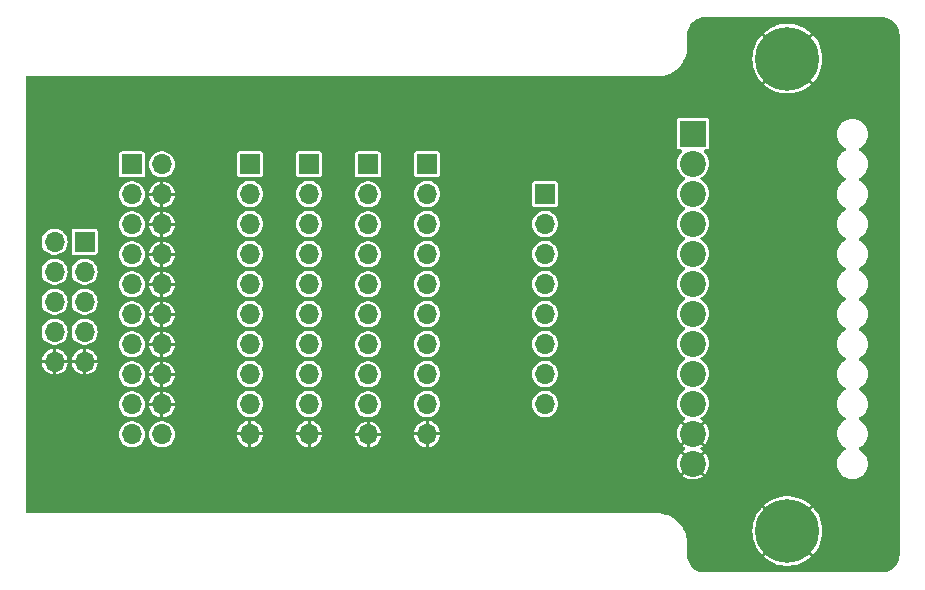
<source format=gbr>
%TF.GenerationSoftware,KiCad,Pcbnew,8.0.4*%
%TF.CreationDate,2024-08-10T21:18:51+02:00*%
%TF.ProjectId,breakout,62726561-6b6f-4757-942e-6b696361645f,rev?*%
%TF.SameCoordinates,Original*%
%TF.FileFunction,Copper,L2,Bot*%
%TF.FilePolarity,Positive*%
%FSLAX46Y46*%
G04 Gerber Fmt 4.6, Leading zero omitted, Abs format (unit mm)*
G04 Created by KiCad (PCBNEW 8.0.4) date 2024-08-10 21:18:51*
%MOMM*%
%LPD*%
G01*
G04 APERTURE LIST*
%TA.AperFunction,ComponentPad*%
%ADD10R,1.700000X1.700000*%
%TD*%
%TA.AperFunction,ComponentPad*%
%ADD11O,1.700000X1.700000*%
%TD*%
%TA.AperFunction,ComponentPad*%
%ADD12C,5.400000*%
%TD*%
%TA.AperFunction,ComponentPad*%
%ADD13R,2.200000X2.200000*%
%TD*%
%TA.AperFunction,ComponentPad*%
%ADD14C,2.200000*%
%TD*%
%TA.AperFunction,ViaPad*%
%ADD15C,0.600000*%
%TD*%
G04 APERTURE END LIST*
D10*
%TO.P,J9,1,Pin_1*%
%TO.N,/D0*%
X129500000Y-81500000D03*
D11*
%TO.P,J9,2,Pin_2*%
%TO.N,/D1*%
X126960000Y-81500000D03*
%TO.P,J9,3,Pin_3*%
%TO.N,/D2*%
X129500000Y-84040000D03*
%TO.P,J9,4,Pin_4*%
%TO.N,/D3*%
X126960000Y-84040000D03*
%TO.P,J9,5,Pin_5*%
%TO.N,/D4*%
X129500000Y-86580000D03*
%TO.P,J9,6,Pin_6*%
%TO.N,/D5*%
X126960000Y-86580000D03*
%TO.P,J9,7,Pin_7*%
%TO.N,/D6*%
X129500000Y-89120000D03*
%TO.P,J9,8,Pin_8*%
%TO.N,/D7*%
X126960000Y-89120000D03*
%TO.P,J9,9,Pin_9*%
%TO.N,GND*%
X129500000Y-91660000D03*
%TO.P,J9,10,Pin_10*%
X126960000Y-91660000D03*
%TD*%
D10*
%TO.P,J5,1,Pin_1*%
%TO.N,VBUS*%
X153500000Y-74960000D03*
D11*
%TO.P,J5,2,Pin_2*%
%TO.N,/D0*%
X153500000Y-77500000D03*
%TO.P,J5,3,Pin_3*%
%TO.N,/D1*%
X153500000Y-80040000D03*
%TO.P,J5,4,Pin_4*%
%TO.N,/D2*%
X153500000Y-82580000D03*
%TO.P,J5,5,Pin_5*%
%TO.N,/D3*%
X153500000Y-85120000D03*
%TO.P,J5,6,Pin_6*%
%TO.N,/D4*%
X153500000Y-87660000D03*
%TO.P,J5,7,Pin_7*%
%TO.N,/D5*%
X153500000Y-90200000D03*
%TO.P,J5,8,Pin_8*%
%TO.N,/D6*%
X153500000Y-92740000D03*
%TO.P,J5,9,Pin_9*%
%TO.N,/D7*%
X153500000Y-95280000D03*
%TO.P,J5,10,Pin_10*%
%TO.N,GND*%
X153500000Y-97820000D03*
%TD*%
D12*
%TO.P,H1,1,1*%
%TO.N,GND*%
X189000000Y-66000000D03*
%TD*%
D10*
%TO.P,J4,1,Pin_1*%
%TO.N,VBUS*%
X143500000Y-74920000D03*
D11*
%TO.P,J4,2,Pin_2*%
%TO.N,/D0*%
X143500000Y-77460000D03*
%TO.P,J4,3,Pin_3*%
%TO.N,/D1*%
X143500000Y-80000000D03*
%TO.P,J4,4,Pin_4*%
%TO.N,/D2*%
X143500000Y-82540000D03*
%TO.P,J4,5,Pin_5*%
%TO.N,/D3*%
X143500000Y-85080000D03*
%TO.P,J4,6,Pin_6*%
%TO.N,/D4*%
X143500000Y-87620000D03*
%TO.P,J4,7,Pin_7*%
%TO.N,/D5*%
X143500000Y-90160000D03*
%TO.P,J4,8,Pin_8*%
%TO.N,/D6*%
X143500000Y-92700000D03*
%TO.P,J4,9,Pin_9*%
%TO.N,/D7*%
X143500000Y-95240000D03*
%TO.P,J4,10,Pin_10*%
%TO.N,GND*%
X143500000Y-97780000D03*
%TD*%
D10*
%TO.P,J3,1,Pin_1*%
%TO.N,VBUS*%
X148500000Y-74920000D03*
D11*
%TO.P,J3,2,Pin_2*%
%TO.N,/D0*%
X148500000Y-77460000D03*
%TO.P,J3,3,Pin_3*%
%TO.N,/D1*%
X148500000Y-80000000D03*
%TO.P,J3,4,Pin_4*%
%TO.N,/D2*%
X148500000Y-82540000D03*
%TO.P,J3,5,Pin_5*%
%TO.N,/D3*%
X148500000Y-85080000D03*
%TO.P,J3,6,Pin_6*%
%TO.N,/D4*%
X148500000Y-87620000D03*
%TO.P,J3,7,Pin_7*%
%TO.N,/D5*%
X148500000Y-90160000D03*
%TO.P,J3,8,Pin_8*%
%TO.N,/D6*%
X148500000Y-92700000D03*
%TO.P,J3,9,Pin_9*%
%TO.N,/D7*%
X148500000Y-95240000D03*
%TO.P,J3,10,Pin_10*%
%TO.N,GND*%
X148500000Y-97780000D03*
%TD*%
D12*
%TO.P,H2,1,1*%
%TO.N,GND*%
X189000000Y-106000000D03*
%TD*%
D10*
%TO.P,J7,1,Pin_1*%
%TO.N,/D0*%
X168500000Y-77460000D03*
D11*
%TO.P,J7,2,Pin_2*%
%TO.N,/D1*%
X168500000Y-80000000D03*
%TO.P,J7,3,Pin_3*%
%TO.N,/D2*%
X168500000Y-82540000D03*
%TO.P,J7,4,Pin_4*%
%TO.N,/D3*%
X168500000Y-85080000D03*
%TO.P,J7,5,Pin_5*%
%TO.N,/D4*%
X168500000Y-87620000D03*
%TO.P,J7,6,Pin_6*%
%TO.N,/D5*%
X168500000Y-90160000D03*
%TO.P,J7,7,Pin_7*%
%TO.N,/D6*%
X168500000Y-92700000D03*
%TO.P,J7,8,Pin_8*%
%TO.N,/D7*%
X168500000Y-95240000D03*
%TD*%
D13*
%TO.P,J2,1,Pin_1*%
%TO.N,/VSENSE*%
X181000000Y-72340000D03*
D14*
%TO.P,J2,2,Pin_2*%
%TO.N,VBUS*%
X181000000Y-74880000D03*
%TO.P,J2,3,Pin_3*%
%TO.N,/D0*%
X181000000Y-77419999D03*
%TO.P,J2,4,Pin_4*%
%TO.N,/D1*%
X181000000Y-79960000D03*
%TO.P,J2,5,Pin_5*%
%TO.N,/D2*%
X181000000Y-82500000D03*
%TO.P,J2,6,Pin_6*%
%TO.N,/D3*%
X181000000Y-85040000D03*
%TO.P,J2,7,Pin_7*%
%TO.N,/D4*%
X181000000Y-87580000D03*
%TO.P,J2,8,Pin_8*%
%TO.N,/D5*%
X181000000Y-90120001D03*
%TO.P,J2,9,Pin_9*%
%TO.N,/D6*%
X181000000Y-92660000D03*
%TO.P,J2,10,Pin_10*%
%TO.N,/D7*%
X181000000Y-95200000D03*
%TO.P,J2,11,Pin_11*%
%TO.N,GND*%
X181000000Y-97740000D03*
%TO.P,J2,12,Pin_12*%
X181000000Y-100279999D03*
%TD*%
D10*
%TO.P,J6,1,Pin_1*%
%TO.N,VBUS*%
X158500000Y-74920000D03*
D11*
%TO.P,J6,2,Pin_2*%
%TO.N,/D0*%
X158500000Y-77460000D03*
%TO.P,J6,3,Pin_3*%
%TO.N,/D1*%
X158500000Y-80000000D03*
%TO.P,J6,4,Pin_4*%
%TO.N,/D2*%
X158500000Y-82540000D03*
%TO.P,J6,5,Pin_5*%
%TO.N,/D3*%
X158500000Y-85080000D03*
%TO.P,J6,6,Pin_6*%
%TO.N,/D4*%
X158500000Y-87620000D03*
%TO.P,J6,7,Pin_7*%
%TO.N,/D5*%
X158500000Y-90160000D03*
%TO.P,J6,8,Pin_8*%
%TO.N,/D6*%
X158500000Y-92700000D03*
%TO.P,J6,9,Pin_9*%
%TO.N,/D7*%
X158500000Y-95240000D03*
%TO.P,J6,10,Pin_10*%
%TO.N,GND*%
X158500000Y-97780000D03*
%TD*%
D10*
%TO.P,J1,1,Pin_1*%
%TO.N,/VSENSE*%
X133500000Y-74960000D03*
D11*
%TO.P,J1,2,Pin_2*%
%TO.N,VBUS*%
X136040000Y-74960000D03*
%TO.P,J1,3,Pin_3*%
%TO.N,/D0*%
X133500000Y-77500000D03*
%TO.P,J1,4,Pin_4*%
%TO.N,GND*%
X136040000Y-77500000D03*
%TO.P,J1,5,Pin_5*%
%TO.N,/D1*%
X133500000Y-80040000D03*
%TO.P,J1,6,Pin_6*%
%TO.N,GND*%
X136040000Y-80040000D03*
%TO.P,J1,7,Pin_7*%
%TO.N,/D2*%
X133500000Y-82580000D03*
%TO.P,J1,8,Pin_8*%
%TO.N,GND*%
X136040000Y-82580000D03*
%TO.P,J1,9,Pin_9*%
%TO.N,/D3*%
X133500000Y-85120000D03*
%TO.P,J1,10,Pin_10*%
%TO.N,GND*%
X136040000Y-85120000D03*
%TO.P,J1,11,Pin_11*%
%TO.N,/D4*%
X133500000Y-87660000D03*
%TO.P,J1,12,Pin_12*%
%TO.N,GND*%
X136040000Y-87660000D03*
%TO.P,J1,13,Pin_13*%
%TO.N,/D5*%
X133500000Y-90200000D03*
%TO.P,J1,14,Pin_14*%
%TO.N,GND*%
X136040000Y-90200000D03*
%TO.P,J1,15,Pin_15*%
%TO.N,/D6*%
X133500000Y-92740000D03*
%TO.P,J1,16,Pin_16*%
%TO.N,GND*%
X136040000Y-92740000D03*
%TO.P,J1,17,Pin_17*%
%TO.N,/D7*%
X133500000Y-95280000D03*
%TO.P,J1,18,Pin_18*%
%TO.N,GND*%
X136040000Y-95280000D03*
%TO.P,J1,19,Pin_19*%
%TO.N,unconnected-(J1-Pin_19-Pad19)*%
X133500000Y-97820000D03*
%TO.P,J1,20,Pin_20*%
%TO.N,unconnected-(J1-Pin_20-Pad20)*%
X136040000Y-97820000D03*
%TD*%
D15*
%TO.N,GND*%
X160500000Y-79000000D03*
X176000000Y-69000000D03*
X156000000Y-101000000D03*
X163500000Y-71000000D03*
X138000000Y-80000000D03*
X166000000Y-71000000D03*
X146000000Y-76000000D03*
X146000000Y-84000000D03*
X166000000Y-89000000D03*
X141500000Y-90000000D03*
X151000000Y-84000000D03*
X151000000Y-94000000D03*
X141500000Y-80000000D03*
X148500000Y-103000000D03*
X166000000Y-97000000D03*
X143500000Y-71000000D03*
X151000000Y-71000000D03*
X179000000Y-97000000D03*
X151000000Y-101000000D03*
X166000000Y-101000000D03*
X173500000Y-71000000D03*
X138000000Y-77500000D03*
X156000000Y-86500000D03*
X161000000Y-103000000D03*
X132000000Y-81500000D03*
X163500000Y-101000000D03*
X179000000Y-76000000D03*
X168500000Y-69000000D03*
X171000000Y-79000000D03*
X171000000Y-86500000D03*
X161000000Y-101000000D03*
X158500000Y-71000000D03*
X156000000Y-79000000D03*
X151000000Y-86500000D03*
X171000000Y-103000000D03*
X146000000Y-69000000D03*
X166000000Y-91500000D03*
X141500000Y-82500000D03*
X156000000Y-76000000D03*
X146000000Y-81500000D03*
X146000000Y-91500000D03*
X156000000Y-89000000D03*
X138000000Y-72600000D03*
X141500000Y-87500000D03*
X171000000Y-101000000D03*
X141500000Y-85000000D03*
X183000000Y-76000000D03*
X176000000Y-71000000D03*
X141500000Y-92500000D03*
X173500000Y-69000000D03*
X146000000Y-89000000D03*
X166000000Y-86500000D03*
X138000000Y-85000000D03*
X151000000Y-76000000D03*
X171000000Y-69000000D03*
X160500000Y-86500000D03*
X156000000Y-69000000D03*
X132000000Y-76000000D03*
X179000000Y-79000000D03*
X183000000Y-89000000D03*
X151000000Y-79000000D03*
X171000000Y-81500000D03*
X183000000Y-94000000D03*
X183000000Y-79000000D03*
X143500000Y-101000000D03*
X171000000Y-84000000D03*
X156000000Y-94000000D03*
X163500000Y-69000000D03*
X151000000Y-81500000D03*
X156000000Y-81500000D03*
X173500000Y-103000000D03*
X141500000Y-77500000D03*
X146000000Y-94000000D03*
X138000000Y-87500000D03*
X141500000Y-72600000D03*
X166000000Y-103000000D03*
X171000000Y-91500000D03*
X153500000Y-103000000D03*
X160500000Y-91500000D03*
X160500000Y-89000000D03*
X138000000Y-82500000D03*
X158500000Y-69000000D03*
X146000000Y-71000000D03*
X179000000Y-91500000D03*
X179000000Y-89000000D03*
X166000000Y-81500000D03*
X183000000Y-81500000D03*
X171000000Y-76000000D03*
X156000000Y-97000000D03*
X183000000Y-86500000D03*
X171000000Y-71000000D03*
X146000000Y-97000000D03*
X166000000Y-79000000D03*
X179000000Y-94000000D03*
X132000000Y-94000000D03*
X132000000Y-84000000D03*
X158500000Y-103000000D03*
X156000000Y-84000000D03*
X166000000Y-94000000D03*
X183000000Y-91500000D03*
X160500000Y-81500000D03*
X132000000Y-79000000D03*
X171000000Y-97000000D03*
X138000000Y-90000000D03*
X148500000Y-71000000D03*
X163500000Y-103000000D03*
X166000000Y-76000000D03*
X156000000Y-71000000D03*
X158500000Y-101000000D03*
X151000000Y-89000000D03*
X138000000Y-95000000D03*
X168500000Y-71000000D03*
X168500000Y-103000000D03*
X171000000Y-89000000D03*
X153500000Y-69000000D03*
X153500000Y-71000000D03*
X183000000Y-84000000D03*
X173500000Y-101000000D03*
X153500000Y-101000000D03*
X166000000Y-69000000D03*
X146000000Y-101000000D03*
X160500000Y-76000000D03*
X132000000Y-86500000D03*
X161000000Y-71000000D03*
X160500000Y-84000000D03*
X146000000Y-103000000D03*
X156000000Y-103000000D03*
X143500000Y-69000000D03*
X183000000Y-97000000D03*
X151000000Y-91500000D03*
X148500000Y-69000000D03*
X143500000Y-103000000D03*
X179000000Y-86500000D03*
X161000000Y-69000000D03*
X171000000Y-94000000D03*
X148500000Y-101000000D03*
X179000000Y-84000000D03*
X141500000Y-95000000D03*
X138000000Y-92500000D03*
X146000000Y-79000000D03*
X132000000Y-89000000D03*
X179000000Y-81500000D03*
X179000000Y-71400000D03*
X166000000Y-84000000D03*
X160500000Y-94000000D03*
X168500000Y-101000000D03*
X151000000Y-69000000D03*
X151000000Y-103000000D03*
X160500000Y-97000000D03*
X132000000Y-97000000D03*
X176000000Y-101000000D03*
X146000000Y-86500000D03*
X156000000Y-91500000D03*
X176000000Y-103000000D03*
X151000000Y-97000000D03*
%TD*%
%TA.AperFunction,Conductor*%
%TO.N,GND*%
G36*
X197004474Y-62500820D02*
G01*
X197204451Y-62515122D01*
X197222164Y-62517669D01*
X197413690Y-62559332D01*
X197430869Y-62564377D01*
X197614502Y-62632869D01*
X197630790Y-62640307D01*
X197802812Y-62734238D01*
X197817875Y-62743919D01*
X197974779Y-62861376D01*
X197988312Y-62873102D01*
X198126897Y-63011687D01*
X198138623Y-63025220D01*
X198256080Y-63182124D01*
X198265761Y-63197187D01*
X198359692Y-63369209D01*
X198367130Y-63385497D01*
X198435622Y-63569130D01*
X198440667Y-63586311D01*
X198482329Y-63777830D01*
X198484877Y-63795553D01*
X198499180Y-63995524D01*
X198499500Y-64004478D01*
X198499500Y-107995521D01*
X198499180Y-108004475D01*
X198484877Y-108204446D01*
X198482329Y-108222169D01*
X198440667Y-108413688D01*
X198435622Y-108430869D01*
X198367130Y-108614502D01*
X198359692Y-108630790D01*
X198265761Y-108802812D01*
X198256080Y-108817875D01*
X198138623Y-108974779D01*
X198126897Y-108988312D01*
X197988312Y-109126897D01*
X197974779Y-109138623D01*
X197817875Y-109256080D01*
X197802812Y-109265761D01*
X197630790Y-109359692D01*
X197614502Y-109367130D01*
X197430869Y-109435622D01*
X197413688Y-109440667D01*
X197222169Y-109482329D01*
X197204446Y-109484877D01*
X197027702Y-109497518D01*
X197004473Y-109499180D01*
X196995521Y-109499500D01*
X182004479Y-109499500D01*
X181995526Y-109499180D01*
X181968817Y-109497269D01*
X181795553Y-109484877D01*
X181777830Y-109482329D01*
X181586311Y-109440667D01*
X181569130Y-109435622D01*
X181385497Y-109367130D01*
X181369209Y-109359692D01*
X181197187Y-109265761D01*
X181182124Y-109256080D01*
X181025220Y-109138623D01*
X181011687Y-109126897D01*
X180873102Y-108988312D01*
X180861376Y-108974779D01*
X180743919Y-108817875D01*
X180734238Y-108802812D01*
X180640307Y-108630790D01*
X180632869Y-108614502D01*
X180564377Y-108430869D01*
X180559332Y-108413688D01*
X180517670Y-108222169D01*
X180515122Y-108204451D01*
X180500820Y-108004474D01*
X180500500Y-107995521D01*
X180500500Y-106848748D01*
X180483356Y-106707554D01*
X180464037Y-106548449D01*
X180456586Y-106518220D01*
X180391647Y-106254749D01*
X180391644Y-106254739D01*
X180391643Y-106254734D01*
X180295035Y-106000000D01*
X186041996Y-106000000D01*
X186061997Y-106343407D01*
X186121727Y-106682153D01*
X186121729Y-106682162D01*
X186220386Y-107011700D01*
X186356627Y-107327541D01*
X186356635Y-107327558D01*
X186528623Y-107625449D01*
X186734043Y-107901375D01*
X186734043Y-107901376D01*
X186824182Y-107996917D01*
X187958224Y-106862875D01*
X187970278Y-106879466D01*
X188120534Y-107029722D01*
X188137122Y-107041774D01*
X187001212Y-108177684D01*
X187001212Y-108177686D01*
X187233586Y-108372672D01*
X187233603Y-108372684D01*
X187521001Y-108561708D01*
X187521005Y-108561711D01*
X187828390Y-108716085D01*
X188151624Y-108833732D01*
X188151649Y-108833740D01*
X188486341Y-108913063D01*
X188486355Y-108913065D01*
X188828007Y-108953000D01*
X189171993Y-108953000D01*
X189513644Y-108913065D01*
X189513658Y-108913063D01*
X189848350Y-108833740D01*
X189848375Y-108833732D01*
X190171609Y-108716085D01*
X190478994Y-108561711D01*
X190478998Y-108561708D01*
X190766396Y-108372684D01*
X190766413Y-108372672D01*
X190998786Y-108177686D01*
X190998786Y-108177684D01*
X189862876Y-107041774D01*
X189879466Y-107029722D01*
X190029722Y-106879466D01*
X190041775Y-106862876D01*
X191175816Y-107996917D01*
X191175817Y-107996917D01*
X191265955Y-107901375D01*
X191265963Y-107901366D01*
X191471376Y-107625449D01*
X191643364Y-107327558D01*
X191643372Y-107327541D01*
X191779613Y-107011700D01*
X191878270Y-106682162D01*
X191878272Y-106682153D01*
X191938002Y-106343407D01*
X191958003Y-106000000D01*
X191938002Y-105656592D01*
X191878272Y-105317846D01*
X191878270Y-105317837D01*
X191779613Y-104988299D01*
X191643372Y-104672458D01*
X191643364Y-104672441D01*
X191471376Y-104374550D01*
X191265956Y-104098624D01*
X191265956Y-104098623D01*
X191175816Y-104003081D01*
X190041774Y-105137122D01*
X190029722Y-105120534D01*
X189879466Y-104970278D01*
X189862875Y-104958224D01*
X190998786Y-103822314D01*
X190998786Y-103822312D01*
X190766413Y-103627327D01*
X190766396Y-103627315D01*
X190478998Y-103438291D01*
X190478994Y-103438288D01*
X190171609Y-103283914D01*
X189848375Y-103166267D01*
X189848350Y-103166259D01*
X189513658Y-103086936D01*
X189513644Y-103086934D01*
X189171993Y-103047000D01*
X188828007Y-103047000D01*
X188486355Y-103086934D01*
X188486341Y-103086936D01*
X188151649Y-103166259D01*
X188151624Y-103166267D01*
X187828390Y-103283914D01*
X187521005Y-103438288D01*
X187521001Y-103438291D01*
X187233604Y-103627314D01*
X187001212Y-103822314D01*
X188137123Y-104958225D01*
X188120534Y-104970278D01*
X187970278Y-105120534D01*
X187958225Y-105137123D01*
X186824183Y-104003081D01*
X186824182Y-104003081D01*
X186734045Y-104098623D01*
X186734035Y-104098634D01*
X186528623Y-104374550D01*
X186356635Y-104672441D01*
X186356627Y-104672458D01*
X186220386Y-104988299D01*
X186121729Y-105317837D01*
X186121727Y-105317846D01*
X186061997Y-105656592D01*
X186041996Y-106000000D01*
X180295035Y-106000000D01*
X180284373Y-105971887D01*
X180143792Y-105704033D01*
X179971950Y-105455076D01*
X179771352Y-105228648D01*
X179544924Y-105028050D01*
X179295967Y-104856208D01*
X179028113Y-104715627D01*
X179028112Y-104715626D01*
X179028111Y-104715626D01*
X178855069Y-104650000D01*
X178745266Y-104608357D01*
X178745263Y-104608356D01*
X178745260Y-104608355D01*
X178745250Y-104608352D01*
X178451560Y-104535964D01*
X178451546Y-104535962D01*
X178222146Y-104508108D01*
X178151252Y-104499500D01*
X178151251Y-104499500D01*
X124626000Y-104499500D01*
X124558150Y-104479577D01*
X124511841Y-104426135D01*
X124500500Y-104374000D01*
X124500500Y-97820000D01*
X132391772Y-97820000D01*
X132410642Y-98023639D01*
X132410643Y-98023640D01*
X132466608Y-98220338D01*
X132466610Y-98220342D01*
X132557766Y-98403408D01*
X132681007Y-98566605D01*
X132681010Y-98566608D01*
X132832143Y-98704385D01*
X132832146Y-98704387D01*
X132832150Y-98704390D01*
X133005288Y-98811592D01*
X133006020Y-98812045D01*
X133196719Y-98885922D01*
X133397746Y-98923500D01*
X133602254Y-98923500D01*
X133803281Y-98885922D01*
X133993980Y-98812045D01*
X134167857Y-98704385D01*
X134318990Y-98566608D01*
X134442234Y-98403407D01*
X134533392Y-98220338D01*
X134589358Y-98023636D01*
X134608228Y-97820000D01*
X134931772Y-97820000D01*
X134950642Y-98023639D01*
X134950643Y-98023640D01*
X135006608Y-98220338D01*
X135006610Y-98220342D01*
X135097766Y-98403408D01*
X135221007Y-98566605D01*
X135221010Y-98566608D01*
X135372143Y-98704385D01*
X135372146Y-98704387D01*
X135372150Y-98704390D01*
X135545288Y-98811592D01*
X135546020Y-98812045D01*
X135736719Y-98885922D01*
X135937746Y-98923500D01*
X136142254Y-98923500D01*
X136343281Y-98885922D01*
X136533980Y-98812045D01*
X136707857Y-98704385D01*
X136858990Y-98566608D01*
X136982234Y-98403407D01*
X137073392Y-98220338D01*
X137129358Y-98023636D01*
X137148228Y-97820000D01*
X137132799Y-97653500D01*
X142403998Y-97653500D01*
X143016258Y-97653500D01*
X143000000Y-97714174D01*
X143000000Y-97845826D01*
X143016258Y-97906500D01*
X142403998Y-97906500D01*
X142411136Y-97983546D01*
X142411137Y-97983548D01*
X142467076Y-98180151D01*
X142467079Y-98180160D01*
X142558192Y-98363141D01*
X142558194Y-98363144D01*
X142681377Y-98526266D01*
X142832446Y-98663983D01*
X143006239Y-98771592D01*
X143006250Y-98771597D01*
X143196852Y-98845436D01*
X143196860Y-98845438D01*
X143373499Y-98878458D01*
X143373500Y-98878458D01*
X143373500Y-98263742D01*
X143434174Y-98280000D01*
X143565826Y-98280000D01*
X143626500Y-98263742D01*
X143626500Y-98878458D01*
X143803139Y-98845438D01*
X143803147Y-98845436D01*
X143993749Y-98771597D01*
X143993760Y-98771592D01*
X144167553Y-98663983D01*
X144318622Y-98526266D01*
X144441805Y-98363144D01*
X144441807Y-98363141D01*
X144532920Y-98180160D01*
X144532923Y-98180151D01*
X144588862Y-97983548D01*
X144588863Y-97983546D01*
X144596002Y-97906500D01*
X143983742Y-97906500D01*
X144000000Y-97845826D01*
X144000000Y-97714174D01*
X143983742Y-97653500D01*
X144596002Y-97653500D01*
X147403998Y-97653500D01*
X148016258Y-97653500D01*
X148000000Y-97714174D01*
X148000000Y-97845826D01*
X148016258Y-97906500D01*
X147403998Y-97906500D01*
X147411136Y-97983546D01*
X147411137Y-97983548D01*
X147467076Y-98180151D01*
X147467079Y-98180160D01*
X147558192Y-98363141D01*
X147558194Y-98363144D01*
X147681377Y-98526266D01*
X147832446Y-98663983D01*
X148006239Y-98771592D01*
X148006250Y-98771597D01*
X148196852Y-98845436D01*
X148196860Y-98845438D01*
X148373499Y-98878458D01*
X148373500Y-98878458D01*
X148373500Y-98263742D01*
X148434174Y-98280000D01*
X148565826Y-98280000D01*
X148626500Y-98263742D01*
X148626500Y-98878458D01*
X148803139Y-98845438D01*
X148803147Y-98845436D01*
X148993749Y-98771597D01*
X148993760Y-98771592D01*
X149167553Y-98663983D01*
X149318622Y-98526266D01*
X149441805Y-98363144D01*
X149441807Y-98363141D01*
X149532920Y-98180160D01*
X149532923Y-98180151D01*
X149588862Y-97983548D01*
X149588863Y-97983546D01*
X149596002Y-97906500D01*
X148983742Y-97906500D01*
X149000000Y-97845826D01*
X149000000Y-97714174D01*
X148994460Y-97693500D01*
X152403998Y-97693500D01*
X153016258Y-97693500D01*
X153000000Y-97754174D01*
X153000000Y-97885826D01*
X153016258Y-97946500D01*
X152403998Y-97946500D01*
X152411136Y-98023546D01*
X152411137Y-98023548D01*
X152467076Y-98220151D01*
X152467079Y-98220160D01*
X152558192Y-98403141D01*
X152558194Y-98403144D01*
X152681377Y-98566266D01*
X152832446Y-98703983D01*
X153006239Y-98811592D01*
X153006250Y-98811597D01*
X153196852Y-98885436D01*
X153196860Y-98885438D01*
X153373499Y-98918458D01*
X153373500Y-98918458D01*
X153373500Y-98303742D01*
X153434174Y-98320000D01*
X153565826Y-98320000D01*
X153626500Y-98303742D01*
X153626500Y-98918458D01*
X153803139Y-98885438D01*
X153803147Y-98885436D01*
X153993749Y-98811597D01*
X153993760Y-98811592D01*
X154167553Y-98703983D01*
X154318622Y-98566266D01*
X154441805Y-98403144D01*
X154441807Y-98403141D01*
X154532920Y-98220160D01*
X154532923Y-98220151D01*
X154588862Y-98023548D01*
X154588863Y-98023546D01*
X154596002Y-97946500D01*
X153983742Y-97946500D01*
X154000000Y-97885826D01*
X154000000Y-97754174D01*
X153983742Y-97693500D01*
X154596002Y-97693500D01*
X154592296Y-97653500D01*
X157403998Y-97653500D01*
X158016258Y-97653500D01*
X158000000Y-97714174D01*
X158000000Y-97845826D01*
X158016258Y-97906500D01*
X157403998Y-97906500D01*
X157411136Y-97983546D01*
X157411137Y-97983548D01*
X157467076Y-98180151D01*
X157467079Y-98180160D01*
X157558192Y-98363141D01*
X157558194Y-98363144D01*
X157681377Y-98526266D01*
X157832446Y-98663983D01*
X158006239Y-98771592D01*
X158006250Y-98771597D01*
X158196852Y-98845436D01*
X158196860Y-98845438D01*
X158373499Y-98878458D01*
X158373500Y-98878458D01*
X158373500Y-98263742D01*
X158434174Y-98280000D01*
X158565826Y-98280000D01*
X158626500Y-98263742D01*
X158626500Y-98878458D01*
X158803139Y-98845438D01*
X158803147Y-98845436D01*
X158993749Y-98771597D01*
X158993760Y-98771592D01*
X159167553Y-98663983D01*
X159318622Y-98526266D01*
X159441805Y-98363144D01*
X159441807Y-98363141D01*
X159532920Y-98180160D01*
X159532923Y-98180151D01*
X159588862Y-97983548D01*
X159588863Y-97983546D01*
X159596002Y-97906500D01*
X158983742Y-97906500D01*
X159000000Y-97845826D01*
X159000000Y-97714174D01*
X158983742Y-97653500D01*
X159596002Y-97653500D01*
X159588863Y-97576453D01*
X159588862Y-97576451D01*
X159532923Y-97379848D01*
X159532920Y-97379839D01*
X159441807Y-97196858D01*
X159441805Y-97196855D01*
X159318622Y-97033733D01*
X159167553Y-96896016D01*
X158993760Y-96788407D01*
X158993749Y-96788402D01*
X158803147Y-96714563D01*
X158803139Y-96714561D01*
X158626500Y-96681540D01*
X158626500Y-97296257D01*
X158565826Y-97280000D01*
X158434174Y-97280000D01*
X158373500Y-97296257D01*
X158373500Y-96681540D01*
X158196860Y-96714561D01*
X158196852Y-96714563D01*
X158006250Y-96788402D01*
X158006239Y-96788407D01*
X157832446Y-96896016D01*
X157681377Y-97033733D01*
X157558194Y-97196855D01*
X157558192Y-97196858D01*
X157467079Y-97379839D01*
X157467076Y-97379848D01*
X157411137Y-97576451D01*
X157411136Y-97576453D01*
X157403998Y-97653500D01*
X154592296Y-97653500D01*
X154588863Y-97616453D01*
X154588862Y-97616451D01*
X154532923Y-97419848D01*
X154532920Y-97419839D01*
X154441807Y-97236858D01*
X154441805Y-97236855D01*
X154318622Y-97073733D01*
X154167553Y-96936016D01*
X153993760Y-96828407D01*
X153993749Y-96828402D01*
X153803147Y-96754563D01*
X153803139Y-96754561D01*
X153626500Y-96721540D01*
X153626500Y-97336257D01*
X153565826Y-97320000D01*
X153434174Y-97320000D01*
X153373500Y-97336257D01*
X153373500Y-96721540D01*
X153196860Y-96754561D01*
X153196852Y-96754563D01*
X153006250Y-96828402D01*
X153006239Y-96828407D01*
X152832446Y-96936016D01*
X152681377Y-97073733D01*
X152558194Y-97236855D01*
X152558192Y-97236858D01*
X152467079Y-97419839D01*
X152467076Y-97419848D01*
X152411137Y-97616451D01*
X152411136Y-97616453D01*
X152403998Y-97693500D01*
X148994460Y-97693500D01*
X148983742Y-97653500D01*
X149596002Y-97653500D01*
X149588863Y-97576453D01*
X149588862Y-97576451D01*
X149532923Y-97379848D01*
X149532920Y-97379839D01*
X149441807Y-97196858D01*
X149441805Y-97196855D01*
X149318622Y-97033733D01*
X149167553Y-96896016D01*
X148993760Y-96788407D01*
X148993749Y-96788402D01*
X148803147Y-96714563D01*
X148803139Y-96714561D01*
X148626500Y-96681540D01*
X148626500Y-97296257D01*
X148565826Y-97280000D01*
X148434174Y-97280000D01*
X148373500Y-97296257D01*
X148373500Y-96681540D01*
X148196860Y-96714561D01*
X148196852Y-96714563D01*
X148006250Y-96788402D01*
X148006239Y-96788407D01*
X147832446Y-96896016D01*
X147681377Y-97033733D01*
X147558194Y-97196855D01*
X147558192Y-97196858D01*
X147467079Y-97379839D01*
X147467076Y-97379848D01*
X147411137Y-97576451D01*
X147411136Y-97576453D01*
X147403998Y-97653500D01*
X144596002Y-97653500D01*
X144588863Y-97576453D01*
X144588862Y-97576451D01*
X144532923Y-97379848D01*
X144532920Y-97379839D01*
X144441807Y-97196858D01*
X144441805Y-97196855D01*
X144318622Y-97033733D01*
X144167553Y-96896016D01*
X143993760Y-96788407D01*
X143993749Y-96788402D01*
X143803147Y-96714563D01*
X143803139Y-96714561D01*
X143626500Y-96681540D01*
X143626500Y-97296257D01*
X143565826Y-97280000D01*
X143434174Y-97280000D01*
X143373500Y-97296257D01*
X143373500Y-96681540D01*
X143196860Y-96714561D01*
X143196852Y-96714563D01*
X143006250Y-96788402D01*
X143006239Y-96788407D01*
X142832446Y-96896016D01*
X142681377Y-97033733D01*
X142558194Y-97196855D01*
X142558192Y-97196858D01*
X142467079Y-97379839D01*
X142467076Y-97379848D01*
X142411137Y-97576451D01*
X142411136Y-97576453D01*
X142403998Y-97653500D01*
X137132799Y-97653500D01*
X137129358Y-97616364D01*
X137073392Y-97419662D01*
X136982234Y-97236593D01*
X136982233Y-97236592D01*
X136982233Y-97236591D01*
X136858992Y-97073394D01*
X136858989Y-97073391D01*
X136707860Y-96935618D01*
X136707857Y-96935615D01*
X136707854Y-96935613D01*
X136707849Y-96935609D01*
X136533989Y-96827960D01*
X136533976Y-96827953D01*
X136343281Y-96754078D01*
X136343275Y-96754076D01*
X136142254Y-96716500D01*
X135937746Y-96716500D01*
X135736724Y-96754076D01*
X135736718Y-96754078D01*
X135546023Y-96827953D01*
X135546010Y-96827960D01*
X135372150Y-96935609D01*
X135372139Y-96935618D01*
X135221010Y-97073391D01*
X135221007Y-97073394D01*
X135097766Y-97236591D01*
X135006610Y-97419657D01*
X135006607Y-97419666D01*
X134950643Y-97616359D01*
X134950642Y-97616360D01*
X134931772Y-97820000D01*
X134608228Y-97820000D01*
X134589358Y-97616364D01*
X134533392Y-97419662D01*
X134442234Y-97236593D01*
X134442233Y-97236592D01*
X134442233Y-97236591D01*
X134318992Y-97073394D01*
X134318989Y-97073391D01*
X134167860Y-96935618D01*
X134167857Y-96935615D01*
X134167854Y-96935613D01*
X134167849Y-96935609D01*
X133993989Y-96827960D01*
X133993976Y-96827953D01*
X133803281Y-96754078D01*
X133803275Y-96754076D01*
X133602254Y-96716500D01*
X133397746Y-96716500D01*
X133196724Y-96754076D01*
X133196718Y-96754078D01*
X133006023Y-96827953D01*
X133006010Y-96827960D01*
X132832150Y-96935609D01*
X132832139Y-96935618D01*
X132681010Y-97073391D01*
X132681007Y-97073394D01*
X132557766Y-97236591D01*
X132466610Y-97419657D01*
X132466607Y-97419666D01*
X132410643Y-97616359D01*
X132410642Y-97616360D01*
X132391772Y-97820000D01*
X124500500Y-97820000D01*
X124500500Y-95280000D01*
X132391772Y-95280000D01*
X132410642Y-95483639D01*
X132410643Y-95483640D01*
X132466608Y-95680338D01*
X132466610Y-95680342D01*
X132557766Y-95863408D01*
X132681007Y-96026605D01*
X132681010Y-96026608D01*
X132832143Y-96164385D01*
X132832146Y-96164387D01*
X132832150Y-96164390D01*
X132941419Y-96232046D01*
X133006020Y-96272045D01*
X133196719Y-96345922D01*
X133196723Y-96345922D01*
X133196724Y-96345923D01*
X133260459Y-96357837D01*
X133397746Y-96383500D01*
X133602254Y-96383500D01*
X133803281Y-96345922D01*
X133993980Y-96272045D01*
X134167857Y-96164385D01*
X134318990Y-96026608D01*
X134442234Y-95863407D01*
X134533392Y-95680338D01*
X134589358Y-95483636D01*
X134608228Y-95280000D01*
X134596506Y-95153500D01*
X134943998Y-95153500D01*
X135556258Y-95153500D01*
X135540000Y-95214174D01*
X135540000Y-95345826D01*
X135556258Y-95406500D01*
X134943998Y-95406500D01*
X134951136Y-95483546D01*
X134951137Y-95483548D01*
X135007076Y-95680151D01*
X135007079Y-95680160D01*
X135098192Y-95863141D01*
X135098194Y-95863144D01*
X135221377Y-96026266D01*
X135372446Y-96163983D01*
X135546239Y-96271592D01*
X135546250Y-96271597D01*
X135736852Y-96345436D01*
X135736860Y-96345438D01*
X135913499Y-96378458D01*
X135913500Y-96378458D01*
X135913500Y-95763742D01*
X135974174Y-95780000D01*
X136105826Y-95780000D01*
X136166500Y-95763742D01*
X136166500Y-96378458D01*
X136343139Y-96345438D01*
X136343147Y-96345436D01*
X136533749Y-96271597D01*
X136533760Y-96271592D01*
X136707553Y-96163983D01*
X136858622Y-96026266D01*
X136981805Y-95863144D01*
X136981807Y-95863141D01*
X137072920Y-95680160D01*
X137072923Y-95680151D01*
X137128862Y-95483548D01*
X137128863Y-95483546D01*
X137136002Y-95406500D01*
X136523742Y-95406500D01*
X136540000Y-95345826D01*
X136540000Y-95240000D01*
X142391772Y-95240000D01*
X142410642Y-95443639D01*
X142410643Y-95443640D01*
X142466608Y-95640338D01*
X142466610Y-95640342D01*
X142557766Y-95823408D01*
X142681007Y-95986605D01*
X142681010Y-95986608D01*
X142832143Y-96124385D01*
X142832146Y-96124387D01*
X142832150Y-96124390D01*
X142998376Y-96227312D01*
X143006020Y-96232045D01*
X143196719Y-96305922D01*
X143397746Y-96343500D01*
X143602254Y-96343500D01*
X143803281Y-96305922D01*
X143993980Y-96232045D01*
X144167857Y-96124385D01*
X144318990Y-95986608D01*
X144442234Y-95823407D01*
X144533392Y-95640338D01*
X144589358Y-95443636D01*
X144608228Y-95240000D01*
X147391772Y-95240000D01*
X147410642Y-95443639D01*
X147410643Y-95443640D01*
X147466608Y-95640338D01*
X147466610Y-95640342D01*
X147557766Y-95823408D01*
X147681007Y-95986605D01*
X147681010Y-95986608D01*
X147832143Y-96124385D01*
X147832146Y-96124387D01*
X147832150Y-96124390D01*
X147998376Y-96227312D01*
X148006020Y-96232045D01*
X148196719Y-96305922D01*
X148397746Y-96343500D01*
X148602254Y-96343500D01*
X148803281Y-96305922D01*
X148993980Y-96232045D01*
X149167857Y-96124385D01*
X149318990Y-95986608D01*
X149442234Y-95823407D01*
X149533392Y-95640338D01*
X149589358Y-95443636D01*
X149604521Y-95280000D01*
X152391772Y-95280000D01*
X152410642Y-95483639D01*
X152410643Y-95483640D01*
X152466608Y-95680338D01*
X152466610Y-95680342D01*
X152557766Y-95863408D01*
X152681007Y-96026605D01*
X152681010Y-96026608D01*
X152832143Y-96164385D01*
X152832146Y-96164387D01*
X152832150Y-96164390D01*
X152941419Y-96232046D01*
X153006020Y-96272045D01*
X153196719Y-96345922D01*
X153196723Y-96345922D01*
X153196724Y-96345923D01*
X153260459Y-96357837D01*
X153397746Y-96383500D01*
X153602254Y-96383500D01*
X153803281Y-96345922D01*
X153993980Y-96272045D01*
X154167857Y-96164385D01*
X154318990Y-96026608D01*
X154442234Y-95863407D01*
X154533392Y-95680338D01*
X154589358Y-95483636D01*
X154608228Y-95280000D01*
X154604521Y-95240000D01*
X157391772Y-95240000D01*
X157410642Y-95443639D01*
X157410643Y-95443640D01*
X157466608Y-95640338D01*
X157466610Y-95640342D01*
X157557766Y-95823408D01*
X157681007Y-95986605D01*
X157681010Y-95986608D01*
X157832143Y-96124385D01*
X157832146Y-96124387D01*
X157832150Y-96124390D01*
X157998376Y-96227312D01*
X158006020Y-96232045D01*
X158196719Y-96305922D01*
X158397746Y-96343500D01*
X158602254Y-96343500D01*
X158803281Y-96305922D01*
X158993980Y-96232045D01*
X159167857Y-96124385D01*
X159318990Y-95986608D01*
X159442234Y-95823407D01*
X159533392Y-95640338D01*
X159589358Y-95443636D01*
X159608228Y-95240000D01*
X167391772Y-95240000D01*
X167410642Y-95443639D01*
X167410643Y-95443640D01*
X167466608Y-95640338D01*
X167466610Y-95640342D01*
X167557766Y-95823408D01*
X167681007Y-95986605D01*
X167681010Y-95986608D01*
X167832143Y-96124385D01*
X167832146Y-96124387D01*
X167832150Y-96124390D01*
X167998376Y-96227312D01*
X168006020Y-96232045D01*
X168196719Y-96305922D01*
X168397746Y-96343500D01*
X168602254Y-96343500D01*
X168803281Y-96305922D01*
X168993980Y-96232045D01*
X169167857Y-96124385D01*
X169318990Y-95986608D01*
X169442234Y-95823407D01*
X169533392Y-95640338D01*
X169589358Y-95443636D01*
X169608228Y-95240000D01*
X169589358Y-95036364D01*
X169533392Y-94839662D01*
X169442234Y-94656593D01*
X169442233Y-94656592D01*
X169442233Y-94656591D01*
X169318992Y-94493394D01*
X169318989Y-94493391D01*
X169211738Y-94395618D01*
X169167857Y-94355615D01*
X169167854Y-94355613D01*
X169167849Y-94355609D01*
X168993989Y-94247960D01*
X168993976Y-94247953D01*
X168803281Y-94174078D01*
X168803275Y-94174076D01*
X168602254Y-94136500D01*
X168397746Y-94136500D01*
X168196724Y-94174076D01*
X168196718Y-94174078D01*
X168006023Y-94247953D01*
X168006010Y-94247960D01*
X167832150Y-94355609D01*
X167832139Y-94355618D01*
X167681010Y-94493391D01*
X167681007Y-94493394D01*
X167557766Y-94656591D01*
X167466610Y-94839657D01*
X167466607Y-94839666D01*
X167410643Y-95036359D01*
X167410642Y-95036360D01*
X167391772Y-95240000D01*
X159608228Y-95240000D01*
X159589358Y-95036364D01*
X159533392Y-94839662D01*
X159442234Y-94656593D01*
X159442233Y-94656592D01*
X159442233Y-94656591D01*
X159318992Y-94493394D01*
X159318989Y-94493391D01*
X159211738Y-94395618D01*
X159167857Y-94355615D01*
X159167854Y-94355613D01*
X159167849Y-94355609D01*
X158993989Y-94247960D01*
X158993976Y-94247953D01*
X158803281Y-94174078D01*
X158803275Y-94174076D01*
X158602254Y-94136500D01*
X158397746Y-94136500D01*
X158196724Y-94174076D01*
X158196718Y-94174078D01*
X158006023Y-94247953D01*
X158006010Y-94247960D01*
X157832150Y-94355609D01*
X157832139Y-94355618D01*
X157681010Y-94493391D01*
X157681007Y-94493394D01*
X157557766Y-94656591D01*
X157466610Y-94839657D01*
X157466607Y-94839666D01*
X157410643Y-95036359D01*
X157410642Y-95036360D01*
X157391772Y-95240000D01*
X154604521Y-95240000D01*
X154589358Y-95076364D01*
X154533392Y-94879662D01*
X154442234Y-94696593D01*
X154442233Y-94696592D01*
X154442233Y-94696591D01*
X154318992Y-94533394D01*
X154318989Y-94533391D01*
X154167860Y-94395618D01*
X154167857Y-94395615D01*
X154167854Y-94395613D01*
X154167849Y-94395609D01*
X153993989Y-94287960D01*
X153993976Y-94287953D01*
X153803281Y-94214078D01*
X153803275Y-94214076D01*
X153602254Y-94176500D01*
X153397746Y-94176500D01*
X153196724Y-94214076D01*
X153196718Y-94214078D01*
X153006023Y-94287953D01*
X153006010Y-94287960D01*
X152832150Y-94395609D01*
X152832139Y-94395618D01*
X152681010Y-94533391D01*
X152681007Y-94533394D01*
X152557766Y-94696591D01*
X152466610Y-94879657D01*
X152466607Y-94879666D01*
X152410643Y-95076359D01*
X152410642Y-95076360D01*
X152391772Y-95280000D01*
X149604521Y-95280000D01*
X149608228Y-95240000D01*
X149589358Y-95036364D01*
X149533392Y-94839662D01*
X149442234Y-94656593D01*
X149442233Y-94656592D01*
X149442233Y-94656591D01*
X149318992Y-94493394D01*
X149318989Y-94493391D01*
X149211738Y-94395618D01*
X149167857Y-94355615D01*
X149167854Y-94355613D01*
X149167849Y-94355609D01*
X148993989Y-94247960D01*
X148993976Y-94247953D01*
X148803281Y-94174078D01*
X148803275Y-94174076D01*
X148602254Y-94136500D01*
X148397746Y-94136500D01*
X148196724Y-94174076D01*
X148196718Y-94174078D01*
X148006023Y-94247953D01*
X148006010Y-94247960D01*
X147832150Y-94355609D01*
X147832139Y-94355618D01*
X147681010Y-94493391D01*
X147681007Y-94493394D01*
X147557766Y-94656591D01*
X147466610Y-94839657D01*
X147466607Y-94839666D01*
X147410643Y-95036359D01*
X147410642Y-95036360D01*
X147391772Y-95240000D01*
X144608228Y-95240000D01*
X144589358Y-95036364D01*
X144533392Y-94839662D01*
X144442234Y-94656593D01*
X144442233Y-94656592D01*
X144442233Y-94656591D01*
X144318992Y-94493394D01*
X144318989Y-94493391D01*
X144211738Y-94395618D01*
X144167857Y-94355615D01*
X144167854Y-94355613D01*
X144167849Y-94355609D01*
X143993989Y-94247960D01*
X143993976Y-94247953D01*
X143803281Y-94174078D01*
X143803275Y-94174076D01*
X143602254Y-94136500D01*
X143397746Y-94136500D01*
X143196724Y-94174076D01*
X143196718Y-94174078D01*
X143006023Y-94247953D01*
X143006010Y-94247960D01*
X142832150Y-94355609D01*
X142832139Y-94355618D01*
X142681010Y-94493391D01*
X142681007Y-94493394D01*
X142557766Y-94656591D01*
X142466610Y-94839657D01*
X142466607Y-94839666D01*
X142410643Y-95036359D01*
X142410642Y-95036360D01*
X142391772Y-95240000D01*
X136540000Y-95240000D01*
X136540000Y-95214174D01*
X136523742Y-95153500D01*
X137136002Y-95153500D01*
X137128863Y-95076453D01*
X137128862Y-95076451D01*
X137072923Y-94879848D01*
X137072920Y-94879839D01*
X136981807Y-94696858D01*
X136981805Y-94696855D01*
X136858622Y-94533733D01*
X136707553Y-94396016D01*
X136533760Y-94288407D01*
X136533749Y-94288402D01*
X136343147Y-94214563D01*
X136343139Y-94214561D01*
X136166500Y-94181540D01*
X136166500Y-94796257D01*
X136105826Y-94780000D01*
X135974174Y-94780000D01*
X135913500Y-94796257D01*
X135913500Y-94181540D01*
X135736860Y-94214561D01*
X135736852Y-94214563D01*
X135546250Y-94288402D01*
X135546239Y-94288407D01*
X135372446Y-94396016D01*
X135221377Y-94533733D01*
X135098194Y-94696855D01*
X135098192Y-94696858D01*
X135007079Y-94879839D01*
X135007076Y-94879848D01*
X134951137Y-95076451D01*
X134951136Y-95076453D01*
X134943998Y-95153500D01*
X134596506Y-95153500D01*
X134589358Y-95076364D01*
X134533392Y-94879662D01*
X134442234Y-94696593D01*
X134442233Y-94696592D01*
X134442233Y-94696591D01*
X134318992Y-94533394D01*
X134318989Y-94533391D01*
X134167860Y-94395618D01*
X134167857Y-94395615D01*
X134167854Y-94395613D01*
X134167849Y-94395609D01*
X133993989Y-94287960D01*
X133993976Y-94287953D01*
X133803281Y-94214078D01*
X133803275Y-94214076D01*
X133602254Y-94176500D01*
X133397746Y-94176500D01*
X133196724Y-94214076D01*
X133196718Y-94214078D01*
X133006023Y-94287953D01*
X133006010Y-94287960D01*
X132832150Y-94395609D01*
X132832139Y-94395618D01*
X132681010Y-94533391D01*
X132681007Y-94533394D01*
X132557766Y-94696591D01*
X132466610Y-94879657D01*
X132466607Y-94879666D01*
X132410643Y-95076359D01*
X132410642Y-95076360D01*
X132391772Y-95280000D01*
X124500500Y-95280000D01*
X124500500Y-91533500D01*
X125863998Y-91533500D01*
X126476258Y-91533500D01*
X126460000Y-91594174D01*
X126460000Y-91725826D01*
X126476258Y-91786500D01*
X125863998Y-91786500D01*
X125871136Y-91863546D01*
X125871137Y-91863548D01*
X125927076Y-92060151D01*
X125927079Y-92060160D01*
X126018192Y-92243141D01*
X126018194Y-92243144D01*
X126141377Y-92406266D01*
X126292446Y-92543983D01*
X126466239Y-92651592D01*
X126466250Y-92651597D01*
X126656852Y-92725436D01*
X126656860Y-92725438D01*
X126833499Y-92758458D01*
X126833500Y-92758458D01*
X126833500Y-92143742D01*
X126894174Y-92160000D01*
X127025826Y-92160000D01*
X127086500Y-92143742D01*
X127086500Y-92758458D01*
X127263139Y-92725438D01*
X127263147Y-92725436D01*
X127453749Y-92651597D01*
X127453760Y-92651592D01*
X127627553Y-92543983D01*
X127778622Y-92406266D01*
X127901805Y-92243144D01*
X127901807Y-92243141D01*
X127992920Y-92060160D01*
X127992923Y-92060151D01*
X128048862Y-91863548D01*
X128048863Y-91863546D01*
X128056002Y-91786500D01*
X127443742Y-91786500D01*
X127460000Y-91725826D01*
X127460000Y-91594174D01*
X127443742Y-91533500D01*
X128056002Y-91533500D01*
X128403998Y-91533500D01*
X129016258Y-91533500D01*
X129000000Y-91594174D01*
X129000000Y-91725826D01*
X129016258Y-91786500D01*
X128403998Y-91786500D01*
X128411136Y-91863546D01*
X128411137Y-91863548D01*
X128467076Y-92060151D01*
X128467079Y-92060160D01*
X128558192Y-92243141D01*
X128558194Y-92243144D01*
X128681377Y-92406266D01*
X128832446Y-92543983D01*
X129006239Y-92651592D01*
X129006250Y-92651597D01*
X129196852Y-92725436D01*
X129196860Y-92725438D01*
X129373499Y-92758458D01*
X129373500Y-92758458D01*
X129373500Y-92143742D01*
X129434174Y-92160000D01*
X129565826Y-92160000D01*
X129626500Y-92143742D01*
X129626500Y-92758458D01*
X129725240Y-92740000D01*
X132391772Y-92740000D01*
X132410642Y-92943639D01*
X132410643Y-92943640D01*
X132466608Y-93140338D01*
X132466610Y-93140342D01*
X132557766Y-93323408D01*
X132681007Y-93486605D01*
X132681010Y-93486608D01*
X132832143Y-93624385D01*
X132832146Y-93624387D01*
X132832150Y-93624390D01*
X132941419Y-93692046D01*
X133006020Y-93732045D01*
X133196719Y-93805922D01*
X133397746Y-93843500D01*
X133602254Y-93843500D01*
X133803281Y-93805922D01*
X133993980Y-93732045D01*
X134167857Y-93624385D01*
X134318990Y-93486608D01*
X134442234Y-93323407D01*
X134533392Y-93140338D01*
X134589358Y-92943636D01*
X134608228Y-92740000D01*
X134596506Y-92613500D01*
X134943998Y-92613500D01*
X135556258Y-92613500D01*
X135540000Y-92674174D01*
X135540000Y-92805826D01*
X135556258Y-92866500D01*
X134943998Y-92866500D01*
X134951136Y-92943546D01*
X134951137Y-92943548D01*
X135007076Y-93140151D01*
X135007079Y-93140160D01*
X135098192Y-93323141D01*
X135098194Y-93323144D01*
X135221377Y-93486266D01*
X135372446Y-93623983D01*
X135546239Y-93731592D01*
X135546250Y-93731597D01*
X135736852Y-93805436D01*
X135736860Y-93805438D01*
X135913499Y-93838458D01*
X135913500Y-93838458D01*
X135913500Y-93223742D01*
X135974174Y-93240000D01*
X136105826Y-93240000D01*
X136166500Y-93223742D01*
X136166500Y-93838458D01*
X136343139Y-93805438D01*
X136343147Y-93805436D01*
X136533749Y-93731597D01*
X136533760Y-93731592D01*
X136707553Y-93623983D01*
X136858622Y-93486266D01*
X136981805Y-93323144D01*
X136981807Y-93323141D01*
X137072920Y-93140160D01*
X137072923Y-93140151D01*
X137128862Y-92943548D01*
X137128863Y-92943546D01*
X137136002Y-92866500D01*
X136523742Y-92866500D01*
X136540000Y-92805826D01*
X136540000Y-92700000D01*
X142391772Y-92700000D01*
X142410642Y-92903639D01*
X142410643Y-92903640D01*
X142414614Y-92917596D01*
X142466608Y-93100338D01*
X142466610Y-93100342D01*
X142557766Y-93283408D01*
X142681007Y-93446605D01*
X142681010Y-93446608D01*
X142832143Y-93584385D01*
X142832146Y-93584387D01*
X142832150Y-93584390D01*
X143004250Y-93690949D01*
X143006020Y-93692045D01*
X143196719Y-93765922D01*
X143397746Y-93803500D01*
X143602254Y-93803500D01*
X143803281Y-93765922D01*
X143993980Y-93692045D01*
X144167857Y-93584385D01*
X144318990Y-93446608D01*
X144442234Y-93283407D01*
X144533392Y-93100338D01*
X144589358Y-92903636D01*
X144608228Y-92700000D01*
X147391772Y-92700000D01*
X147410642Y-92903639D01*
X147410643Y-92903640D01*
X147414614Y-92917596D01*
X147466608Y-93100338D01*
X147466610Y-93100342D01*
X147557766Y-93283408D01*
X147681007Y-93446605D01*
X147681010Y-93446608D01*
X147832143Y-93584385D01*
X147832146Y-93584387D01*
X147832150Y-93584390D01*
X148004250Y-93690949D01*
X148006020Y-93692045D01*
X148196719Y-93765922D01*
X148397746Y-93803500D01*
X148602254Y-93803500D01*
X148803281Y-93765922D01*
X148993980Y-93692045D01*
X149167857Y-93584385D01*
X149318990Y-93446608D01*
X149442234Y-93283407D01*
X149533392Y-93100338D01*
X149589358Y-92903636D01*
X149604521Y-92740000D01*
X152391772Y-92740000D01*
X152410642Y-92943639D01*
X152410643Y-92943640D01*
X152466608Y-93140338D01*
X152466610Y-93140342D01*
X152557766Y-93323408D01*
X152681007Y-93486605D01*
X152681010Y-93486608D01*
X152832143Y-93624385D01*
X152832146Y-93624387D01*
X152832150Y-93624390D01*
X152941419Y-93692046D01*
X153006020Y-93732045D01*
X153196719Y-93805922D01*
X153397746Y-93843500D01*
X153602254Y-93843500D01*
X153803281Y-93805922D01*
X153993980Y-93732045D01*
X154167857Y-93624385D01*
X154318990Y-93486608D01*
X154442234Y-93323407D01*
X154533392Y-93140338D01*
X154589358Y-92943636D01*
X154608228Y-92740000D01*
X154604521Y-92700000D01*
X157391772Y-92700000D01*
X157410642Y-92903639D01*
X157410643Y-92903640D01*
X157414614Y-92917596D01*
X157466608Y-93100338D01*
X157466610Y-93100342D01*
X157557766Y-93283408D01*
X157681007Y-93446605D01*
X157681010Y-93446608D01*
X157832143Y-93584385D01*
X157832146Y-93584387D01*
X157832150Y-93584390D01*
X158004250Y-93690949D01*
X158006020Y-93692045D01*
X158196719Y-93765922D01*
X158397746Y-93803500D01*
X158602254Y-93803500D01*
X158803281Y-93765922D01*
X158993980Y-93692045D01*
X159167857Y-93584385D01*
X159318990Y-93446608D01*
X159442234Y-93283407D01*
X159533392Y-93100338D01*
X159589358Y-92903636D01*
X159608228Y-92700000D01*
X167391772Y-92700000D01*
X167410642Y-92903639D01*
X167410643Y-92903640D01*
X167414614Y-92917596D01*
X167466608Y-93100338D01*
X167466610Y-93100342D01*
X167557766Y-93283408D01*
X167681007Y-93446605D01*
X167681010Y-93446608D01*
X167832143Y-93584385D01*
X167832146Y-93584387D01*
X167832150Y-93584390D01*
X168004250Y-93690949D01*
X168006020Y-93692045D01*
X168196719Y-93765922D01*
X168397746Y-93803500D01*
X168602254Y-93803500D01*
X168803281Y-93765922D01*
X168993980Y-93692045D01*
X169167857Y-93584385D01*
X169318990Y-93446608D01*
X169442234Y-93283407D01*
X169533392Y-93100338D01*
X169589358Y-92903636D01*
X169608228Y-92700000D01*
X169589358Y-92496364D01*
X169533392Y-92299662D01*
X169442234Y-92116593D01*
X169442233Y-92116592D01*
X169442233Y-92116591D01*
X169318992Y-91953394D01*
X169318989Y-91953391D01*
X169281206Y-91918947D01*
X169167857Y-91815615D01*
X169167854Y-91815613D01*
X169167849Y-91815609D01*
X168993989Y-91707960D01*
X168993976Y-91707953D01*
X168803281Y-91634078D01*
X168803275Y-91634076D01*
X168602254Y-91596500D01*
X168397746Y-91596500D01*
X168196724Y-91634076D01*
X168196718Y-91634078D01*
X168006023Y-91707953D01*
X168006010Y-91707960D01*
X167832150Y-91815609D01*
X167832139Y-91815618D01*
X167681010Y-91953391D01*
X167681007Y-91953394D01*
X167557766Y-92116591D01*
X167466610Y-92299657D01*
X167466607Y-92299666D01*
X167410643Y-92496359D01*
X167410642Y-92496360D01*
X167391772Y-92700000D01*
X159608228Y-92700000D01*
X159589358Y-92496364D01*
X159533392Y-92299662D01*
X159442234Y-92116593D01*
X159442233Y-92116592D01*
X159442233Y-92116591D01*
X159318992Y-91953394D01*
X159318989Y-91953391D01*
X159281206Y-91918947D01*
X159167857Y-91815615D01*
X159167854Y-91815613D01*
X159167849Y-91815609D01*
X158993989Y-91707960D01*
X158993976Y-91707953D01*
X158803281Y-91634078D01*
X158803275Y-91634076D01*
X158602254Y-91596500D01*
X158397746Y-91596500D01*
X158196724Y-91634076D01*
X158196718Y-91634078D01*
X158006023Y-91707953D01*
X158006010Y-91707960D01*
X157832150Y-91815609D01*
X157832139Y-91815618D01*
X157681010Y-91953391D01*
X157681007Y-91953394D01*
X157557766Y-92116591D01*
X157466610Y-92299657D01*
X157466607Y-92299666D01*
X157410643Y-92496359D01*
X157410642Y-92496360D01*
X157391772Y-92700000D01*
X154604521Y-92700000D01*
X154589358Y-92536364D01*
X154533392Y-92339662D01*
X154442234Y-92156593D01*
X154442233Y-92156592D01*
X154442233Y-92156591D01*
X154318992Y-91993394D01*
X154318989Y-91993391D01*
X154167860Y-91855618D01*
X154167857Y-91855615D01*
X154167854Y-91855613D01*
X154167849Y-91855609D01*
X153993989Y-91747960D01*
X153993976Y-91747953D01*
X153803281Y-91674078D01*
X153803275Y-91674076D01*
X153602254Y-91636500D01*
X153397746Y-91636500D01*
X153196724Y-91674076D01*
X153196718Y-91674078D01*
X153006023Y-91747953D01*
X153006010Y-91747960D01*
X152832150Y-91855609D01*
X152832139Y-91855618D01*
X152681010Y-91993391D01*
X152681007Y-91993394D01*
X152557766Y-92156591D01*
X152466610Y-92339657D01*
X152466607Y-92339666D01*
X152410643Y-92536359D01*
X152410642Y-92536360D01*
X152391772Y-92740000D01*
X149604521Y-92740000D01*
X149608228Y-92700000D01*
X149589358Y-92496364D01*
X149533392Y-92299662D01*
X149442234Y-92116593D01*
X149442233Y-92116592D01*
X149442233Y-92116591D01*
X149318992Y-91953394D01*
X149318989Y-91953391D01*
X149281206Y-91918947D01*
X149167857Y-91815615D01*
X149167854Y-91815613D01*
X149167849Y-91815609D01*
X148993989Y-91707960D01*
X148993976Y-91707953D01*
X148803281Y-91634078D01*
X148803275Y-91634076D01*
X148602254Y-91596500D01*
X148397746Y-91596500D01*
X148196724Y-91634076D01*
X148196718Y-91634078D01*
X148006023Y-91707953D01*
X148006010Y-91707960D01*
X147832150Y-91815609D01*
X147832139Y-91815618D01*
X147681010Y-91953391D01*
X147681007Y-91953394D01*
X147557766Y-92116591D01*
X147466610Y-92299657D01*
X147466607Y-92299666D01*
X147410643Y-92496359D01*
X147410642Y-92496360D01*
X147391772Y-92700000D01*
X144608228Y-92700000D01*
X144589358Y-92496364D01*
X144533392Y-92299662D01*
X144442234Y-92116593D01*
X144442233Y-92116592D01*
X144442233Y-92116591D01*
X144318992Y-91953394D01*
X144318989Y-91953391D01*
X144281206Y-91918947D01*
X144167857Y-91815615D01*
X144167854Y-91815613D01*
X144167849Y-91815609D01*
X143993989Y-91707960D01*
X143993976Y-91707953D01*
X143803281Y-91634078D01*
X143803275Y-91634076D01*
X143602254Y-91596500D01*
X143397746Y-91596500D01*
X143196724Y-91634076D01*
X143196718Y-91634078D01*
X143006023Y-91707953D01*
X143006010Y-91707960D01*
X142832150Y-91815609D01*
X142832139Y-91815618D01*
X142681010Y-91953391D01*
X142681007Y-91953394D01*
X142557766Y-92116591D01*
X142466610Y-92299657D01*
X142466607Y-92299666D01*
X142410643Y-92496359D01*
X142410642Y-92496360D01*
X142391772Y-92700000D01*
X136540000Y-92700000D01*
X136540000Y-92674174D01*
X136523742Y-92613500D01*
X137136002Y-92613500D01*
X137128863Y-92536453D01*
X137128862Y-92536451D01*
X137072923Y-92339848D01*
X137072920Y-92339839D01*
X136981807Y-92156858D01*
X136981805Y-92156855D01*
X136858622Y-91993733D01*
X136707553Y-91856016D01*
X136533760Y-91748407D01*
X136533749Y-91748402D01*
X136343147Y-91674563D01*
X136343139Y-91674561D01*
X136166500Y-91641540D01*
X136166500Y-92256257D01*
X136105826Y-92240000D01*
X135974174Y-92240000D01*
X135913500Y-92256257D01*
X135913500Y-91641540D01*
X135736860Y-91674561D01*
X135736852Y-91674563D01*
X135546250Y-91748402D01*
X135546239Y-91748407D01*
X135372446Y-91856016D01*
X135221377Y-91993733D01*
X135098194Y-92156855D01*
X135098192Y-92156858D01*
X135007079Y-92339839D01*
X135007076Y-92339848D01*
X134951137Y-92536451D01*
X134951136Y-92536453D01*
X134943998Y-92613500D01*
X134596506Y-92613500D01*
X134589358Y-92536364D01*
X134533392Y-92339662D01*
X134442234Y-92156593D01*
X134442233Y-92156592D01*
X134442233Y-92156591D01*
X134318992Y-91993394D01*
X134318989Y-91993391D01*
X134167860Y-91855618D01*
X134167857Y-91855615D01*
X134167854Y-91855613D01*
X134167849Y-91855609D01*
X133993989Y-91747960D01*
X133993976Y-91747953D01*
X133803281Y-91674078D01*
X133803275Y-91674076D01*
X133602254Y-91636500D01*
X133397746Y-91636500D01*
X133196724Y-91674076D01*
X133196718Y-91674078D01*
X133006023Y-91747953D01*
X133006010Y-91747960D01*
X132832150Y-91855609D01*
X132832139Y-91855618D01*
X132681010Y-91993391D01*
X132681007Y-91993394D01*
X132557766Y-92156591D01*
X132466610Y-92339657D01*
X132466607Y-92339666D01*
X132410643Y-92536359D01*
X132410642Y-92536360D01*
X132391772Y-92740000D01*
X129725240Y-92740000D01*
X129803139Y-92725438D01*
X129803147Y-92725436D01*
X129993749Y-92651597D01*
X129993760Y-92651592D01*
X130167553Y-92543983D01*
X130318622Y-92406266D01*
X130441805Y-92243144D01*
X130441807Y-92243141D01*
X130532920Y-92060160D01*
X130532923Y-92060151D01*
X130588862Y-91863548D01*
X130588863Y-91863546D01*
X130596002Y-91786500D01*
X129983742Y-91786500D01*
X130000000Y-91725826D01*
X130000000Y-91594174D01*
X129983742Y-91533500D01*
X130596002Y-91533500D01*
X130588863Y-91456453D01*
X130588862Y-91456451D01*
X130532923Y-91259848D01*
X130532918Y-91259834D01*
X130441807Y-91076858D01*
X130441805Y-91076855D01*
X130318622Y-90913733D01*
X130167553Y-90776016D01*
X129993760Y-90668407D01*
X129993749Y-90668402D01*
X129803147Y-90594563D01*
X129803139Y-90594561D01*
X129626500Y-90561540D01*
X129626500Y-91176257D01*
X129565826Y-91160000D01*
X129434174Y-91160000D01*
X129373500Y-91176257D01*
X129373500Y-90561540D01*
X129196860Y-90594561D01*
X129196852Y-90594563D01*
X129006250Y-90668402D01*
X129006239Y-90668407D01*
X128832446Y-90776016D01*
X128681377Y-90913733D01*
X128558194Y-91076855D01*
X128558192Y-91076858D01*
X128467082Y-91259834D01*
X128467076Y-91259848D01*
X128411137Y-91456451D01*
X128411136Y-91456453D01*
X128403998Y-91533500D01*
X128056002Y-91533500D01*
X128048863Y-91456453D01*
X128048862Y-91456451D01*
X127992923Y-91259848D01*
X127992918Y-91259834D01*
X127901807Y-91076858D01*
X127901805Y-91076855D01*
X127778622Y-90913733D01*
X127627553Y-90776016D01*
X127453760Y-90668407D01*
X127453749Y-90668402D01*
X127263147Y-90594563D01*
X127263139Y-90594561D01*
X127086500Y-90561540D01*
X127086500Y-91176257D01*
X127025826Y-91160000D01*
X126894174Y-91160000D01*
X126833500Y-91176257D01*
X126833500Y-90561540D01*
X126656860Y-90594561D01*
X126656852Y-90594563D01*
X126466250Y-90668402D01*
X126466239Y-90668407D01*
X126292446Y-90776016D01*
X126141377Y-90913733D01*
X126018194Y-91076855D01*
X126018192Y-91076858D01*
X125927082Y-91259834D01*
X125927076Y-91259848D01*
X125871137Y-91456451D01*
X125871136Y-91456453D01*
X125863998Y-91533500D01*
X124500500Y-91533500D01*
X124500500Y-89120000D01*
X125851772Y-89120000D01*
X125870642Y-89323639D01*
X125870643Y-89323640D01*
X125926608Y-89520338D01*
X125926610Y-89520342D01*
X126017766Y-89703408D01*
X126141007Y-89866605D01*
X126141010Y-89866608D01*
X126292143Y-90004385D01*
X126292146Y-90004387D01*
X126292150Y-90004390D01*
X126466010Y-90112039D01*
X126466020Y-90112045D01*
X126656719Y-90185922D01*
X126656723Y-90185922D01*
X126656724Y-90185923D01*
X126857746Y-90223500D01*
X127062254Y-90223500D01*
X127263281Y-90185922D01*
X127453980Y-90112045D01*
X127627857Y-90004385D01*
X127778990Y-89866608D01*
X127902234Y-89703407D01*
X127993392Y-89520338D01*
X128049358Y-89323636D01*
X128068228Y-89120000D01*
X128391772Y-89120000D01*
X128410642Y-89323639D01*
X128410643Y-89323640D01*
X128466608Y-89520338D01*
X128466610Y-89520342D01*
X128557766Y-89703408D01*
X128681007Y-89866605D01*
X128681010Y-89866608D01*
X128832143Y-90004385D01*
X128832146Y-90004387D01*
X128832150Y-90004390D01*
X129006010Y-90112039D01*
X129006020Y-90112045D01*
X129196719Y-90185922D01*
X129196723Y-90185922D01*
X129196724Y-90185923D01*
X129397746Y-90223500D01*
X129602254Y-90223500D01*
X129727969Y-90200000D01*
X132391772Y-90200000D01*
X132410642Y-90403639D01*
X132410643Y-90403640D01*
X132466608Y-90600338D01*
X132466610Y-90600342D01*
X132557766Y-90783408D01*
X132681007Y-90946605D01*
X132681010Y-90946608D01*
X132832143Y-91084385D01*
X132832146Y-91084387D01*
X132832150Y-91084390D01*
X133005288Y-91191592D01*
X133006020Y-91192045D01*
X133196719Y-91265922D01*
X133196723Y-91265922D01*
X133196724Y-91265923D01*
X133299372Y-91285111D01*
X133397746Y-91303500D01*
X133602254Y-91303500D01*
X133803281Y-91265922D01*
X133993980Y-91192045D01*
X134167857Y-91084385D01*
X134318990Y-90946608D01*
X134442234Y-90783407D01*
X134533392Y-90600338D01*
X134589358Y-90403636D01*
X134608228Y-90200000D01*
X134596506Y-90073500D01*
X134943998Y-90073500D01*
X135556258Y-90073500D01*
X135540000Y-90134174D01*
X135540000Y-90265826D01*
X135556258Y-90326500D01*
X134943998Y-90326500D01*
X134951136Y-90403546D01*
X134951137Y-90403548D01*
X135007076Y-90600151D01*
X135007079Y-90600160D01*
X135098192Y-90783141D01*
X135098194Y-90783144D01*
X135221377Y-90946266D01*
X135372446Y-91083983D01*
X135546239Y-91191592D01*
X135546250Y-91191597D01*
X135736852Y-91265436D01*
X135736860Y-91265438D01*
X135913499Y-91298458D01*
X135913500Y-91298458D01*
X135913500Y-90683742D01*
X135974174Y-90700000D01*
X136105826Y-90700000D01*
X136166500Y-90683742D01*
X136166500Y-91298458D01*
X136343139Y-91265438D01*
X136343147Y-91265436D01*
X136533749Y-91191597D01*
X136533760Y-91191592D01*
X136707553Y-91083983D01*
X136858622Y-90946266D01*
X136981805Y-90783144D01*
X136981807Y-90783141D01*
X137072920Y-90600160D01*
X137072923Y-90600151D01*
X137128862Y-90403548D01*
X137128863Y-90403546D01*
X137136002Y-90326500D01*
X136523742Y-90326500D01*
X136540000Y-90265826D01*
X136540000Y-90160000D01*
X142391772Y-90160000D01*
X142410642Y-90363639D01*
X142410643Y-90363640D01*
X142466608Y-90560338D01*
X142466610Y-90560342D01*
X142557766Y-90743408D01*
X142681007Y-90906605D01*
X142681010Y-90906608D01*
X142832143Y-91044385D01*
X142832146Y-91044387D01*
X142832150Y-91044390D01*
X142896753Y-91084390D01*
X143006020Y-91152045D01*
X143196719Y-91225922D01*
X143196723Y-91225922D01*
X143196724Y-91225923D01*
X143378134Y-91259834D01*
X143397746Y-91263500D01*
X143602254Y-91263500D01*
X143803281Y-91225922D01*
X143993980Y-91152045D01*
X144167857Y-91044385D01*
X144318990Y-90906608D01*
X144442234Y-90743407D01*
X144533392Y-90560338D01*
X144589358Y-90363636D01*
X144608228Y-90160000D01*
X147391772Y-90160000D01*
X147410642Y-90363639D01*
X147410643Y-90363640D01*
X147466608Y-90560338D01*
X147466610Y-90560342D01*
X147557766Y-90743408D01*
X147681007Y-90906605D01*
X147681010Y-90906608D01*
X147832143Y-91044385D01*
X147832146Y-91044387D01*
X147832150Y-91044390D01*
X147896753Y-91084390D01*
X148006020Y-91152045D01*
X148196719Y-91225922D01*
X148196723Y-91225922D01*
X148196724Y-91225923D01*
X148378134Y-91259834D01*
X148397746Y-91263500D01*
X148602254Y-91263500D01*
X148803281Y-91225922D01*
X148993980Y-91152045D01*
X149167857Y-91044385D01*
X149318990Y-90906608D01*
X149442234Y-90743407D01*
X149533392Y-90560338D01*
X149589358Y-90363636D01*
X149604521Y-90200000D01*
X152391772Y-90200000D01*
X152410642Y-90403639D01*
X152410643Y-90403640D01*
X152466608Y-90600338D01*
X152466610Y-90600342D01*
X152557766Y-90783408D01*
X152681007Y-90946605D01*
X152681010Y-90946608D01*
X152832143Y-91084385D01*
X152832146Y-91084387D01*
X152832150Y-91084390D01*
X153005288Y-91191592D01*
X153006020Y-91192045D01*
X153196719Y-91265922D01*
X153196723Y-91265922D01*
X153196724Y-91265923D01*
X153299372Y-91285111D01*
X153397746Y-91303500D01*
X153602254Y-91303500D01*
X153803281Y-91265922D01*
X153993980Y-91192045D01*
X154167857Y-91084385D01*
X154318990Y-90946608D01*
X154442234Y-90783407D01*
X154533392Y-90600338D01*
X154589358Y-90403636D01*
X154608228Y-90200000D01*
X154604521Y-90160000D01*
X157391772Y-90160000D01*
X157410642Y-90363639D01*
X157410643Y-90363640D01*
X157466608Y-90560338D01*
X157466610Y-90560342D01*
X157557766Y-90743408D01*
X157681007Y-90906605D01*
X157681010Y-90906608D01*
X157832143Y-91044385D01*
X157832146Y-91044387D01*
X157832150Y-91044390D01*
X157896753Y-91084390D01*
X158006020Y-91152045D01*
X158196719Y-91225922D01*
X158196723Y-91225922D01*
X158196724Y-91225923D01*
X158378134Y-91259834D01*
X158397746Y-91263500D01*
X158602254Y-91263500D01*
X158803281Y-91225922D01*
X158993980Y-91152045D01*
X159167857Y-91044385D01*
X159318990Y-90906608D01*
X159442234Y-90743407D01*
X159533392Y-90560338D01*
X159589358Y-90363636D01*
X159608228Y-90160000D01*
X167391772Y-90160000D01*
X167410642Y-90363639D01*
X167410643Y-90363640D01*
X167466608Y-90560338D01*
X167466610Y-90560342D01*
X167557766Y-90743408D01*
X167681007Y-90906605D01*
X167681010Y-90906608D01*
X167832143Y-91044385D01*
X167832146Y-91044387D01*
X167832150Y-91044390D01*
X167896753Y-91084390D01*
X168006020Y-91152045D01*
X168196719Y-91225922D01*
X168196723Y-91225922D01*
X168196724Y-91225923D01*
X168378134Y-91259834D01*
X168397746Y-91263500D01*
X168602254Y-91263500D01*
X168803281Y-91225922D01*
X168993980Y-91152045D01*
X169167857Y-91044385D01*
X169318990Y-90906608D01*
X169442234Y-90743407D01*
X169533392Y-90560338D01*
X169589358Y-90363636D01*
X169608228Y-90160000D01*
X169589358Y-89956364D01*
X169533392Y-89759662D01*
X169442234Y-89576593D01*
X169442233Y-89576592D01*
X169442233Y-89576591D01*
X169318992Y-89413394D01*
X169318989Y-89413391D01*
X169281206Y-89378947D01*
X169167857Y-89275615D01*
X169167854Y-89275613D01*
X169167849Y-89275609D01*
X168993989Y-89167960D01*
X168993976Y-89167953D01*
X168803281Y-89094078D01*
X168803275Y-89094076D01*
X168602254Y-89056500D01*
X168397746Y-89056500D01*
X168196724Y-89094076D01*
X168196718Y-89094078D01*
X168006023Y-89167953D01*
X168006010Y-89167960D01*
X167832150Y-89275609D01*
X167832139Y-89275618D01*
X167681010Y-89413391D01*
X167681007Y-89413394D01*
X167557766Y-89576591D01*
X167466610Y-89759657D01*
X167466607Y-89759666D01*
X167410643Y-89956359D01*
X167410642Y-89956360D01*
X167391772Y-90160000D01*
X159608228Y-90160000D01*
X159589358Y-89956364D01*
X159533392Y-89759662D01*
X159442234Y-89576593D01*
X159442233Y-89576592D01*
X159442233Y-89576591D01*
X159318992Y-89413394D01*
X159318989Y-89413391D01*
X159281206Y-89378947D01*
X159167857Y-89275615D01*
X159167854Y-89275613D01*
X159167849Y-89275609D01*
X158993989Y-89167960D01*
X158993976Y-89167953D01*
X158803281Y-89094078D01*
X158803275Y-89094076D01*
X158602254Y-89056500D01*
X158397746Y-89056500D01*
X158196724Y-89094076D01*
X158196718Y-89094078D01*
X158006023Y-89167953D01*
X158006010Y-89167960D01*
X157832150Y-89275609D01*
X157832139Y-89275618D01*
X157681010Y-89413391D01*
X157681007Y-89413394D01*
X157557766Y-89576591D01*
X157466610Y-89759657D01*
X157466607Y-89759666D01*
X157410643Y-89956359D01*
X157410642Y-89956360D01*
X157391772Y-90160000D01*
X154604521Y-90160000D01*
X154589358Y-89996364D01*
X154533392Y-89799662D01*
X154442234Y-89616593D01*
X154442233Y-89616592D01*
X154442233Y-89616591D01*
X154318992Y-89453394D01*
X154318989Y-89453391D01*
X154176659Y-89323639D01*
X154167857Y-89315615D01*
X154167854Y-89315613D01*
X154167849Y-89315609D01*
X153993989Y-89207960D01*
X153993976Y-89207953D01*
X153803281Y-89134078D01*
X153803275Y-89134076D01*
X153602254Y-89096500D01*
X153397746Y-89096500D01*
X153196724Y-89134076D01*
X153196718Y-89134078D01*
X153006023Y-89207953D01*
X153006010Y-89207960D01*
X152832150Y-89315609D01*
X152832139Y-89315618D01*
X152681010Y-89453391D01*
X152681007Y-89453394D01*
X152557766Y-89616591D01*
X152466610Y-89799657D01*
X152466607Y-89799666D01*
X152410643Y-89996359D01*
X152410642Y-89996360D01*
X152391772Y-90200000D01*
X149604521Y-90200000D01*
X149608228Y-90160000D01*
X149589358Y-89956364D01*
X149533392Y-89759662D01*
X149442234Y-89576593D01*
X149442233Y-89576592D01*
X149442233Y-89576591D01*
X149318992Y-89413394D01*
X149318989Y-89413391D01*
X149281206Y-89378947D01*
X149167857Y-89275615D01*
X149167854Y-89275613D01*
X149167849Y-89275609D01*
X148993989Y-89167960D01*
X148993976Y-89167953D01*
X148803281Y-89094078D01*
X148803275Y-89094076D01*
X148602254Y-89056500D01*
X148397746Y-89056500D01*
X148196724Y-89094076D01*
X148196718Y-89094078D01*
X148006023Y-89167953D01*
X148006010Y-89167960D01*
X147832150Y-89275609D01*
X147832139Y-89275618D01*
X147681010Y-89413391D01*
X147681007Y-89413394D01*
X147557766Y-89576591D01*
X147466610Y-89759657D01*
X147466607Y-89759666D01*
X147410643Y-89956359D01*
X147410642Y-89956360D01*
X147391772Y-90160000D01*
X144608228Y-90160000D01*
X144589358Y-89956364D01*
X144533392Y-89759662D01*
X144442234Y-89576593D01*
X144442233Y-89576592D01*
X144442233Y-89576591D01*
X144318992Y-89413394D01*
X144318989Y-89413391D01*
X144281206Y-89378947D01*
X144167857Y-89275615D01*
X144167854Y-89275613D01*
X144167849Y-89275609D01*
X143993989Y-89167960D01*
X143993976Y-89167953D01*
X143803281Y-89094078D01*
X143803275Y-89094076D01*
X143602254Y-89056500D01*
X143397746Y-89056500D01*
X143196724Y-89094076D01*
X143196718Y-89094078D01*
X143006023Y-89167953D01*
X143006010Y-89167960D01*
X142832150Y-89275609D01*
X142832139Y-89275618D01*
X142681010Y-89413391D01*
X142681007Y-89413394D01*
X142557766Y-89576591D01*
X142466610Y-89759657D01*
X142466607Y-89759666D01*
X142410643Y-89956359D01*
X142410642Y-89956360D01*
X142391772Y-90160000D01*
X136540000Y-90160000D01*
X136540000Y-90134174D01*
X136523742Y-90073500D01*
X137136002Y-90073500D01*
X137128863Y-89996453D01*
X137128862Y-89996451D01*
X137072923Y-89799848D01*
X137072920Y-89799839D01*
X136981807Y-89616858D01*
X136981805Y-89616855D01*
X136858622Y-89453733D01*
X136707553Y-89316016D01*
X136533760Y-89208407D01*
X136533749Y-89208402D01*
X136343147Y-89134563D01*
X136343139Y-89134561D01*
X136166500Y-89101540D01*
X136166500Y-89716257D01*
X136105826Y-89700000D01*
X135974174Y-89700000D01*
X135913500Y-89716257D01*
X135913500Y-89101540D01*
X135736860Y-89134561D01*
X135736852Y-89134563D01*
X135546250Y-89208402D01*
X135546239Y-89208407D01*
X135372446Y-89316016D01*
X135221377Y-89453733D01*
X135098194Y-89616855D01*
X135098192Y-89616858D01*
X135007079Y-89799839D01*
X135007076Y-89799848D01*
X134951137Y-89996451D01*
X134951136Y-89996453D01*
X134943998Y-90073500D01*
X134596506Y-90073500D01*
X134589358Y-89996364D01*
X134533392Y-89799662D01*
X134442234Y-89616593D01*
X134442233Y-89616592D01*
X134442233Y-89616591D01*
X134318992Y-89453394D01*
X134318989Y-89453391D01*
X134176659Y-89323639D01*
X134167857Y-89315615D01*
X134167854Y-89315613D01*
X134167849Y-89315609D01*
X133993989Y-89207960D01*
X133993976Y-89207953D01*
X133803281Y-89134078D01*
X133803275Y-89134076D01*
X133602254Y-89096500D01*
X133397746Y-89096500D01*
X133196724Y-89134076D01*
X133196718Y-89134078D01*
X133006023Y-89207953D01*
X133006010Y-89207960D01*
X132832150Y-89315609D01*
X132832139Y-89315618D01*
X132681010Y-89453391D01*
X132681007Y-89453394D01*
X132557766Y-89616591D01*
X132466610Y-89799657D01*
X132466607Y-89799666D01*
X132410643Y-89996359D01*
X132410642Y-89996360D01*
X132391772Y-90200000D01*
X129727969Y-90200000D01*
X129803281Y-90185922D01*
X129993980Y-90112045D01*
X130167857Y-90004385D01*
X130318990Y-89866608D01*
X130442234Y-89703407D01*
X130533392Y-89520338D01*
X130589358Y-89323636D01*
X130608228Y-89120000D01*
X130589358Y-88916364D01*
X130533392Y-88719662D01*
X130442234Y-88536593D01*
X130442233Y-88536592D01*
X130442233Y-88536591D01*
X130318992Y-88373394D01*
X130318989Y-88373391D01*
X130281206Y-88338947D01*
X130167857Y-88235615D01*
X130167854Y-88235613D01*
X130167849Y-88235609D01*
X129993989Y-88127960D01*
X129993976Y-88127953D01*
X129803281Y-88054078D01*
X129803275Y-88054076D01*
X129602254Y-88016500D01*
X129397746Y-88016500D01*
X129196724Y-88054076D01*
X129196718Y-88054078D01*
X129006023Y-88127953D01*
X129006010Y-88127960D01*
X128832150Y-88235609D01*
X128832139Y-88235618D01*
X128681010Y-88373391D01*
X128681007Y-88373394D01*
X128557766Y-88536591D01*
X128466610Y-88719657D01*
X128466607Y-88719666D01*
X128410643Y-88916359D01*
X128410642Y-88916360D01*
X128391772Y-89120000D01*
X128068228Y-89120000D01*
X128049358Y-88916364D01*
X127993392Y-88719662D01*
X127902234Y-88536593D01*
X127902233Y-88536592D01*
X127902233Y-88536591D01*
X127778992Y-88373394D01*
X127778989Y-88373391D01*
X127741206Y-88338947D01*
X127627857Y-88235615D01*
X127627854Y-88235613D01*
X127627849Y-88235609D01*
X127453989Y-88127960D01*
X127453976Y-88127953D01*
X127263281Y-88054078D01*
X127263275Y-88054076D01*
X127062254Y-88016500D01*
X126857746Y-88016500D01*
X126656724Y-88054076D01*
X126656718Y-88054078D01*
X126466023Y-88127953D01*
X126466010Y-88127960D01*
X126292150Y-88235609D01*
X126292139Y-88235618D01*
X126141010Y-88373391D01*
X126141007Y-88373394D01*
X126017766Y-88536591D01*
X125926610Y-88719657D01*
X125926607Y-88719666D01*
X125870643Y-88916359D01*
X125870642Y-88916360D01*
X125851772Y-89120000D01*
X124500500Y-89120000D01*
X124500500Y-86580000D01*
X125851772Y-86580000D01*
X125870642Y-86783639D01*
X125870643Y-86783640D01*
X125926608Y-86980338D01*
X125926610Y-86980342D01*
X126017766Y-87163408D01*
X126141007Y-87326605D01*
X126141010Y-87326608D01*
X126292143Y-87464385D01*
X126292146Y-87464387D01*
X126292150Y-87464390D01*
X126466010Y-87572039D01*
X126466020Y-87572045D01*
X126656719Y-87645922D01*
X126656723Y-87645922D01*
X126656724Y-87645923D01*
X126857746Y-87683500D01*
X127062254Y-87683500D01*
X127263281Y-87645922D01*
X127453980Y-87572045D01*
X127627857Y-87464385D01*
X127778990Y-87326608D01*
X127902234Y-87163407D01*
X127993392Y-86980338D01*
X128049358Y-86783636D01*
X128068228Y-86580000D01*
X128391772Y-86580000D01*
X128410642Y-86783639D01*
X128410643Y-86783640D01*
X128466608Y-86980338D01*
X128466610Y-86980342D01*
X128557766Y-87163408D01*
X128681007Y-87326605D01*
X128681010Y-87326608D01*
X128832143Y-87464385D01*
X128832146Y-87464387D01*
X128832150Y-87464390D01*
X129006010Y-87572039D01*
X129006020Y-87572045D01*
X129196719Y-87645922D01*
X129196723Y-87645922D01*
X129196724Y-87645923D01*
X129397746Y-87683500D01*
X129602254Y-87683500D01*
X129727969Y-87660000D01*
X132391772Y-87660000D01*
X132410642Y-87863639D01*
X132410643Y-87863640D01*
X132466608Y-88060338D01*
X132466610Y-88060342D01*
X132557766Y-88243408D01*
X132681007Y-88406605D01*
X132681010Y-88406608D01*
X132832143Y-88544385D01*
X132832146Y-88544387D01*
X132832150Y-88544390D01*
X133005288Y-88651592D01*
X133006020Y-88652045D01*
X133196719Y-88725922D01*
X133397746Y-88763500D01*
X133602254Y-88763500D01*
X133803281Y-88725922D01*
X133993980Y-88652045D01*
X134167857Y-88544385D01*
X134318990Y-88406608D01*
X134442234Y-88243407D01*
X134533392Y-88060338D01*
X134589358Y-87863636D01*
X134608228Y-87660000D01*
X134596506Y-87533500D01*
X134943998Y-87533500D01*
X135556258Y-87533500D01*
X135540000Y-87594174D01*
X135540000Y-87725826D01*
X135556258Y-87786500D01*
X134943998Y-87786500D01*
X134951136Y-87863546D01*
X134951137Y-87863548D01*
X135007076Y-88060151D01*
X135007079Y-88060160D01*
X135098192Y-88243141D01*
X135098194Y-88243144D01*
X135221377Y-88406266D01*
X135372446Y-88543983D01*
X135546239Y-88651592D01*
X135546250Y-88651597D01*
X135736852Y-88725436D01*
X135736860Y-88725438D01*
X135913499Y-88758458D01*
X135913500Y-88758458D01*
X135913500Y-88143742D01*
X135974174Y-88160000D01*
X136105826Y-88160000D01*
X136166500Y-88143742D01*
X136166500Y-88758458D01*
X136343139Y-88725438D01*
X136343147Y-88725436D01*
X136533749Y-88651597D01*
X136533760Y-88651592D01*
X136707553Y-88543983D01*
X136858622Y-88406266D01*
X136981805Y-88243144D01*
X136981807Y-88243141D01*
X137072920Y-88060160D01*
X137072923Y-88060151D01*
X137128862Y-87863548D01*
X137128863Y-87863546D01*
X137136002Y-87786500D01*
X136523742Y-87786500D01*
X136540000Y-87725826D01*
X136540000Y-87620000D01*
X142391772Y-87620000D01*
X142410642Y-87823639D01*
X142410643Y-87823640D01*
X142418995Y-87852993D01*
X142466608Y-88020338D01*
X142466610Y-88020342D01*
X142557766Y-88203408D01*
X142681007Y-88366605D01*
X142681010Y-88366608D01*
X142832143Y-88504385D01*
X142832146Y-88504387D01*
X142832150Y-88504390D01*
X143006010Y-88612039D01*
X143006020Y-88612045D01*
X143196719Y-88685922D01*
X143196723Y-88685922D01*
X143196724Y-88685923D01*
X143377214Y-88719662D01*
X143397746Y-88723500D01*
X143602254Y-88723500D01*
X143803281Y-88685922D01*
X143993980Y-88612045D01*
X144167857Y-88504385D01*
X144318990Y-88366608D01*
X144442234Y-88203407D01*
X144533392Y-88020338D01*
X144589358Y-87823636D01*
X144608228Y-87620000D01*
X147391772Y-87620000D01*
X147410642Y-87823639D01*
X147410643Y-87823640D01*
X147418995Y-87852993D01*
X147466608Y-88020338D01*
X147466610Y-88020342D01*
X147557766Y-88203408D01*
X147681007Y-88366605D01*
X147681010Y-88366608D01*
X147832143Y-88504385D01*
X147832146Y-88504387D01*
X147832150Y-88504390D01*
X148006010Y-88612039D01*
X148006020Y-88612045D01*
X148196719Y-88685922D01*
X148196723Y-88685922D01*
X148196724Y-88685923D01*
X148377214Y-88719662D01*
X148397746Y-88723500D01*
X148602254Y-88723500D01*
X148803281Y-88685922D01*
X148993980Y-88612045D01*
X149167857Y-88504385D01*
X149318990Y-88366608D01*
X149442234Y-88203407D01*
X149533392Y-88020338D01*
X149589358Y-87823636D01*
X149604521Y-87660000D01*
X152391772Y-87660000D01*
X152410642Y-87863639D01*
X152410643Y-87863640D01*
X152466608Y-88060338D01*
X152466610Y-88060342D01*
X152557766Y-88243408D01*
X152681007Y-88406605D01*
X152681010Y-88406608D01*
X152832143Y-88544385D01*
X152832146Y-88544387D01*
X152832150Y-88544390D01*
X153005288Y-88651592D01*
X153006020Y-88652045D01*
X153196719Y-88725922D01*
X153397746Y-88763500D01*
X153602254Y-88763500D01*
X153803281Y-88725922D01*
X153993980Y-88652045D01*
X154167857Y-88544385D01*
X154318990Y-88406608D01*
X154442234Y-88243407D01*
X154533392Y-88060338D01*
X154589358Y-87863636D01*
X154608228Y-87660000D01*
X154604521Y-87620000D01*
X157391772Y-87620000D01*
X157410642Y-87823639D01*
X157410643Y-87823640D01*
X157418995Y-87852993D01*
X157466608Y-88020338D01*
X157466610Y-88020342D01*
X157557766Y-88203408D01*
X157681007Y-88366605D01*
X157681010Y-88366608D01*
X157832143Y-88504385D01*
X157832146Y-88504387D01*
X157832150Y-88504390D01*
X158006010Y-88612039D01*
X158006020Y-88612045D01*
X158196719Y-88685922D01*
X158196723Y-88685922D01*
X158196724Y-88685923D01*
X158377214Y-88719662D01*
X158397746Y-88723500D01*
X158602254Y-88723500D01*
X158803281Y-88685922D01*
X158993980Y-88612045D01*
X159167857Y-88504385D01*
X159318990Y-88366608D01*
X159442234Y-88203407D01*
X159533392Y-88020338D01*
X159589358Y-87823636D01*
X159608228Y-87620000D01*
X167391772Y-87620000D01*
X167410642Y-87823639D01*
X167410643Y-87823640D01*
X167418995Y-87852993D01*
X167466608Y-88020338D01*
X167466610Y-88020342D01*
X167557766Y-88203408D01*
X167681007Y-88366605D01*
X167681010Y-88366608D01*
X167832143Y-88504385D01*
X167832146Y-88504387D01*
X167832150Y-88504390D01*
X168006010Y-88612039D01*
X168006020Y-88612045D01*
X168196719Y-88685922D01*
X168196723Y-88685922D01*
X168196724Y-88685923D01*
X168377214Y-88719662D01*
X168397746Y-88723500D01*
X168602254Y-88723500D01*
X168803281Y-88685922D01*
X168993980Y-88612045D01*
X169167857Y-88504385D01*
X169318990Y-88366608D01*
X169442234Y-88203407D01*
X169533392Y-88020338D01*
X169589358Y-87823636D01*
X169608228Y-87620000D01*
X169589358Y-87416364D01*
X169533392Y-87219662D01*
X169442234Y-87036593D01*
X169442233Y-87036592D01*
X169442233Y-87036591D01*
X169318992Y-86873394D01*
X169318989Y-86873391D01*
X169281206Y-86838947D01*
X169167857Y-86735615D01*
X169167854Y-86735613D01*
X169167849Y-86735609D01*
X168993989Y-86627960D01*
X168993976Y-86627953D01*
X168803281Y-86554078D01*
X168803275Y-86554076D01*
X168602254Y-86516500D01*
X168397746Y-86516500D01*
X168196724Y-86554076D01*
X168196718Y-86554078D01*
X168006023Y-86627953D01*
X168006010Y-86627960D01*
X167832150Y-86735609D01*
X167832139Y-86735618D01*
X167681010Y-86873391D01*
X167681007Y-86873394D01*
X167557766Y-87036591D01*
X167466610Y-87219657D01*
X167466607Y-87219666D01*
X167410643Y-87416359D01*
X167410642Y-87416360D01*
X167391772Y-87620000D01*
X159608228Y-87620000D01*
X159589358Y-87416364D01*
X159533392Y-87219662D01*
X159442234Y-87036593D01*
X159442233Y-87036592D01*
X159442233Y-87036591D01*
X159318992Y-86873394D01*
X159318989Y-86873391D01*
X159281206Y-86838947D01*
X159167857Y-86735615D01*
X159167854Y-86735613D01*
X159167849Y-86735609D01*
X158993989Y-86627960D01*
X158993976Y-86627953D01*
X158803281Y-86554078D01*
X158803275Y-86554076D01*
X158602254Y-86516500D01*
X158397746Y-86516500D01*
X158196724Y-86554076D01*
X158196718Y-86554078D01*
X158006023Y-86627953D01*
X158006010Y-86627960D01*
X157832150Y-86735609D01*
X157832139Y-86735618D01*
X157681010Y-86873391D01*
X157681007Y-86873394D01*
X157557766Y-87036591D01*
X157466610Y-87219657D01*
X157466607Y-87219666D01*
X157410643Y-87416359D01*
X157410642Y-87416360D01*
X157391772Y-87620000D01*
X154604521Y-87620000D01*
X154589358Y-87456364D01*
X154533392Y-87259662D01*
X154442234Y-87076593D01*
X154442233Y-87076592D01*
X154442233Y-87076591D01*
X154318992Y-86913394D01*
X154318989Y-86913391D01*
X154176659Y-86783639D01*
X154167857Y-86775615D01*
X154167854Y-86775613D01*
X154167849Y-86775609D01*
X153993989Y-86667960D01*
X153993976Y-86667953D01*
X153803281Y-86594078D01*
X153803275Y-86594076D01*
X153602254Y-86556500D01*
X153397746Y-86556500D01*
X153196724Y-86594076D01*
X153196718Y-86594078D01*
X153006023Y-86667953D01*
X153006010Y-86667960D01*
X152832150Y-86775609D01*
X152832139Y-86775618D01*
X152681010Y-86913391D01*
X152681007Y-86913394D01*
X152557766Y-87076591D01*
X152466610Y-87259657D01*
X152466607Y-87259666D01*
X152410643Y-87456359D01*
X152410642Y-87456360D01*
X152391772Y-87660000D01*
X149604521Y-87660000D01*
X149608228Y-87620000D01*
X149589358Y-87416364D01*
X149533392Y-87219662D01*
X149442234Y-87036593D01*
X149442233Y-87036592D01*
X149442233Y-87036591D01*
X149318992Y-86873394D01*
X149318989Y-86873391D01*
X149281206Y-86838947D01*
X149167857Y-86735615D01*
X149167854Y-86735613D01*
X149167849Y-86735609D01*
X148993989Y-86627960D01*
X148993976Y-86627953D01*
X148803281Y-86554078D01*
X148803275Y-86554076D01*
X148602254Y-86516500D01*
X148397746Y-86516500D01*
X148196724Y-86554076D01*
X148196718Y-86554078D01*
X148006023Y-86627953D01*
X148006010Y-86627960D01*
X147832150Y-86735609D01*
X147832139Y-86735618D01*
X147681010Y-86873391D01*
X147681007Y-86873394D01*
X147557766Y-87036591D01*
X147466610Y-87219657D01*
X147466607Y-87219666D01*
X147410643Y-87416359D01*
X147410642Y-87416360D01*
X147391772Y-87620000D01*
X144608228Y-87620000D01*
X144589358Y-87416364D01*
X144533392Y-87219662D01*
X144442234Y-87036593D01*
X144442233Y-87036592D01*
X144442233Y-87036591D01*
X144318992Y-86873394D01*
X144318989Y-86873391D01*
X144281206Y-86838947D01*
X144167857Y-86735615D01*
X144167854Y-86735613D01*
X144167849Y-86735609D01*
X143993989Y-86627960D01*
X143993976Y-86627953D01*
X143803281Y-86554078D01*
X143803275Y-86554076D01*
X143602254Y-86516500D01*
X143397746Y-86516500D01*
X143196724Y-86554076D01*
X143196718Y-86554078D01*
X143006023Y-86627953D01*
X143006010Y-86627960D01*
X142832150Y-86735609D01*
X142832139Y-86735618D01*
X142681010Y-86873391D01*
X142681007Y-86873394D01*
X142557766Y-87036591D01*
X142466610Y-87219657D01*
X142466607Y-87219666D01*
X142410643Y-87416359D01*
X142410642Y-87416360D01*
X142391772Y-87620000D01*
X136540000Y-87620000D01*
X136540000Y-87594174D01*
X136523742Y-87533500D01*
X137136002Y-87533500D01*
X137128863Y-87456453D01*
X137128862Y-87456451D01*
X137072923Y-87259848D01*
X137072920Y-87259839D01*
X136981807Y-87076858D01*
X136981805Y-87076855D01*
X136858622Y-86913733D01*
X136707553Y-86776016D01*
X136533760Y-86668407D01*
X136533749Y-86668402D01*
X136343147Y-86594563D01*
X136343139Y-86594561D01*
X136166500Y-86561540D01*
X136166500Y-87176257D01*
X136105826Y-87160000D01*
X135974174Y-87160000D01*
X135913500Y-87176257D01*
X135913500Y-86561540D01*
X135736860Y-86594561D01*
X135736852Y-86594563D01*
X135546250Y-86668402D01*
X135546239Y-86668407D01*
X135372446Y-86776016D01*
X135221377Y-86913733D01*
X135098194Y-87076855D01*
X135098192Y-87076858D01*
X135007079Y-87259839D01*
X135007076Y-87259848D01*
X134951137Y-87456451D01*
X134951136Y-87456453D01*
X134943998Y-87533500D01*
X134596506Y-87533500D01*
X134589358Y-87456364D01*
X134533392Y-87259662D01*
X134442234Y-87076593D01*
X134442233Y-87076592D01*
X134442233Y-87076591D01*
X134318992Y-86913394D01*
X134318989Y-86913391D01*
X134176659Y-86783639D01*
X134167857Y-86775615D01*
X134167854Y-86775613D01*
X134167849Y-86775609D01*
X133993989Y-86667960D01*
X133993976Y-86667953D01*
X133803281Y-86594078D01*
X133803275Y-86594076D01*
X133602254Y-86556500D01*
X133397746Y-86556500D01*
X133196724Y-86594076D01*
X133196718Y-86594078D01*
X133006023Y-86667953D01*
X133006010Y-86667960D01*
X132832150Y-86775609D01*
X132832139Y-86775618D01*
X132681010Y-86913391D01*
X132681007Y-86913394D01*
X132557766Y-87076591D01*
X132466610Y-87259657D01*
X132466607Y-87259666D01*
X132410643Y-87456359D01*
X132410642Y-87456360D01*
X132391772Y-87660000D01*
X129727969Y-87660000D01*
X129803281Y-87645922D01*
X129993980Y-87572045D01*
X130167857Y-87464385D01*
X130318990Y-87326608D01*
X130442234Y-87163407D01*
X130533392Y-86980338D01*
X130589358Y-86783636D01*
X130608228Y-86580000D01*
X130589358Y-86376364D01*
X130533392Y-86179662D01*
X130442234Y-85996593D01*
X130442233Y-85996592D01*
X130442233Y-85996591D01*
X130318992Y-85833394D01*
X130318989Y-85833391D01*
X130176116Y-85703144D01*
X130167857Y-85695615D01*
X130167854Y-85695613D01*
X130167849Y-85695609D01*
X129993989Y-85587960D01*
X129993976Y-85587953D01*
X129803281Y-85514078D01*
X129803275Y-85514076D01*
X129602254Y-85476500D01*
X129397746Y-85476500D01*
X129196724Y-85514076D01*
X129196718Y-85514078D01*
X129006023Y-85587953D01*
X129006010Y-85587960D01*
X128832150Y-85695609D01*
X128832139Y-85695618D01*
X128681010Y-85833391D01*
X128681007Y-85833394D01*
X128557766Y-85996591D01*
X128466610Y-86179657D01*
X128466607Y-86179666D01*
X128410643Y-86376359D01*
X128410642Y-86376360D01*
X128391772Y-86580000D01*
X128068228Y-86580000D01*
X128049358Y-86376364D01*
X127993392Y-86179662D01*
X127902234Y-85996593D01*
X127902233Y-85996592D01*
X127902233Y-85996591D01*
X127778992Y-85833394D01*
X127778989Y-85833391D01*
X127636116Y-85703144D01*
X127627857Y-85695615D01*
X127627854Y-85695613D01*
X127627849Y-85695609D01*
X127453989Y-85587960D01*
X127453976Y-85587953D01*
X127263281Y-85514078D01*
X127263275Y-85514076D01*
X127062254Y-85476500D01*
X126857746Y-85476500D01*
X126656724Y-85514076D01*
X126656718Y-85514078D01*
X126466023Y-85587953D01*
X126466010Y-85587960D01*
X126292150Y-85695609D01*
X126292139Y-85695618D01*
X126141010Y-85833391D01*
X126141007Y-85833394D01*
X126017766Y-85996591D01*
X125926610Y-86179657D01*
X125926607Y-86179666D01*
X125870643Y-86376359D01*
X125870642Y-86376360D01*
X125851772Y-86580000D01*
X124500500Y-86580000D01*
X124500500Y-84040000D01*
X125851772Y-84040000D01*
X125870642Y-84243639D01*
X125870643Y-84243640D01*
X125926608Y-84440338D01*
X125926610Y-84440342D01*
X126017766Y-84623408D01*
X126141007Y-84786605D01*
X126141010Y-84786608D01*
X126292143Y-84924385D01*
X126292146Y-84924387D01*
X126292150Y-84924390D01*
X126466010Y-85032039D01*
X126466020Y-85032045D01*
X126656719Y-85105922D01*
X126656723Y-85105922D01*
X126656724Y-85105923D01*
X126857746Y-85143500D01*
X127062254Y-85143500D01*
X127263281Y-85105922D01*
X127453980Y-85032045D01*
X127627857Y-84924385D01*
X127778990Y-84786608D01*
X127902234Y-84623407D01*
X127993392Y-84440338D01*
X128049358Y-84243636D01*
X128068228Y-84040000D01*
X128391772Y-84040000D01*
X128410642Y-84243639D01*
X128410643Y-84243640D01*
X128466608Y-84440338D01*
X128466610Y-84440342D01*
X128557766Y-84623408D01*
X128681007Y-84786605D01*
X128681010Y-84786608D01*
X128832143Y-84924385D01*
X128832146Y-84924387D01*
X128832150Y-84924390D01*
X129006010Y-85032039D01*
X129006020Y-85032045D01*
X129196719Y-85105922D01*
X129196723Y-85105922D01*
X129196724Y-85105923D01*
X129397746Y-85143500D01*
X129602254Y-85143500D01*
X129727969Y-85120000D01*
X132391772Y-85120000D01*
X132410642Y-85323639D01*
X132410643Y-85323640D01*
X132466608Y-85520338D01*
X132466610Y-85520342D01*
X132557766Y-85703408D01*
X132681007Y-85866605D01*
X132681010Y-85866608D01*
X132832143Y-86004385D01*
X132832146Y-86004387D01*
X132832150Y-86004390D01*
X133005288Y-86111592D01*
X133006020Y-86112045D01*
X133196719Y-86185922D01*
X133196723Y-86185922D01*
X133196724Y-86185923D01*
X133338285Y-86212385D01*
X133397746Y-86223500D01*
X133602254Y-86223500D01*
X133803281Y-86185922D01*
X133993980Y-86112045D01*
X134167857Y-86004385D01*
X134318990Y-85866608D01*
X134442234Y-85703407D01*
X134533392Y-85520338D01*
X134589358Y-85323636D01*
X134608228Y-85120000D01*
X134596506Y-84993500D01*
X134943998Y-84993500D01*
X135556258Y-84993500D01*
X135540000Y-85054174D01*
X135540000Y-85185826D01*
X135556258Y-85246500D01*
X134943998Y-85246500D01*
X134951136Y-85323546D01*
X134951137Y-85323548D01*
X135007076Y-85520151D01*
X135007079Y-85520160D01*
X135098192Y-85703141D01*
X135098194Y-85703144D01*
X135221377Y-85866266D01*
X135372446Y-86003983D01*
X135546239Y-86111592D01*
X135546250Y-86111597D01*
X135736852Y-86185436D01*
X135736860Y-86185438D01*
X135913499Y-86218458D01*
X135913500Y-86218458D01*
X135913500Y-85603742D01*
X135974174Y-85620000D01*
X136105826Y-85620000D01*
X136166500Y-85603742D01*
X136166500Y-86218458D01*
X136343139Y-86185438D01*
X136343147Y-86185436D01*
X136533749Y-86111597D01*
X136533760Y-86111592D01*
X136707553Y-86003983D01*
X136858622Y-85866266D01*
X136981805Y-85703144D01*
X136981807Y-85703141D01*
X137072920Y-85520160D01*
X137072923Y-85520151D01*
X137128862Y-85323548D01*
X137128863Y-85323546D01*
X137136002Y-85246500D01*
X136523742Y-85246500D01*
X136540000Y-85185826D01*
X136540000Y-85080000D01*
X142391772Y-85080000D01*
X142410642Y-85283639D01*
X142410643Y-85283640D01*
X142466608Y-85480338D01*
X142466610Y-85480342D01*
X142557766Y-85663408D01*
X142681007Y-85826605D01*
X142681010Y-85826608D01*
X142832143Y-85964385D01*
X142832146Y-85964387D01*
X142832150Y-85964390D01*
X143006010Y-86072039D01*
X143006020Y-86072045D01*
X143196719Y-86145922D01*
X143196723Y-86145922D01*
X143196724Y-86145923D01*
X143377214Y-86179662D01*
X143397746Y-86183500D01*
X143602254Y-86183500D01*
X143803281Y-86145922D01*
X143993980Y-86072045D01*
X144167857Y-85964385D01*
X144318990Y-85826608D01*
X144442234Y-85663407D01*
X144533392Y-85480338D01*
X144589358Y-85283636D01*
X144608228Y-85080000D01*
X147391772Y-85080000D01*
X147410642Y-85283639D01*
X147410643Y-85283640D01*
X147466608Y-85480338D01*
X147466610Y-85480342D01*
X147557766Y-85663408D01*
X147681007Y-85826605D01*
X147681010Y-85826608D01*
X147832143Y-85964385D01*
X147832146Y-85964387D01*
X147832150Y-85964390D01*
X148006010Y-86072039D01*
X148006020Y-86072045D01*
X148196719Y-86145922D01*
X148196723Y-86145922D01*
X148196724Y-86145923D01*
X148377214Y-86179662D01*
X148397746Y-86183500D01*
X148602254Y-86183500D01*
X148803281Y-86145922D01*
X148993980Y-86072045D01*
X149167857Y-85964385D01*
X149318990Y-85826608D01*
X149442234Y-85663407D01*
X149533392Y-85480338D01*
X149589358Y-85283636D01*
X149604521Y-85120000D01*
X152391772Y-85120000D01*
X152410642Y-85323639D01*
X152410643Y-85323640D01*
X152466608Y-85520338D01*
X152466610Y-85520342D01*
X152557766Y-85703408D01*
X152681007Y-85866605D01*
X152681010Y-85866608D01*
X152832143Y-86004385D01*
X152832146Y-86004387D01*
X152832150Y-86004390D01*
X153005288Y-86111592D01*
X153006020Y-86112045D01*
X153196719Y-86185922D01*
X153196723Y-86185922D01*
X153196724Y-86185923D01*
X153338285Y-86212385D01*
X153397746Y-86223500D01*
X153602254Y-86223500D01*
X153803281Y-86185922D01*
X153993980Y-86112045D01*
X154167857Y-86004385D01*
X154318990Y-85866608D01*
X154442234Y-85703407D01*
X154533392Y-85520338D01*
X154589358Y-85323636D01*
X154608228Y-85120000D01*
X154604521Y-85080000D01*
X157391772Y-85080000D01*
X157410642Y-85283639D01*
X157410643Y-85283640D01*
X157466608Y-85480338D01*
X157466610Y-85480342D01*
X157557766Y-85663408D01*
X157681007Y-85826605D01*
X157681010Y-85826608D01*
X157832143Y-85964385D01*
X157832146Y-85964387D01*
X157832150Y-85964390D01*
X158006010Y-86072039D01*
X158006020Y-86072045D01*
X158196719Y-86145922D01*
X158196723Y-86145922D01*
X158196724Y-86145923D01*
X158377214Y-86179662D01*
X158397746Y-86183500D01*
X158602254Y-86183500D01*
X158803281Y-86145922D01*
X158993980Y-86072045D01*
X159167857Y-85964385D01*
X159318990Y-85826608D01*
X159442234Y-85663407D01*
X159533392Y-85480338D01*
X159589358Y-85283636D01*
X159608228Y-85080000D01*
X167391772Y-85080000D01*
X167410642Y-85283639D01*
X167410643Y-85283640D01*
X167466608Y-85480338D01*
X167466610Y-85480342D01*
X167557766Y-85663408D01*
X167681007Y-85826605D01*
X167681010Y-85826608D01*
X167832143Y-85964385D01*
X167832146Y-85964387D01*
X167832150Y-85964390D01*
X168006010Y-86072039D01*
X168006020Y-86072045D01*
X168196719Y-86145922D01*
X168196723Y-86145922D01*
X168196724Y-86145923D01*
X168377214Y-86179662D01*
X168397746Y-86183500D01*
X168602254Y-86183500D01*
X168803281Y-86145922D01*
X168993980Y-86072045D01*
X169167857Y-85964385D01*
X169318990Y-85826608D01*
X169442234Y-85663407D01*
X169533392Y-85480338D01*
X169589358Y-85283636D01*
X169608228Y-85080000D01*
X169589358Y-84876364D01*
X169533392Y-84679662D01*
X169442234Y-84496593D01*
X169442233Y-84496592D01*
X169442233Y-84496591D01*
X169318992Y-84333394D01*
X169318989Y-84333391D01*
X169281206Y-84298947D01*
X169167857Y-84195615D01*
X169167854Y-84195613D01*
X169167849Y-84195609D01*
X168993989Y-84087960D01*
X168993976Y-84087953D01*
X168803281Y-84014078D01*
X168803275Y-84014076D01*
X168602254Y-83976500D01*
X168397746Y-83976500D01*
X168196724Y-84014076D01*
X168196718Y-84014078D01*
X168006023Y-84087953D01*
X168006010Y-84087960D01*
X167832150Y-84195609D01*
X167832139Y-84195618D01*
X167681010Y-84333391D01*
X167681007Y-84333394D01*
X167557766Y-84496591D01*
X167466610Y-84679657D01*
X167466607Y-84679666D01*
X167410643Y-84876359D01*
X167410642Y-84876360D01*
X167391772Y-85080000D01*
X159608228Y-85080000D01*
X159589358Y-84876364D01*
X159533392Y-84679662D01*
X159442234Y-84496593D01*
X159442233Y-84496592D01*
X159442233Y-84496591D01*
X159318992Y-84333394D01*
X159318989Y-84333391D01*
X159281206Y-84298947D01*
X159167857Y-84195615D01*
X159167854Y-84195613D01*
X159167849Y-84195609D01*
X158993989Y-84087960D01*
X158993976Y-84087953D01*
X158803281Y-84014078D01*
X158803275Y-84014076D01*
X158602254Y-83976500D01*
X158397746Y-83976500D01*
X158196724Y-84014076D01*
X158196718Y-84014078D01*
X158006023Y-84087953D01*
X158006010Y-84087960D01*
X157832150Y-84195609D01*
X157832139Y-84195618D01*
X157681010Y-84333391D01*
X157681007Y-84333394D01*
X157557766Y-84496591D01*
X157466610Y-84679657D01*
X157466607Y-84679666D01*
X157410643Y-84876359D01*
X157410642Y-84876360D01*
X157391772Y-85080000D01*
X154604521Y-85080000D01*
X154589358Y-84916364D01*
X154533392Y-84719662D01*
X154442234Y-84536593D01*
X154442233Y-84536592D01*
X154442233Y-84536591D01*
X154318992Y-84373394D01*
X154318989Y-84373391D01*
X154176659Y-84243639D01*
X154167857Y-84235615D01*
X154167854Y-84235613D01*
X154167849Y-84235609D01*
X153993989Y-84127960D01*
X153993976Y-84127953D01*
X153803281Y-84054078D01*
X153803275Y-84054076D01*
X153602254Y-84016500D01*
X153397746Y-84016500D01*
X153196724Y-84054076D01*
X153196718Y-84054078D01*
X153006023Y-84127953D01*
X153006010Y-84127960D01*
X152832150Y-84235609D01*
X152832139Y-84235618D01*
X152681010Y-84373391D01*
X152681007Y-84373394D01*
X152557766Y-84536591D01*
X152466610Y-84719657D01*
X152466607Y-84719666D01*
X152410643Y-84916359D01*
X152410642Y-84916360D01*
X152391772Y-85120000D01*
X149604521Y-85120000D01*
X149608228Y-85080000D01*
X149589358Y-84876364D01*
X149533392Y-84679662D01*
X149442234Y-84496593D01*
X149442233Y-84496592D01*
X149442233Y-84496591D01*
X149318992Y-84333394D01*
X149318989Y-84333391D01*
X149281206Y-84298947D01*
X149167857Y-84195615D01*
X149167854Y-84195613D01*
X149167849Y-84195609D01*
X148993989Y-84087960D01*
X148993976Y-84087953D01*
X148803281Y-84014078D01*
X148803275Y-84014076D01*
X148602254Y-83976500D01*
X148397746Y-83976500D01*
X148196724Y-84014076D01*
X148196718Y-84014078D01*
X148006023Y-84087953D01*
X148006010Y-84087960D01*
X147832150Y-84195609D01*
X147832139Y-84195618D01*
X147681010Y-84333391D01*
X147681007Y-84333394D01*
X147557766Y-84496591D01*
X147466610Y-84679657D01*
X147466607Y-84679666D01*
X147410643Y-84876359D01*
X147410642Y-84876360D01*
X147391772Y-85080000D01*
X144608228Y-85080000D01*
X144589358Y-84876364D01*
X144533392Y-84679662D01*
X144442234Y-84496593D01*
X144442233Y-84496592D01*
X144442233Y-84496591D01*
X144318992Y-84333394D01*
X144318989Y-84333391D01*
X144281206Y-84298947D01*
X144167857Y-84195615D01*
X144167854Y-84195613D01*
X144167849Y-84195609D01*
X143993989Y-84087960D01*
X143993976Y-84087953D01*
X143803281Y-84014078D01*
X143803275Y-84014076D01*
X143602254Y-83976500D01*
X143397746Y-83976500D01*
X143196724Y-84014076D01*
X143196718Y-84014078D01*
X143006023Y-84087953D01*
X143006010Y-84087960D01*
X142832150Y-84195609D01*
X142832139Y-84195618D01*
X142681010Y-84333391D01*
X142681007Y-84333394D01*
X142557766Y-84496591D01*
X142466610Y-84679657D01*
X142466607Y-84679666D01*
X142410643Y-84876359D01*
X142410642Y-84876360D01*
X142391772Y-85080000D01*
X136540000Y-85080000D01*
X136540000Y-85054174D01*
X136523742Y-84993500D01*
X137136002Y-84993500D01*
X137128863Y-84916453D01*
X137128862Y-84916451D01*
X137072923Y-84719848D01*
X137072920Y-84719839D01*
X136981807Y-84536858D01*
X136981805Y-84536855D01*
X136858622Y-84373733D01*
X136707553Y-84236016D01*
X136533760Y-84128407D01*
X136533749Y-84128402D01*
X136343147Y-84054563D01*
X136343139Y-84054561D01*
X136166500Y-84021540D01*
X136166500Y-84636257D01*
X136105826Y-84620000D01*
X135974174Y-84620000D01*
X135913500Y-84636257D01*
X135913500Y-84021540D01*
X135736860Y-84054561D01*
X135736852Y-84054563D01*
X135546250Y-84128402D01*
X135546239Y-84128407D01*
X135372446Y-84236016D01*
X135221377Y-84373733D01*
X135098194Y-84536855D01*
X135098192Y-84536858D01*
X135007079Y-84719839D01*
X135007076Y-84719848D01*
X134951137Y-84916451D01*
X134951136Y-84916453D01*
X134943998Y-84993500D01*
X134596506Y-84993500D01*
X134589358Y-84916364D01*
X134533392Y-84719662D01*
X134442234Y-84536593D01*
X134442233Y-84536592D01*
X134442233Y-84536591D01*
X134318992Y-84373394D01*
X134318989Y-84373391D01*
X134176659Y-84243639D01*
X134167857Y-84235615D01*
X134167854Y-84235613D01*
X134167849Y-84235609D01*
X133993989Y-84127960D01*
X133993976Y-84127953D01*
X133803281Y-84054078D01*
X133803275Y-84054076D01*
X133602254Y-84016500D01*
X133397746Y-84016500D01*
X133196724Y-84054076D01*
X133196718Y-84054078D01*
X133006023Y-84127953D01*
X133006010Y-84127960D01*
X132832150Y-84235609D01*
X132832139Y-84235618D01*
X132681010Y-84373391D01*
X132681007Y-84373394D01*
X132557766Y-84536591D01*
X132466610Y-84719657D01*
X132466607Y-84719666D01*
X132410643Y-84916359D01*
X132410642Y-84916360D01*
X132391772Y-85120000D01*
X129727969Y-85120000D01*
X129803281Y-85105922D01*
X129993980Y-85032045D01*
X130167857Y-84924385D01*
X130318990Y-84786608D01*
X130442234Y-84623407D01*
X130533392Y-84440338D01*
X130589358Y-84243636D01*
X130608228Y-84040000D01*
X130589358Y-83836364D01*
X130533392Y-83639662D01*
X130442234Y-83456593D01*
X130442233Y-83456592D01*
X130442233Y-83456591D01*
X130318992Y-83293394D01*
X130318989Y-83293391D01*
X130176116Y-83163144D01*
X130167857Y-83155615D01*
X130167854Y-83155613D01*
X130167849Y-83155609D01*
X129993989Y-83047960D01*
X129993976Y-83047953D01*
X129803281Y-82974078D01*
X129803275Y-82974076D01*
X129602254Y-82936500D01*
X129397746Y-82936500D01*
X129196724Y-82974076D01*
X129196718Y-82974078D01*
X129006023Y-83047953D01*
X129006010Y-83047960D01*
X128832150Y-83155609D01*
X128832139Y-83155618D01*
X128681010Y-83293391D01*
X128681007Y-83293394D01*
X128557766Y-83456591D01*
X128466610Y-83639657D01*
X128466607Y-83639666D01*
X128410643Y-83836359D01*
X128410642Y-83836360D01*
X128391772Y-84040000D01*
X128068228Y-84040000D01*
X128049358Y-83836364D01*
X127993392Y-83639662D01*
X127902234Y-83456593D01*
X127902233Y-83456592D01*
X127902233Y-83456591D01*
X127778992Y-83293394D01*
X127778989Y-83293391D01*
X127636116Y-83163144D01*
X127627857Y-83155615D01*
X127627854Y-83155613D01*
X127627849Y-83155609D01*
X127453989Y-83047960D01*
X127453976Y-83047953D01*
X127263281Y-82974078D01*
X127263275Y-82974076D01*
X127062254Y-82936500D01*
X126857746Y-82936500D01*
X126656724Y-82974076D01*
X126656718Y-82974078D01*
X126466023Y-83047953D01*
X126466010Y-83047960D01*
X126292150Y-83155609D01*
X126292139Y-83155618D01*
X126141010Y-83293391D01*
X126141007Y-83293394D01*
X126017766Y-83456591D01*
X125926610Y-83639657D01*
X125926607Y-83639666D01*
X125870643Y-83836359D01*
X125870642Y-83836360D01*
X125851772Y-84040000D01*
X124500500Y-84040000D01*
X124500500Y-81500000D01*
X125851772Y-81500000D01*
X125870642Y-81703639D01*
X125870643Y-81703640D01*
X125926608Y-81900338D01*
X125926610Y-81900342D01*
X126017766Y-82083408D01*
X126141007Y-82246605D01*
X126141010Y-82246608D01*
X126292143Y-82384385D01*
X126292146Y-82384387D01*
X126292150Y-82384390D01*
X126466010Y-82492039D01*
X126466020Y-82492045D01*
X126656719Y-82565922D01*
X126656723Y-82565922D01*
X126656724Y-82565923D01*
X126779048Y-82588789D01*
X126857746Y-82603500D01*
X127062254Y-82603500D01*
X127263281Y-82565922D01*
X127453980Y-82492045D01*
X127627857Y-82384385D01*
X127778990Y-82246608D01*
X127902234Y-82083407D01*
X127993392Y-81900338D01*
X128049358Y-81703636D01*
X128068228Y-81500000D01*
X128049358Y-81296364D01*
X127993392Y-81099662D01*
X127902234Y-80916593D01*
X127902233Y-80916592D01*
X127902233Y-80916591D01*
X127778992Y-80753394D01*
X127778989Y-80753391D01*
X127678544Y-80661823D01*
X127638190Y-80625035D01*
X128396500Y-80625035D01*
X128396500Y-80625038D01*
X128396500Y-80625039D01*
X128396500Y-82374963D01*
X128398896Y-82387007D01*
X128411209Y-82448911D01*
X128454816Y-82514174D01*
X128467238Y-82532764D01*
X128551085Y-82588789D01*
X128551086Y-82588789D01*
X128551089Y-82588791D01*
X128625035Y-82603500D01*
X130374964Y-82603499D01*
X130448911Y-82588791D01*
X130462068Y-82580000D01*
X132391772Y-82580000D01*
X132410642Y-82783639D01*
X132410643Y-82783640D01*
X132466608Y-82980338D01*
X132466610Y-82980342D01*
X132557766Y-83163408D01*
X132681007Y-83326605D01*
X132681010Y-83326608D01*
X132832143Y-83464385D01*
X132832146Y-83464387D01*
X132832150Y-83464390D01*
X133005288Y-83571592D01*
X133006020Y-83572045D01*
X133196719Y-83645922D01*
X133397746Y-83683500D01*
X133602254Y-83683500D01*
X133803281Y-83645922D01*
X133993980Y-83572045D01*
X134167857Y-83464385D01*
X134318990Y-83326608D01*
X134442234Y-83163407D01*
X134533392Y-82980338D01*
X134589358Y-82783636D01*
X134608228Y-82580000D01*
X134596506Y-82453500D01*
X134943998Y-82453500D01*
X135556258Y-82453500D01*
X135540000Y-82514174D01*
X135540000Y-82645826D01*
X135556258Y-82706500D01*
X134943998Y-82706500D01*
X134951136Y-82783546D01*
X134951137Y-82783548D01*
X135007076Y-82980151D01*
X135007079Y-82980160D01*
X135098192Y-83163141D01*
X135098194Y-83163144D01*
X135221377Y-83326266D01*
X135372446Y-83463983D01*
X135546239Y-83571592D01*
X135546250Y-83571597D01*
X135736852Y-83645436D01*
X135736860Y-83645438D01*
X135913499Y-83678458D01*
X135913500Y-83678458D01*
X135913500Y-83063742D01*
X135974174Y-83080000D01*
X136105826Y-83080000D01*
X136166500Y-83063742D01*
X136166500Y-83678458D01*
X136343139Y-83645438D01*
X136343147Y-83645436D01*
X136533749Y-83571597D01*
X136533760Y-83571592D01*
X136707553Y-83463983D01*
X136858622Y-83326266D01*
X136981805Y-83163144D01*
X136981807Y-83163141D01*
X137072920Y-82980160D01*
X137072923Y-82980151D01*
X137128862Y-82783548D01*
X137128863Y-82783546D01*
X137136002Y-82706500D01*
X136523742Y-82706500D01*
X136540000Y-82645826D01*
X136540000Y-82540000D01*
X142391772Y-82540000D01*
X142410642Y-82743639D01*
X142410643Y-82743640D01*
X142466608Y-82940338D01*
X142466610Y-82940342D01*
X142557766Y-83123408D01*
X142681007Y-83286605D01*
X142681010Y-83286608D01*
X142832143Y-83424385D01*
X142832146Y-83424387D01*
X142832150Y-83424390D01*
X143006010Y-83532039D01*
X143006020Y-83532045D01*
X143196719Y-83605922D01*
X143196723Y-83605922D01*
X143196724Y-83605923D01*
X143377214Y-83639662D01*
X143397746Y-83643500D01*
X143602254Y-83643500D01*
X143803281Y-83605922D01*
X143993980Y-83532045D01*
X144167857Y-83424385D01*
X144318990Y-83286608D01*
X144442234Y-83123407D01*
X144533392Y-82940338D01*
X144589358Y-82743636D01*
X144608228Y-82540000D01*
X147391772Y-82540000D01*
X147410642Y-82743639D01*
X147410643Y-82743640D01*
X147466608Y-82940338D01*
X147466610Y-82940342D01*
X147557766Y-83123408D01*
X147681007Y-83286605D01*
X147681010Y-83286608D01*
X147832143Y-83424385D01*
X147832146Y-83424387D01*
X147832150Y-83424390D01*
X148006010Y-83532039D01*
X148006020Y-83532045D01*
X148196719Y-83605922D01*
X148196723Y-83605922D01*
X148196724Y-83605923D01*
X148377214Y-83639662D01*
X148397746Y-83643500D01*
X148602254Y-83643500D01*
X148803281Y-83605922D01*
X148993980Y-83532045D01*
X149167857Y-83424385D01*
X149318990Y-83286608D01*
X149442234Y-83123407D01*
X149533392Y-82940338D01*
X149589358Y-82743636D01*
X149604521Y-82580000D01*
X152391772Y-82580000D01*
X152410642Y-82783639D01*
X152410643Y-82783640D01*
X152466608Y-82980338D01*
X152466610Y-82980342D01*
X152557766Y-83163408D01*
X152681007Y-83326605D01*
X152681010Y-83326608D01*
X152832143Y-83464385D01*
X152832146Y-83464387D01*
X152832150Y-83464390D01*
X153005288Y-83571592D01*
X153006020Y-83572045D01*
X153196719Y-83645922D01*
X153397746Y-83683500D01*
X153602254Y-83683500D01*
X153803281Y-83645922D01*
X153993980Y-83572045D01*
X154167857Y-83464385D01*
X154318990Y-83326608D01*
X154442234Y-83163407D01*
X154533392Y-82980338D01*
X154589358Y-82783636D01*
X154608228Y-82580000D01*
X154604521Y-82540000D01*
X157391772Y-82540000D01*
X157410642Y-82743639D01*
X157410643Y-82743640D01*
X157466608Y-82940338D01*
X157466610Y-82940342D01*
X157557766Y-83123408D01*
X157681007Y-83286605D01*
X157681010Y-83286608D01*
X157832143Y-83424385D01*
X157832146Y-83424387D01*
X157832150Y-83424390D01*
X158006010Y-83532039D01*
X158006020Y-83532045D01*
X158196719Y-83605922D01*
X158196723Y-83605922D01*
X158196724Y-83605923D01*
X158377214Y-83639662D01*
X158397746Y-83643500D01*
X158602254Y-83643500D01*
X158803281Y-83605922D01*
X158993980Y-83532045D01*
X159167857Y-83424385D01*
X159318990Y-83286608D01*
X159442234Y-83123407D01*
X159533392Y-82940338D01*
X159589358Y-82743636D01*
X159608228Y-82540000D01*
X167391772Y-82540000D01*
X167410642Y-82743639D01*
X167410643Y-82743640D01*
X167466608Y-82940338D01*
X167466610Y-82940342D01*
X167557766Y-83123408D01*
X167681007Y-83286605D01*
X167681010Y-83286608D01*
X167832143Y-83424385D01*
X167832146Y-83424387D01*
X167832150Y-83424390D01*
X168006010Y-83532039D01*
X168006020Y-83532045D01*
X168196719Y-83605922D01*
X168196723Y-83605922D01*
X168196724Y-83605923D01*
X168377214Y-83639662D01*
X168397746Y-83643500D01*
X168602254Y-83643500D01*
X168803281Y-83605922D01*
X168993980Y-83532045D01*
X169167857Y-83424385D01*
X169318990Y-83286608D01*
X169442234Y-83123407D01*
X169533392Y-82940338D01*
X169589358Y-82743636D01*
X169608228Y-82540000D01*
X169589358Y-82336364D01*
X169533392Y-82139662D01*
X169442234Y-81956593D01*
X169442233Y-81956592D01*
X169442233Y-81956591D01*
X169318992Y-81793394D01*
X169318989Y-81793391D01*
X169281206Y-81758947D01*
X169167857Y-81655615D01*
X169167854Y-81655613D01*
X169167849Y-81655609D01*
X168993989Y-81547960D01*
X168993976Y-81547953D01*
X168803281Y-81474078D01*
X168803275Y-81474076D01*
X168602254Y-81436500D01*
X168397746Y-81436500D01*
X168196724Y-81474076D01*
X168196718Y-81474078D01*
X168006023Y-81547953D01*
X168006010Y-81547960D01*
X167832150Y-81655609D01*
X167832139Y-81655618D01*
X167681010Y-81793391D01*
X167681007Y-81793394D01*
X167557766Y-81956591D01*
X167466610Y-82139657D01*
X167466607Y-82139666D01*
X167410643Y-82336359D01*
X167410642Y-82336360D01*
X167391772Y-82540000D01*
X159608228Y-82540000D01*
X159589358Y-82336364D01*
X159533392Y-82139662D01*
X159442234Y-81956593D01*
X159442233Y-81956592D01*
X159442233Y-81956591D01*
X159318992Y-81793394D01*
X159318989Y-81793391D01*
X159281206Y-81758947D01*
X159167857Y-81655615D01*
X159167854Y-81655613D01*
X159167849Y-81655609D01*
X158993989Y-81547960D01*
X158993976Y-81547953D01*
X158803281Y-81474078D01*
X158803275Y-81474076D01*
X158602254Y-81436500D01*
X158397746Y-81436500D01*
X158196724Y-81474076D01*
X158196718Y-81474078D01*
X158006023Y-81547953D01*
X158006010Y-81547960D01*
X157832150Y-81655609D01*
X157832139Y-81655618D01*
X157681010Y-81793391D01*
X157681007Y-81793394D01*
X157557766Y-81956591D01*
X157466610Y-82139657D01*
X157466607Y-82139666D01*
X157410643Y-82336359D01*
X157410642Y-82336360D01*
X157391772Y-82540000D01*
X154604521Y-82540000D01*
X154589358Y-82376364D01*
X154533392Y-82179662D01*
X154442234Y-81996593D01*
X154442233Y-81996592D01*
X154442233Y-81996591D01*
X154318992Y-81833394D01*
X154318989Y-81833391D01*
X154176659Y-81703639D01*
X154167857Y-81695615D01*
X154167854Y-81695613D01*
X154167849Y-81695609D01*
X153993989Y-81587960D01*
X153993976Y-81587953D01*
X153803281Y-81514078D01*
X153803275Y-81514076D01*
X153602254Y-81476500D01*
X153397746Y-81476500D01*
X153196724Y-81514076D01*
X153196718Y-81514078D01*
X153006023Y-81587953D01*
X153006010Y-81587960D01*
X152832150Y-81695609D01*
X152832139Y-81695618D01*
X152681010Y-81833391D01*
X152681007Y-81833394D01*
X152557766Y-81996591D01*
X152466610Y-82179657D01*
X152466607Y-82179666D01*
X152410643Y-82376359D01*
X152410642Y-82376360D01*
X152391772Y-82580000D01*
X149604521Y-82580000D01*
X149608228Y-82540000D01*
X149589358Y-82336364D01*
X149533392Y-82139662D01*
X149442234Y-81956593D01*
X149442233Y-81956592D01*
X149442233Y-81956591D01*
X149318992Y-81793394D01*
X149318989Y-81793391D01*
X149281206Y-81758947D01*
X149167857Y-81655615D01*
X149167854Y-81655613D01*
X149167849Y-81655609D01*
X148993989Y-81547960D01*
X148993976Y-81547953D01*
X148803281Y-81474078D01*
X148803275Y-81474076D01*
X148602254Y-81436500D01*
X148397746Y-81436500D01*
X148196724Y-81474076D01*
X148196718Y-81474078D01*
X148006023Y-81547953D01*
X148006010Y-81547960D01*
X147832150Y-81655609D01*
X147832139Y-81655618D01*
X147681010Y-81793391D01*
X147681007Y-81793394D01*
X147557766Y-81956591D01*
X147466610Y-82139657D01*
X147466607Y-82139666D01*
X147410643Y-82336359D01*
X147410642Y-82336360D01*
X147391772Y-82540000D01*
X144608228Y-82540000D01*
X144589358Y-82336364D01*
X144533392Y-82139662D01*
X144442234Y-81956593D01*
X144442233Y-81956592D01*
X144442233Y-81956591D01*
X144318992Y-81793394D01*
X144318989Y-81793391D01*
X144281206Y-81758947D01*
X144167857Y-81655615D01*
X144167854Y-81655613D01*
X144167849Y-81655609D01*
X143993989Y-81547960D01*
X143993976Y-81547953D01*
X143803281Y-81474078D01*
X143803275Y-81474076D01*
X143602254Y-81436500D01*
X143397746Y-81436500D01*
X143196724Y-81474076D01*
X143196718Y-81474078D01*
X143006023Y-81547953D01*
X143006010Y-81547960D01*
X142832150Y-81655609D01*
X142832139Y-81655618D01*
X142681010Y-81793391D01*
X142681007Y-81793394D01*
X142557766Y-81956591D01*
X142466610Y-82139657D01*
X142466607Y-82139666D01*
X142410643Y-82336359D01*
X142410642Y-82336360D01*
X142391772Y-82540000D01*
X136540000Y-82540000D01*
X136540000Y-82514174D01*
X136523742Y-82453500D01*
X137136002Y-82453500D01*
X137128863Y-82376453D01*
X137128862Y-82376451D01*
X137072923Y-82179848D01*
X137072920Y-82179839D01*
X136981807Y-81996858D01*
X136981805Y-81996855D01*
X136858622Y-81833733D01*
X136707553Y-81696016D01*
X136533760Y-81588407D01*
X136533749Y-81588402D01*
X136343147Y-81514563D01*
X136343139Y-81514561D01*
X136166500Y-81481540D01*
X136166500Y-82096257D01*
X136105826Y-82080000D01*
X135974174Y-82080000D01*
X135913500Y-82096257D01*
X135913500Y-81481540D01*
X135736860Y-81514561D01*
X135736852Y-81514563D01*
X135546250Y-81588402D01*
X135546239Y-81588407D01*
X135372446Y-81696016D01*
X135221377Y-81833733D01*
X135098194Y-81996855D01*
X135098192Y-81996858D01*
X135007079Y-82179839D01*
X135007076Y-82179848D01*
X134951137Y-82376451D01*
X134951136Y-82376453D01*
X134943998Y-82453500D01*
X134596506Y-82453500D01*
X134589358Y-82376364D01*
X134533392Y-82179662D01*
X134442234Y-81996593D01*
X134442233Y-81996592D01*
X134442233Y-81996591D01*
X134318992Y-81833394D01*
X134318989Y-81833391D01*
X134176659Y-81703639D01*
X134167857Y-81695615D01*
X134167854Y-81695613D01*
X134167849Y-81695609D01*
X133993989Y-81587960D01*
X133993976Y-81587953D01*
X133803281Y-81514078D01*
X133803275Y-81514076D01*
X133602254Y-81476500D01*
X133397746Y-81476500D01*
X133196724Y-81514076D01*
X133196718Y-81514078D01*
X133006023Y-81587953D01*
X133006010Y-81587960D01*
X132832150Y-81695609D01*
X132832139Y-81695618D01*
X132681010Y-81833391D01*
X132681007Y-81833394D01*
X132557766Y-81996591D01*
X132466610Y-82179657D01*
X132466607Y-82179666D01*
X132410643Y-82376359D01*
X132410642Y-82376360D01*
X132391772Y-82580000D01*
X130462068Y-82580000D01*
X130532763Y-82532763D01*
X130588791Y-82448911D01*
X130603500Y-82374965D01*
X130603499Y-80625036D01*
X130588791Y-80551089D01*
X130532763Y-80467237D01*
X130532761Y-80467236D01*
X130532761Y-80467235D01*
X130448914Y-80411210D01*
X130448911Y-80411209D01*
X130374965Y-80396500D01*
X130374960Y-80396500D01*
X128625036Y-80396500D01*
X128551088Y-80411209D01*
X128467235Y-80467238D01*
X128411210Y-80551085D01*
X128411209Y-80551088D01*
X128411209Y-80551089D01*
X128396500Y-80625035D01*
X127638190Y-80625035D01*
X127627857Y-80615615D01*
X127627854Y-80615613D01*
X127627849Y-80615609D01*
X127453989Y-80507960D01*
X127453976Y-80507953D01*
X127263281Y-80434078D01*
X127263275Y-80434076D01*
X127062254Y-80396500D01*
X126857746Y-80396500D01*
X126656724Y-80434076D01*
X126656718Y-80434078D01*
X126466023Y-80507953D01*
X126466010Y-80507960D01*
X126292150Y-80615609D01*
X126292139Y-80615618D01*
X126141010Y-80753391D01*
X126141007Y-80753394D01*
X126017766Y-80916591D01*
X125926610Y-81099657D01*
X125926607Y-81099666D01*
X125870643Y-81296359D01*
X125870642Y-81296360D01*
X125851772Y-81500000D01*
X124500500Y-81500000D01*
X124500500Y-80040000D01*
X132391772Y-80040000D01*
X132410642Y-80243639D01*
X132410643Y-80243640D01*
X132466608Y-80440338D01*
X132466610Y-80440342D01*
X132557766Y-80623408D01*
X132681007Y-80786605D01*
X132681010Y-80786608D01*
X132832143Y-80924385D01*
X132832146Y-80924387D01*
X132832150Y-80924390D01*
X133005288Y-81031592D01*
X133006020Y-81032045D01*
X133196719Y-81105922D01*
X133196723Y-81105922D01*
X133196724Y-81105923D01*
X133377198Y-81139659D01*
X133397746Y-81143500D01*
X133602254Y-81143500D01*
X133803281Y-81105922D01*
X133993980Y-81032045D01*
X134167857Y-80924385D01*
X134318990Y-80786608D01*
X134442234Y-80623407D01*
X134533392Y-80440338D01*
X134589358Y-80243636D01*
X134608228Y-80040000D01*
X134596506Y-79913500D01*
X134943998Y-79913500D01*
X135556258Y-79913500D01*
X135540000Y-79974174D01*
X135540000Y-80105826D01*
X135556258Y-80166500D01*
X134943998Y-80166500D01*
X134951136Y-80243546D01*
X134951137Y-80243548D01*
X135007076Y-80440151D01*
X135007079Y-80440160D01*
X135098192Y-80623141D01*
X135098194Y-80623144D01*
X135221377Y-80786266D01*
X135372446Y-80923983D01*
X135546239Y-81031592D01*
X135546250Y-81031597D01*
X135736852Y-81105436D01*
X135736860Y-81105438D01*
X135913499Y-81138458D01*
X135913500Y-81138458D01*
X135913500Y-80523742D01*
X135974174Y-80540000D01*
X136105826Y-80540000D01*
X136166500Y-80523742D01*
X136166500Y-81138458D01*
X136343139Y-81105438D01*
X136343147Y-81105436D01*
X136533749Y-81031597D01*
X136533760Y-81031592D01*
X136707553Y-80923983D01*
X136858622Y-80786266D01*
X136981805Y-80623144D01*
X136981807Y-80623141D01*
X137072920Y-80440160D01*
X137072923Y-80440151D01*
X137128862Y-80243548D01*
X137128863Y-80243546D01*
X137136002Y-80166500D01*
X136523742Y-80166500D01*
X136540000Y-80105826D01*
X136540000Y-80000000D01*
X142391772Y-80000000D01*
X142410642Y-80203639D01*
X142410643Y-80203640D01*
X142419788Y-80235781D01*
X142466608Y-80400338D01*
X142466610Y-80400342D01*
X142557766Y-80583408D01*
X142681007Y-80746605D01*
X142681010Y-80746608D01*
X142832143Y-80884385D01*
X142832146Y-80884387D01*
X142832150Y-80884390D01*
X143006010Y-80992039D01*
X143006020Y-80992045D01*
X143196719Y-81065922D01*
X143196723Y-81065922D01*
X143196724Y-81065923D01*
X143377214Y-81099662D01*
X143397746Y-81103500D01*
X143602254Y-81103500D01*
X143803281Y-81065922D01*
X143993980Y-80992045D01*
X144167857Y-80884385D01*
X144318990Y-80746608D01*
X144442234Y-80583407D01*
X144533392Y-80400338D01*
X144589358Y-80203636D01*
X144608228Y-80000000D01*
X147391772Y-80000000D01*
X147410642Y-80203639D01*
X147410643Y-80203640D01*
X147419788Y-80235781D01*
X147466608Y-80400338D01*
X147466610Y-80400342D01*
X147557766Y-80583408D01*
X147681007Y-80746605D01*
X147681010Y-80746608D01*
X147832143Y-80884385D01*
X147832146Y-80884387D01*
X147832150Y-80884390D01*
X148006010Y-80992039D01*
X148006020Y-80992045D01*
X148196719Y-81065922D01*
X148196723Y-81065922D01*
X148196724Y-81065923D01*
X148377214Y-81099662D01*
X148397746Y-81103500D01*
X148602254Y-81103500D01*
X148803281Y-81065922D01*
X148993980Y-80992045D01*
X149167857Y-80884385D01*
X149318990Y-80746608D01*
X149442234Y-80583407D01*
X149533392Y-80400338D01*
X149589358Y-80203636D01*
X149604521Y-80040000D01*
X152391772Y-80040000D01*
X152410642Y-80243639D01*
X152410643Y-80243640D01*
X152466608Y-80440338D01*
X152466610Y-80440342D01*
X152557766Y-80623408D01*
X152681007Y-80786605D01*
X152681010Y-80786608D01*
X152832143Y-80924385D01*
X152832146Y-80924387D01*
X152832150Y-80924390D01*
X153005288Y-81031592D01*
X153006020Y-81032045D01*
X153196719Y-81105922D01*
X153196723Y-81105922D01*
X153196724Y-81105923D01*
X153377198Y-81139659D01*
X153397746Y-81143500D01*
X153602254Y-81143500D01*
X153803281Y-81105922D01*
X153993980Y-81032045D01*
X154167857Y-80924385D01*
X154318990Y-80786608D01*
X154442234Y-80623407D01*
X154533392Y-80440338D01*
X154589358Y-80243636D01*
X154608228Y-80040000D01*
X154604521Y-80000000D01*
X157391772Y-80000000D01*
X157410642Y-80203639D01*
X157410643Y-80203640D01*
X157419788Y-80235781D01*
X157466608Y-80400338D01*
X157466610Y-80400342D01*
X157557766Y-80583408D01*
X157681007Y-80746605D01*
X157681010Y-80746608D01*
X157832143Y-80884385D01*
X157832146Y-80884387D01*
X157832150Y-80884390D01*
X158006010Y-80992039D01*
X158006020Y-80992045D01*
X158196719Y-81065922D01*
X158196723Y-81065922D01*
X158196724Y-81065923D01*
X158377214Y-81099662D01*
X158397746Y-81103500D01*
X158602254Y-81103500D01*
X158803281Y-81065922D01*
X158993980Y-80992045D01*
X159167857Y-80884385D01*
X159318990Y-80746608D01*
X159442234Y-80583407D01*
X159533392Y-80400338D01*
X159589358Y-80203636D01*
X159608228Y-80000000D01*
X167391772Y-80000000D01*
X167410642Y-80203639D01*
X167410643Y-80203640D01*
X167419788Y-80235781D01*
X167466608Y-80400338D01*
X167466610Y-80400342D01*
X167557766Y-80583408D01*
X167681007Y-80746605D01*
X167681010Y-80746608D01*
X167832143Y-80884385D01*
X167832146Y-80884387D01*
X167832150Y-80884390D01*
X168006010Y-80992039D01*
X168006020Y-80992045D01*
X168196719Y-81065922D01*
X168196723Y-81065922D01*
X168196724Y-81065923D01*
X168377214Y-81099662D01*
X168397746Y-81103500D01*
X168602254Y-81103500D01*
X168803281Y-81065922D01*
X168993980Y-80992045D01*
X169167857Y-80884385D01*
X169318990Y-80746608D01*
X169442234Y-80583407D01*
X169533392Y-80400338D01*
X169589358Y-80203636D01*
X169608228Y-80000000D01*
X169589358Y-79796364D01*
X169533392Y-79599662D01*
X169442234Y-79416593D01*
X169442233Y-79416592D01*
X169442233Y-79416591D01*
X169318992Y-79253394D01*
X169318989Y-79253391D01*
X169211738Y-79155618D01*
X169167857Y-79115615D01*
X169167854Y-79115613D01*
X169167849Y-79115609D01*
X168993989Y-79007960D01*
X168993976Y-79007953D01*
X168803281Y-78934078D01*
X168803275Y-78934076D01*
X168602254Y-78896500D01*
X168397746Y-78896500D01*
X168196724Y-78934076D01*
X168196718Y-78934078D01*
X168006023Y-79007953D01*
X168006010Y-79007960D01*
X167832150Y-79115609D01*
X167832139Y-79115618D01*
X167681010Y-79253391D01*
X167681007Y-79253394D01*
X167557766Y-79416591D01*
X167466610Y-79599657D01*
X167466607Y-79599666D01*
X167410643Y-79796359D01*
X167410642Y-79796360D01*
X167391772Y-80000000D01*
X159608228Y-80000000D01*
X159589358Y-79796364D01*
X159533392Y-79599662D01*
X159442234Y-79416593D01*
X159442233Y-79416592D01*
X159442233Y-79416591D01*
X159318992Y-79253394D01*
X159318989Y-79253391D01*
X159211738Y-79155618D01*
X159167857Y-79115615D01*
X159167854Y-79115613D01*
X159167849Y-79115609D01*
X158993989Y-79007960D01*
X158993976Y-79007953D01*
X158803281Y-78934078D01*
X158803275Y-78934076D01*
X158602254Y-78896500D01*
X158397746Y-78896500D01*
X158196724Y-78934076D01*
X158196718Y-78934078D01*
X158006023Y-79007953D01*
X158006010Y-79007960D01*
X157832150Y-79115609D01*
X157832139Y-79115618D01*
X157681010Y-79253391D01*
X157681007Y-79253394D01*
X157557766Y-79416591D01*
X157466610Y-79599657D01*
X157466607Y-79599666D01*
X157410643Y-79796359D01*
X157410642Y-79796360D01*
X157391772Y-80000000D01*
X154604521Y-80000000D01*
X154589358Y-79836364D01*
X154533392Y-79639662D01*
X154442234Y-79456593D01*
X154442233Y-79456592D01*
X154442233Y-79456591D01*
X154318992Y-79293394D01*
X154318989Y-79293391D01*
X154275111Y-79253391D01*
X154167857Y-79155615D01*
X154167854Y-79155613D01*
X154167849Y-79155609D01*
X153993989Y-79047960D01*
X153993976Y-79047953D01*
X153803281Y-78974078D01*
X153803275Y-78974076D01*
X153602254Y-78936500D01*
X153397746Y-78936500D01*
X153196724Y-78974076D01*
X153196718Y-78974078D01*
X153006023Y-79047953D01*
X153006010Y-79047960D01*
X152832150Y-79155609D01*
X152832139Y-79155618D01*
X152681010Y-79293391D01*
X152681007Y-79293394D01*
X152557766Y-79456591D01*
X152466610Y-79639657D01*
X152466607Y-79639666D01*
X152410643Y-79836359D01*
X152410642Y-79836360D01*
X152391772Y-80040000D01*
X149604521Y-80040000D01*
X149608228Y-80000000D01*
X149589358Y-79796364D01*
X149533392Y-79599662D01*
X149442234Y-79416593D01*
X149442233Y-79416592D01*
X149442233Y-79416591D01*
X149318992Y-79253394D01*
X149318989Y-79253391D01*
X149211738Y-79155618D01*
X149167857Y-79115615D01*
X149167854Y-79115613D01*
X149167849Y-79115609D01*
X148993989Y-79007960D01*
X148993976Y-79007953D01*
X148803281Y-78934078D01*
X148803275Y-78934076D01*
X148602254Y-78896500D01*
X148397746Y-78896500D01*
X148196724Y-78934076D01*
X148196718Y-78934078D01*
X148006023Y-79007953D01*
X148006010Y-79007960D01*
X147832150Y-79115609D01*
X147832139Y-79115618D01*
X147681010Y-79253391D01*
X147681007Y-79253394D01*
X147557766Y-79416591D01*
X147466610Y-79599657D01*
X147466607Y-79599666D01*
X147410643Y-79796359D01*
X147410642Y-79796360D01*
X147391772Y-80000000D01*
X144608228Y-80000000D01*
X144589358Y-79796364D01*
X144533392Y-79599662D01*
X144442234Y-79416593D01*
X144442233Y-79416592D01*
X144442233Y-79416591D01*
X144318992Y-79253394D01*
X144318989Y-79253391D01*
X144211738Y-79155618D01*
X144167857Y-79115615D01*
X144167854Y-79115613D01*
X144167849Y-79115609D01*
X143993989Y-79007960D01*
X143993976Y-79007953D01*
X143803281Y-78934078D01*
X143803275Y-78934076D01*
X143602254Y-78896500D01*
X143397746Y-78896500D01*
X143196724Y-78934076D01*
X143196718Y-78934078D01*
X143006023Y-79007953D01*
X143006010Y-79007960D01*
X142832150Y-79115609D01*
X142832139Y-79115618D01*
X142681010Y-79253391D01*
X142681007Y-79253394D01*
X142557766Y-79416591D01*
X142466610Y-79599657D01*
X142466607Y-79599666D01*
X142410643Y-79796359D01*
X142410642Y-79796360D01*
X142391772Y-80000000D01*
X136540000Y-80000000D01*
X136540000Y-79974174D01*
X136523742Y-79913500D01*
X137136002Y-79913500D01*
X137128863Y-79836453D01*
X137128862Y-79836451D01*
X137072923Y-79639848D01*
X137072920Y-79639839D01*
X136981807Y-79456858D01*
X136981805Y-79456855D01*
X136858622Y-79293733D01*
X136707553Y-79156016D01*
X136533760Y-79048407D01*
X136533749Y-79048402D01*
X136343147Y-78974563D01*
X136343139Y-78974561D01*
X136166500Y-78941540D01*
X136166500Y-79556257D01*
X136105826Y-79540000D01*
X135974174Y-79540000D01*
X135913500Y-79556257D01*
X135913500Y-78941540D01*
X135736860Y-78974561D01*
X135736852Y-78974563D01*
X135546250Y-79048402D01*
X135546239Y-79048407D01*
X135372446Y-79156016D01*
X135221377Y-79293733D01*
X135098194Y-79456855D01*
X135098192Y-79456858D01*
X135007079Y-79639839D01*
X135007076Y-79639848D01*
X134951137Y-79836451D01*
X134951136Y-79836453D01*
X134943998Y-79913500D01*
X134596506Y-79913500D01*
X134589358Y-79836364D01*
X134533392Y-79639662D01*
X134442234Y-79456593D01*
X134442233Y-79456592D01*
X134442233Y-79456591D01*
X134318992Y-79293394D01*
X134318989Y-79293391D01*
X134275111Y-79253391D01*
X134167857Y-79155615D01*
X134167854Y-79155613D01*
X134167849Y-79155609D01*
X133993989Y-79047960D01*
X133993976Y-79047953D01*
X133803281Y-78974078D01*
X133803275Y-78974076D01*
X133602254Y-78936500D01*
X133397746Y-78936500D01*
X133196724Y-78974076D01*
X133196718Y-78974078D01*
X133006023Y-79047953D01*
X133006010Y-79047960D01*
X132832150Y-79155609D01*
X132832139Y-79155618D01*
X132681010Y-79293391D01*
X132681007Y-79293394D01*
X132557766Y-79456591D01*
X132466610Y-79639657D01*
X132466607Y-79639666D01*
X132410643Y-79836359D01*
X132410642Y-79836360D01*
X132391772Y-80040000D01*
X124500500Y-80040000D01*
X124500500Y-77500000D01*
X132391772Y-77500000D01*
X132410642Y-77703639D01*
X132410643Y-77703640D01*
X132466608Y-77900338D01*
X132466610Y-77900342D01*
X132557766Y-78083408D01*
X132681007Y-78246605D01*
X132681010Y-78246608D01*
X132832143Y-78384385D01*
X132832146Y-78384387D01*
X132832150Y-78384390D01*
X133005288Y-78491592D01*
X133006020Y-78492045D01*
X133196719Y-78565922D01*
X133397746Y-78603500D01*
X133602254Y-78603500D01*
X133803281Y-78565922D01*
X133993980Y-78492045D01*
X134167857Y-78384385D01*
X134318990Y-78246608D01*
X134442234Y-78083407D01*
X134533392Y-77900338D01*
X134589358Y-77703636D01*
X134608228Y-77500000D01*
X134596506Y-77373500D01*
X134943998Y-77373500D01*
X135556258Y-77373500D01*
X135540000Y-77434174D01*
X135540000Y-77565826D01*
X135556258Y-77626500D01*
X134943998Y-77626500D01*
X134951136Y-77703546D01*
X134951137Y-77703548D01*
X135007076Y-77900151D01*
X135007079Y-77900160D01*
X135098192Y-78083141D01*
X135098194Y-78083144D01*
X135221377Y-78246266D01*
X135372446Y-78383983D01*
X135546239Y-78491592D01*
X135546250Y-78491597D01*
X135736852Y-78565436D01*
X135736860Y-78565438D01*
X135913499Y-78598458D01*
X135913500Y-78598458D01*
X135913500Y-77983742D01*
X135974174Y-78000000D01*
X136105826Y-78000000D01*
X136166500Y-77983742D01*
X136166500Y-78598458D01*
X136343139Y-78565438D01*
X136343147Y-78565436D01*
X136533749Y-78491597D01*
X136533760Y-78491592D01*
X136707553Y-78383983D01*
X136858622Y-78246266D01*
X136981805Y-78083144D01*
X136981807Y-78083141D01*
X137072920Y-77900160D01*
X137072923Y-77900151D01*
X137128862Y-77703548D01*
X137128863Y-77703546D01*
X137136002Y-77626500D01*
X136523742Y-77626500D01*
X136540000Y-77565826D01*
X136540000Y-77460000D01*
X142391772Y-77460000D01*
X142410642Y-77663639D01*
X142410643Y-77663640D01*
X142466608Y-77860338D01*
X142466610Y-77860342D01*
X142557766Y-78043408D01*
X142681007Y-78206605D01*
X142681010Y-78206608D01*
X142832143Y-78344385D01*
X142832146Y-78344387D01*
X142832150Y-78344390D01*
X143006010Y-78452039D01*
X143006020Y-78452045D01*
X143196719Y-78525922D01*
X143397746Y-78563500D01*
X143602254Y-78563500D01*
X143803281Y-78525922D01*
X143993980Y-78452045D01*
X144167857Y-78344385D01*
X144318990Y-78206608D01*
X144442234Y-78043407D01*
X144533392Y-77860338D01*
X144589358Y-77663636D01*
X144608228Y-77460000D01*
X147391772Y-77460000D01*
X147410642Y-77663639D01*
X147410643Y-77663640D01*
X147466608Y-77860338D01*
X147466610Y-77860342D01*
X147557766Y-78043408D01*
X147681007Y-78206605D01*
X147681010Y-78206608D01*
X147832143Y-78344385D01*
X147832146Y-78344387D01*
X147832150Y-78344390D01*
X148006010Y-78452039D01*
X148006020Y-78452045D01*
X148196719Y-78525922D01*
X148397746Y-78563500D01*
X148602254Y-78563500D01*
X148803281Y-78525922D01*
X148993980Y-78452045D01*
X149167857Y-78344385D01*
X149318990Y-78206608D01*
X149442234Y-78043407D01*
X149533392Y-77860338D01*
X149589358Y-77663636D01*
X149604521Y-77500000D01*
X152391772Y-77500000D01*
X152410642Y-77703639D01*
X152410643Y-77703640D01*
X152466608Y-77900338D01*
X152466610Y-77900342D01*
X152557766Y-78083408D01*
X152681007Y-78246605D01*
X152681010Y-78246608D01*
X152832143Y-78384385D01*
X152832146Y-78384387D01*
X152832150Y-78384390D01*
X153005288Y-78491592D01*
X153006020Y-78492045D01*
X153196719Y-78565922D01*
X153397746Y-78603500D01*
X153602254Y-78603500D01*
X153803281Y-78565922D01*
X153993980Y-78492045D01*
X154167857Y-78384385D01*
X154318990Y-78246608D01*
X154442234Y-78083407D01*
X154533392Y-77900338D01*
X154589358Y-77703636D01*
X154608228Y-77500000D01*
X154604521Y-77460000D01*
X157391772Y-77460000D01*
X157410642Y-77663639D01*
X157410643Y-77663640D01*
X157466608Y-77860338D01*
X157466610Y-77860342D01*
X157557766Y-78043408D01*
X157681007Y-78206605D01*
X157681010Y-78206608D01*
X157832143Y-78344385D01*
X157832146Y-78344387D01*
X157832150Y-78344390D01*
X158006010Y-78452039D01*
X158006020Y-78452045D01*
X158196719Y-78525922D01*
X158397746Y-78563500D01*
X158602254Y-78563500D01*
X158803281Y-78525922D01*
X158993980Y-78452045D01*
X159167857Y-78344385D01*
X159318990Y-78206608D01*
X159442234Y-78043407D01*
X159533392Y-77860338D01*
X159589358Y-77663636D01*
X159608228Y-77460000D01*
X159589358Y-77256364D01*
X159533392Y-77059662D01*
X159442234Y-76876593D01*
X159442233Y-76876592D01*
X159442233Y-76876591D01*
X159318992Y-76713394D01*
X159318989Y-76713391D01*
X159231449Y-76633587D01*
X159178190Y-76585035D01*
X167396500Y-76585035D01*
X167396500Y-76585038D01*
X167396500Y-76585039D01*
X167396500Y-78334963D01*
X167406251Y-78383983D01*
X167411209Y-78408911D01*
X167466757Y-78492045D01*
X167467238Y-78492764D01*
X167551085Y-78548789D01*
X167551086Y-78548789D01*
X167551089Y-78548791D01*
X167625035Y-78563500D01*
X169374964Y-78563499D01*
X169448911Y-78548791D01*
X169532763Y-78492763D01*
X169588791Y-78408911D01*
X169603500Y-78334965D01*
X169603499Y-76585036D01*
X169588791Y-76511089D01*
X169532763Y-76427237D01*
X169532761Y-76427236D01*
X169532761Y-76427235D01*
X169448914Y-76371210D01*
X169448911Y-76371209D01*
X169374965Y-76356500D01*
X169374960Y-76356500D01*
X167625036Y-76356500D01*
X167551088Y-76371209D01*
X167467235Y-76427238D01*
X167411210Y-76511085D01*
X167411209Y-76511088D01*
X167411209Y-76511089D01*
X167396500Y-76585035D01*
X159178190Y-76585035D01*
X159167857Y-76575615D01*
X159167854Y-76575613D01*
X159167849Y-76575609D01*
X158993989Y-76467960D01*
X158993976Y-76467953D01*
X158803281Y-76394078D01*
X158803275Y-76394076D01*
X158602254Y-76356500D01*
X158397746Y-76356500D01*
X158196724Y-76394076D01*
X158196718Y-76394078D01*
X158006023Y-76467953D01*
X158006010Y-76467960D01*
X157832150Y-76575609D01*
X157832139Y-76575618D01*
X157681010Y-76713391D01*
X157681007Y-76713394D01*
X157557766Y-76876591D01*
X157466610Y-77059657D01*
X157466607Y-77059666D01*
X157410643Y-77256359D01*
X157410642Y-77256360D01*
X157391772Y-77460000D01*
X154604521Y-77460000D01*
X154589358Y-77296364D01*
X154533392Y-77099662D01*
X154442234Y-76916593D01*
X154442233Y-76916592D01*
X154442233Y-76916591D01*
X154318992Y-76753394D01*
X154318989Y-76753391D01*
X154167860Y-76615618D01*
X154167857Y-76615615D01*
X154167854Y-76615613D01*
X154167849Y-76615609D01*
X153993989Y-76507960D01*
X153993976Y-76507953D01*
X153803281Y-76434078D01*
X153803275Y-76434076D01*
X153602254Y-76396500D01*
X153397746Y-76396500D01*
X153196724Y-76434076D01*
X153196718Y-76434078D01*
X153006023Y-76507953D01*
X153006010Y-76507960D01*
X152832150Y-76615609D01*
X152832139Y-76615618D01*
X152681010Y-76753391D01*
X152681007Y-76753394D01*
X152557766Y-76916591D01*
X152466610Y-77099657D01*
X152466607Y-77099666D01*
X152410643Y-77296359D01*
X152410642Y-77296360D01*
X152391772Y-77500000D01*
X149604521Y-77500000D01*
X149608228Y-77460000D01*
X149589358Y-77256364D01*
X149533392Y-77059662D01*
X149442234Y-76876593D01*
X149442233Y-76876592D01*
X149442233Y-76876591D01*
X149318992Y-76713394D01*
X149318989Y-76713391D01*
X149231449Y-76633587D01*
X149167857Y-76575615D01*
X149167854Y-76575613D01*
X149167849Y-76575609D01*
X148993989Y-76467960D01*
X148993976Y-76467953D01*
X148803281Y-76394078D01*
X148803275Y-76394076D01*
X148602254Y-76356500D01*
X148397746Y-76356500D01*
X148196724Y-76394076D01*
X148196718Y-76394078D01*
X148006023Y-76467953D01*
X148006010Y-76467960D01*
X147832150Y-76575609D01*
X147832139Y-76575618D01*
X147681010Y-76713391D01*
X147681007Y-76713394D01*
X147557766Y-76876591D01*
X147466610Y-77059657D01*
X147466607Y-77059666D01*
X147410643Y-77256359D01*
X147410642Y-77256360D01*
X147391772Y-77460000D01*
X144608228Y-77460000D01*
X144589358Y-77256364D01*
X144533392Y-77059662D01*
X144442234Y-76876593D01*
X144442233Y-76876592D01*
X144442233Y-76876591D01*
X144318992Y-76713394D01*
X144318989Y-76713391D01*
X144231449Y-76633587D01*
X144167857Y-76575615D01*
X144167854Y-76575613D01*
X144167849Y-76575609D01*
X143993989Y-76467960D01*
X143993976Y-76467953D01*
X143803281Y-76394078D01*
X143803275Y-76394076D01*
X143602254Y-76356500D01*
X143397746Y-76356500D01*
X143196724Y-76394076D01*
X143196718Y-76394078D01*
X143006023Y-76467953D01*
X143006010Y-76467960D01*
X142832150Y-76575609D01*
X142832139Y-76575618D01*
X142681010Y-76713391D01*
X142681007Y-76713394D01*
X142557766Y-76876591D01*
X142466610Y-77059657D01*
X142466607Y-77059666D01*
X142410643Y-77256359D01*
X142410642Y-77256360D01*
X142391772Y-77460000D01*
X136540000Y-77460000D01*
X136540000Y-77434174D01*
X136523742Y-77373500D01*
X137136002Y-77373500D01*
X137128863Y-77296453D01*
X137128862Y-77296451D01*
X137072923Y-77099848D01*
X137072920Y-77099839D01*
X136981807Y-76916858D01*
X136981805Y-76916855D01*
X136858622Y-76753733D01*
X136707553Y-76616016D01*
X136533760Y-76508407D01*
X136533749Y-76508402D01*
X136343147Y-76434563D01*
X136343139Y-76434561D01*
X136166500Y-76401540D01*
X136166500Y-77016257D01*
X136105826Y-77000000D01*
X135974174Y-77000000D01*
X135913500Y-77016257D01*
X135913500Y-76401540D01*
X135736860Y-76434561D01*
X135736852Y-76434563D01*
X135546250Y-76508402D01*
X135546239Y-76508407D01*
X135372446Y-76616016D01*
X135221377Y-76753733D01*
X135098194Y-76916855D01*
X135098192Y-76916858D01*
X135007079Y-77099839D01*
X135007076Y-77099848D01*
X134951137Y-77296451D01*
X134951136Y-77296453D01*
X134943998Y-77373500D01*
X134596506Y-77373500D01*
X134589358Y-77296364D01*
X134533392Y-77099662D01*
X134442234Y-76916593D01*
X134442233Y-76916592D01*
X134442233Y-76916591D01*
X134318992Y-76753394D01*
X134318989Y-76753391D01*
X134167860Y-76615618D01*
X134167857Y-76615615D01*
X134167854Y-76615613D01*
X134167849Y-76615609D01*
X133993989Y-76507960D01*
X133993976Y-76507953D01*
X133803281Y-76434078D01*
X133803275Y-76434076D01*
X133602254Y-76396500D01*
X133397746Y-76396500D01*
X133196724Y-76434076D01*
X133196718Y-76434078D01*
X133006023Y-76507953D01*
X133006010Y-76507960D01*
X132832150Y-76615609D01*
X132832139Y-76615618D01*
X132681010Y-76753391D01*
X132681007Y-76753394D01*
X132557766Y-76916591D01*
X132466610Y-77099657D01*
X132466607Y-77099666D01*
X132410643Y-77296359D01*
X132410642Y-77296360D01*
X132391772Y-77500000D01*
X124500500Y-77500000D01*
X124500500Y-74085035D01*
X132396500Y-74085035D01*
X132396500Y-74085038D01*
X132396500Y-74085039D01*
X132396500Y-75834963D01*
X132411209Y-75908911D01*
X132467238Y-75992764D01*
X132551085Y-76048789D01*
X132551086Y-76048789D01*
X132551089Y-76048791D01*
X132625035Y-76063500D01*
X134374964Y-76063499D01*
X134448911Y-76048791D01*
X134532763Y-75992763D01*
X134588791Y-75908911D01*
X134603500Y-75834965D01*
X134603499Y-74960000D01*
X134931772Y-74960000D01*
X134950642Y-75163639D01*
X134950643Y-75163640D01*
X135006608Y-75360338D01*
X135006610Y-75360342D01*
X135097766Y-75543408D01*
X135221007Y-75706605D01*
X135221010Y-75706608D01*
X135372143Y-75844385D01*
X135372146Y-75844387D01*
X135372150Y-75844390D01*
X135546010Y-75952039D01*
X135546020Y-75952045D01*
X135736719Y-76025922D01*
X135937746Y-76063500D01*
X136142254Y-76063500D01*
X136343281Y-76025922D01*
X136533980Y-75952045D01*
X136707857Y-75844385D01*
X136858990Y-75706608D01*
X136982234Y-75543407D01*
X137073392Y-75360338D01*
X137129358Y-75163636D01*
X137148228Y-74960000D01*
X137129358Y-74756364D01*
X137073392Y-74559662D01*
X136982234Y-74376593D01*
X136982233Y-74376592D01*
X136982233Y-74376591D01*
X136858992Y-74213394D01*
X136858989Y-74213391D01*
X136731561Y-74097224D01*
X136707857Y-74075615D01*
X136707854Y-74075613D01*
X136707849Y-74075609D01*
X136658470Y-74045035D01*
X142396500Y-74045035D01*
X142396500Y-74045038D01*
X142396500Y-74045039D01*
X142396500Y-75794963D01*
X142404457Y-75834964D01*
X142411209Y-75868911D01*
X142466757Y-75952045D01*
X142467238Y-75952764D01*
X142551085Y-76008789D01*
X142551086Y-76008789D01*
X142551089Y-76008791D01*
X142625035Y-76023500D01*
X144374964Y-76023499D01*
X144448911Y-76008791D01*
X144532763Y-75952763D01*
X144588791Y-75868911D01*
X144603500Y-75794965D01*
X144603499Y-74045036D01*
X144603499Y-74045035D01*
X147396500Y-74045035D01*
X147396500Y-74045038D01*
X147396500Y-74045039D01*
X147396500Y-75794963D01*
X147404457Y-75834964D01*
X147411209Y-75868911D01*
X147466757Y-75952045D01*
X147467238Y-75952764D01*
X147551085Y-76008789D01*
X147551086Y-76008789D01*
X147551089Y-76008791D01*
X147625035Y-76023500D01*
X149374964Y-76023499D01*
X149448911Y-76008791D01*
X149532763Y-75952763D01*
X149588791Y-75868911D01*
X149603500Y-75794965D01*
X149603499Y-74085035D01*
X152396500Y-74085035D01*
X152396500Y-74085038D01*
X152396500Y-74085039D01*
X152396500Y-75834963D01*
X152411209Y-75908911D01*
X152467238Y-75992764D01*
X152551085Y-76048789D01*
X152551086Y-76048789D01*
X152551089Y-76048791D01*
X152625035Y-76063500D01*
X154374964Y-76063499D01*
X154448911Y-76048791D01*
X154532763Y-75992763D01*
X154588791Y-75908911D01*
X154603500Y-75834965D01*
X154603499Y-74085036D01*
X154595543Y-74045035D01*
X157396500Y-74045035D01*
X157396500Y-74045038D01*
X157396500Y-74045039D01*
X157396500Y-75794963D01*
X157404457Y-75834964D01*
X157411209Y-75868911D01*
X157466757Y-75952045D01*
X157467238Y-75952764D01*
X157551085Y-76008789D01*
X157551086Y-76008789D01*
X157551089Y-76008791D01*
X157625035Y-76023500D01*
X159374964Y-76023499D01*
X159448911Y-76008791D01*
X159532763Y-75952763D01*
X159588791Y-75868911D01*
X159603500Y-75794965D01*
X159603499Y-74879994D01*
X179641861Y-74879994D01*
X179641861Y-74880005D01*
X179660382Y-75103533D01*
X179660383Y-75103538D01*
X179660383Y-75103541D01*
X179660384Y-75103542D01*
X179692740Y-75231313D01*
X179715451Y-75320993D01*
X179742588Y-75382859D01*
X179805552Y-75526403D01*
X179923284Y-75706605D01*
X179928239Y-75714189D01*
X179928240Y-75714190D01*
X180080154Y-75879213D01*
X180080160Y-75879218D01*
X180174653Y-75952764D01*
X180257168Y-76016988D01*
X180257172Y-76016990D01*
X180298997Y-76039625D01*
X180349188Y-76089439D01*
X180364479Y-76158481D01*
X180340016Y-76224830D01*
X180298999Y-76260372D01*
X180257172Y-76283008D01*
X180257167Y-76283011D01*
X180080160Y-76420780D01*
X180080154Y-76420785D01*
X179928240Y-76585808D01*
X179928239Y-76585809D01*
X179864825Y-76682870D01*
X179805552Y-76773596D01*
X179805550Y-76773598D01*
X179805548Y-76773603D01*
X179715451Y-76979005D01*
X179715449Y-76979010D01*
X179715449Y-76979012D01*
X179688679Y-77084722D01*
X179660383Y-77196460D01*
X179660382Y-77196465D01*
X179641861Y-77419993D01*
X179641861Y-77420004D01*
X179660382Y-77643532D01*
X179660383Y-77643537D01*
X179660383Y-77643540D01*
X179660384Y-77643541D01*
X179675579Y-77703546D01*
X179715451Y-77860992D01*
X179805548Y-78066394D01*
X179805552Y-78066402D01*
X179923063Y-78246266D01*
X179928239Y-78254188D01*
X179928240Y-78254189D01*
X180080154Y-78419212D01*
X180080160Y-78419217D01*
X180174650Y-78492761D01*
X180257168Y-78556987D01*
X180257172Y-78556989D01*
X180298999Y-78579625D01*
X180349190Y-78629439D01*
X180364481Y-78698481D01*
X180340018Y-78764830D01*
X180299001Y-78800372D01*
X180257172Y-78823009D01*
X180257167Y-78823012D01*
X180080160Y-78960781D01*
X180080154Y-78960786D01*
X179928240Y-79125809D01*
X179928239Y-79125810D01*
X179899401Y-79169950D01*
X179805552Y-79313597D01*
X179805550Y-79313599D01*
X179805548Y-79313604D01*
X179715451Y-79519006D01*
X179715449Y-79519011D01*
X179715449Y-79519013D01*
X179704413Y-79562593D01*
X179660383Y-79736461D01*
X179660382Y-79736466D01*
X179641861Y-79959994D01*
X179641861Y-79960005D01*
X179660382Y-80183533D01*
X179660383Y-80183538D01*
X179660383Y-80183541D01*
X179660384Y-80183542D01*
X179715283Y-80400333D01*
X179715451Y-80400993D01*
X179805548Y-80606395D01*
X179805552Y-80606403D01*
X179923063Y-80786266D01*
X179928239Y-80794189D01*
X179928240Y-80794190D01*
X180080154Y-80959213D01*
X180080160Y-80959218D01*
X180173721Y-81032039D01*
X180257168Y-81096988D01*
X180257172Y-81096990D01*
X180298999Y-81119626D01*
X180349190Y-81169440D01*
X180364481Y-81238482D01*
X180340018Y-81304831D01*
X180298999Y-81340374D01*
X180257172Y-81363009D01*
X180257167Y-81363012D01*
X180080160Y-81500781D01*
X180080154Y-81500786D01*
X179928240Y-81665809D01*
X179928239Y-81665810D01*
X179864825Y-81762871D01*
X179805552Y-81853597D01*
X179805550Y-81853599D01*
X179805548Y-81853604D01*
X179715451Y-82059006D01*
X179715449Y-82059011D01*
X179715449Y-82059013D01*
X179709272Y-82083407D01*
X179660383Y-82276461D01*
X179660382Y-82276466D01*
X179641861Y-82499994D01*
X179641861Y-82500005D01*
X179660382Y-82723533D01*
X179660383Y-82723538D01*
X179660383Y-82723541D01*
X179660384Y-82723542D01*
X179715283Y-82940333D01*
X179715451Y-82940993D01*
X179805548Y-83146395D01*
X179805552Y-83146403D01*
X179923063Y-83326266D01*
X179928239Y-83334189D01*
X179928240Y-83334190D01*
X180080154Y-83499213D01*
X180080160Y-83499218D01*
X180173721Y-83572039D01*
X180257168Y-83636988D01*
X180257172Y-83636990D01*
X180298999Y-83659626D01*
X180349190Y-83709440D01*
X180364481Y-83778482D01*
X180340018Y-83844831D01*
X180298999Y-83880374D01*
X180257172Y-83903009D01*
X180257167Y-83903012D01*
X180080160Y-84040781D01*
X180080154Y-84040786D01*
X179928240Y-84205809D01*
X179928239Y-84205810D01*
X179903524Y-84243640D01*
X179805552Y-84393597D01*
X179805550Y-84393599D01*
X179805548Y-84393604D01*
X179715451Y-84599006D01*
X179715449Y-84599011D01*
X179715449Y-84599013D01*
X179709272Y-84623407D01*
X179660383Y-84816461D01*
X179660382Y-84816466D01*
X179641861Y-85039994D01*
X179641861Y-85040005D01*
X179660382Y-85263533D01*
X179660383Y-85263538D01*
X179660383Y-85263541D01*
X179660384Y-85263542D01*
X179715283Y-85480333D01*
X179715451Y-85480993D01*
X179805548Y-85686395D01*
X179805552Y-85686403D01*
X179923063Y-85866266D01*
X179928239Y-85874189D01*
X179928240Y-85874190D01*
X180080154Y-86039213D01*
X180080160Y-86039218D01*
X180173721Y-86112039D01*
X180257168Y-86176988D01*
X180257172Y-86176990D01*
X180298999Y-86199626D01*
X180349190Y-86249440D01*
X180364481Y-86318482D01*
X180340018Y-86384831D01*
X180298999Y-86420374D01*
X180257172Y-86443009D01*
X180257167Y-86443012D01*
X180080160Y-86580781D01*
X180080154Y-86580786D01*
X179928240Y-86745809D01*
X179928239Y-86745810D01*
X179903524Y-86783640D01*
X179805552Y-86933597D01*
X179805550Y-86933599D01*
X179805548Y-86933604D01*
X179715451Y-87139006D01*
X179715449Y-87139011D01*
X179715449Y-87139013D01*
X179709272Y-87163407D01*
X179660383Y-87356461D01*
X179660382Y-87356466D01*
X179641861Y-87579994D01*
X179641861Y-87580005D01*
X179660382Y-87803533D01*
X179660383Y-87803538D01*
X179660383Y-87803541D01*
X179660384Y-87803542D01*
X179715283Y-88020333D01*
X179715451Y-88020993D01*
X179805548Y-88226395D01*
X179805552Y-88226403D01*
X179923063Y-88406266D01*
X179928239Y-88414189D01*
X179928240Y-88414190D01*
X180080154Y-88579213D01*
X180080160Y-88579218D01*
X180173721Y-88652039D01*
X180257168Y-88716988D01*
X180257172Y-88716990D01*
X180298999Y-88739626D01*
X180349190Y-88789440D01*
X180364481Y-88858482D01*
X180340018Y-88924831D01*
X180299001Y-88960373D01*
X180257172Y-88983010D01*
X180257167Y-88983013D01*
X180080160Y-89120782D01*
X180080154Y-89120787D01*
X179928240Y-89285810D01*
X179928239Y-89285811D01*
X179864825Y-89382872D01*
X179805552Y-89473598D01*
X179805550Y-89473600D01*
X179805548Y-89473605D01*
X179715451Y-89679007D01*
X179660383Y-89896462D01*
X179660382Y-89896467D01*
X179641861Y-90119995D01*
X179641861Y-90120006D01*
X179660382Y-90343534D01*
X179660383Y-90343539D01*
X179660383Y-90343542D01*
X179660384Y-90343543D01*
X179715285Y-90560342D01*
X179715451Y-90560994D01*
X179795465Y-90743408D01*
X179805552Y-90766404D01*
X179923285Y-90946608D01*
X179928239Y-90954190D01*
X179928240Y-90954191D01*
X180080154Y-91119214D01*
X180080160Y-91119219D01*
X180132556Y-91160000D01*
X180257168Y-91256989D01*
X180257172Y-91256991D01*
X180298997Y-91279626D01*
X180349188Y-91329440D01*
X180364479Y-91398482D01*
X180340016Y-91464831D01*
X180298999Y-91500373D01*
X180257172Y-91523009D01*
X180257167Y-91523012D01*
X180080160Y-91660781D01*
X180080154Y-91660786D01*
X179928240Y-91825809D01*
X179928239Y-91825810D01*
X179908767Y-91855615D01*
X179805552Y-92013597D01*
X179805550Y-92013599D01*
X179805548Y-92013604D01*
X179715451Y-92219006D01*
X179715449Y-92219011D01*
X179715449Y-92219013D01*
X179709339Y-92243141D01*
X179660383Y-92436461D01*
X179660382Y-92436466D01*
X179641861Y-92659994D01*
X179641861Y-92660005D01*
X179660382Y-92883533D01*
X179660383Y-92883538D01*
X179660383Y-92883541D01*
X179660384Y-92883542D01*
X179715283Y-93100333D01*
X179715451Y-93100993D01*
X179805548Y-93306395D01*
X179805552Y-93306403D01*
X179897151Y-93446605D01*
X179928239Y-93494189D01*
X179928240Y-93494190D01*
X180080154Y-93659213D01*
X180080160Y-93659218D01*
X180173721Y-93732039D01*
X180257168Y-93796988D01*
X180257172Y-93796990D01*
X180298999Y-93819626D01*
X180349190Y-93869440D01*
X180364481Y-93938482D01*
X180340018Y-94004831D01*
X180298999Y-94040374D01*
X180257172Y-94063009D01*
X180257167Y-94063012D01*
X180080160Y-94200781D01*
X180080154Y-94200786D01*
X179928240Y-94365809D01*
X179928239Y-94365810D01*
X179908767Y-94395615D01*
X179805552Y-94553597D01*
X179805550Y-94553599D01*
X179805548Y-94553604D01*
X179715451Y-94759006D01*
X179715449Y-94759011D01*
X179715449Y-94759013D01*
X179701505Y-94814075D01*
X179660383Y-94976461D01*
X179660382Y-94976466D01*
X179641861Y-95199994D01*
X179641861Y-95200005D01*
X179660382Y-95423533D01*
X179660383Y-95423538D01*
X179660383Y-95423541D01*
X179660384Y-95423542D01*
X179715283Y-95640333D01*
X179715451Y-95640993D01*
X179805548Y-95846395D01*
X179805552Y-95846403D01*
X179897151Y-95986605D01*
X179928239Y-96034189D01*
X179928240Y-96034190D01*
X180080154Y-96199213D01*
X180080160Y-96199218D01*
X180173721Y-96272039D01*
X180257168Y-96336988D01*
X180279042Y-96348825D01*
X180299524Y-96359910D01*
X180349715Y-96409724D01*
X180365006Y-96478766D01*
X180340543Y-96545115D01*
X180299526Y-96580657D01*
X180257442Y-96603432D01*
X180257436Y-96603436D01*
X180136479Y-96697580D01*
X180710788Y-97271890D01*
X180662292Y-97299890D01*
X180559890Y-97402292D01*
X180531890Y-97450788D01*
X179956716Y-96875615D01*
X179928638Y-96906117D01*
X179928634Y-96906122D01*
X179805995Y-97093833D01*
X179805992Y-97093838D01*
X179715925Y-97299171D01*
X179660878Y-97516543D01*
X179660877Y-97516548D01*
X179642363Y-97739994D01*
X179642363Y-97740005D01*
X179660877Y-97963451D01*
X179660878Y-97963456D01*
X179715925Y-98180828D01*
X179805992Y-98386161D01*
X179805995Y-98386166D01*
X179928630Y-98573873D01*
X179928637Y-98573881D01*
X179956716Y-98604383D01*
X179956717Y-98604383D01*
X180531890Y-98029209D01*
X180559890Y-98077708D01*
X180662292Y-98180110D01*
X180710788Y-98208108D01*
X180136479Y-98782417D01*
X180136479Y-98782418D01*
X180257443Y-98876568D01*
X180300049Y-98899625D01*
X180350240Y-98949439D01*
X180365531Y-99018481D01*
X180341068Y-99084830D01*
X180300051Y-99120372D01*
X180257441Y-99143431D01*
X180257436Y-99143435D01*
X180136479Y-99237579D01*
X180710788Y-99811889D01*
X180662292Y-99839889D01*
X180559890Y-99942291D01*
X180531890Y-99990787D01*
X179956716Y-99415614D01*
X179928638Y-99446116D01*
X179928634Y-99446121D01*
X179805995Y-99633832D01*
X179805992Y-99633837D01*
X179715925Y-99839170D01*
X179660878Y-100056542D01*
X179660877Y-100056547D01*
X179642363Y-100279993D01*
X179642363Y-100280004D01*
X179660877Y-100503450D01*
X179660878Y-100503455D01*
X179715925Y-100720827D01*
X179805992Y-100926160D01*
X179805995Y-100926165D01*
X179928630Y-101113872D01*
X179928637Y-101113880D01*
X179956716Y-101144382D01*
X179956717Y-101144382D01*
X180531890Y-100569208D01*
X180559890Y-100617707D01*
X180662292Y-100720109D01*
X180710788Y-100748107D01*
X180136479Y-101322416D01*
X180136479Y-101322417D01*
X180257440Y-101416565D01*
X180454645Y-101523287D01*
X180454648Y-101523289D01*
X180666718Y-101596093D01*
X180887877Y-101632998D01*
X180887889Y-101632999D01*
X181112111Y-101632999D01*
X181112122Y-101632998D01*
X181333281Y-101596093D01*
X181545351Y-101523289D01*
X181545354Y-101523287D01*
X181742558Y-101416565D01*
X181863519Y-101322416D01*
X181289211Y-100748108D01*
X181337708Y-100720109D01*
X181440110Y-100617707D01*
X181468109Y-100569209D01*
X182043282Y-101144382D01*
X182071360Y-101113884D01*
X182071367Y-101113875D01*
X182194004Y-100926165D01*
X182194007Y-100926160D01*
X182284074Y-100720827D01*
X182339121Y-100503455D01*
X182339122Y-100503450D01*
X182357637Y-100280004D01*
X182357637Y-100279993D01*
X182339122Y-100056547D01*
X182339121Y-100056542D01*
X182284074Y-99839170D01*
X182194007Y-99633837D01*
X182194004Y-99633832D01*
X182071369Y-99446125D01*
X182071362Y-99446117D01*
X182043282Y-99415614D01*
X181468108Y-99990787D01*
X181440110Y-99942291D01*
X181337708Y-99839889D01*
X181289209Y-99811888D01*
X181863519Y-99237579D01*
X181742558Y-99143432D01*
X181742559Y-99143432D01*
X181699949Y-99120373D01*
X181649759Y-99070558D01*
X181634468Y-99001516D01*
X181658931Y-98935167D01*
X181699951Y-98899624D01*
X181742558Y-98876566D01*
X181863519Y-98782417D01*
X181289211Y-98208109D01*
X181337708Y-98180110D01*
X181440110Y-98077708D01*
X181468109Y-98029210D01*
X182043282Y-98604383D01*
X182071360Y-98573885D01*
X182071367Y-98573876D01*
X182194004Y-98386166D01*
X182194007Y-98386161D01*
X182284074Y-98180828D01*
X182339121Y-97963456D01*
X182339122Y-97963451D01*
X182357637Y-97740005D01*
X182357637Y-97739994D01*
X182339122Y-97516548D01*
X182339121Y-97516543D01*
X182284074Y-97299171D01*
X182194007Y-97093838D01*
X182194004Y-97093833D01*
X182071369Y-96906126D01*
X182071362Y-96906118D01*
X182043282Y-96875615D01*
X181468108Y-97450788D01*
X181440110Y-97402292D01*
X181337708Y-97299890D01*
X181289209Y-97271889D01*
X181863519Y-96697580D01*
X181742558Y-96603433D01*
X181742559Y-96603433D01*
X181700474Y-96580658D01*
X181650284Y-96530843D01*
X181634993Y-96461801D01*
X181659457Y-96395452D01*
X181700473Y-96359911D01*
X181742832Y-96336988D01*
X181919843Y-96199215D01*
X182071763Y-96034186D01*
X182194448Y-95846403D01*
X182284551Y-95640987D01*
X182339616Y-95423542D01*
X182354825Y-95240000D01*
X182358139Y-95200005D01*
X182358139Y-95199994D01*
X182339617Y-94976466D01*
X182339616Y-94976461D01*
X182339616Y-94976458D01*
X182284551Y-94759013D01*
X182194448Y-94553597D01*
X182071763Y-94365814D01*
X182071761Y-94365812D01*
X182071760Y-94365810D01*
X182071759Y-94365809D01*
X181919845Y-94200786D01*
X181919839Y-94200781D01*
X181742832Y-94063012D01*
X181742827Y-94063009D01*
X181701001Y-94040374D01*
X181650810Y-93990560D01*
X181635519Y-93921518D01*
X181659982Y-93855169D01*
X181701001Y-93819626D01*
X181712544Y-93813378D01*
X181742832Y-93796988D01*
X181919843Y-93659215D01*
X182071763Y-93494186D01*
X182194448Y-93306403D01*
X182284551Y-93100987D01*
X182339616Y-92883542D01*
X182346056Y-92805826D01*
X182358139Y-92660005D01*
X182358139Y-92659994D01*
X182339617Y-92436466D01*
X182339616Y-92436461D01*
X182339616Y-92436458D01*
X182284551Y-92219013D01*
X182194448Y-92013597D01*
X182071763Y-91825814D01*
X182071761Y-91825812D01*
X182071760Y-91825810D01*
X182071759Y-91825809D01*
X181919845Y-91660786D01*
X181919839Y-91660781D01*
X181742832Y-91523012D01*
X181701001Y-91500374D01*
X181650811Y-91450559D01*
X181635520Y-91381517D01*
X181659984Y-91315168D01*
X181701001Y-91279626D01*
X181742832Y-91256989D01*
X181919843Y-91119216D01*
X182071763Y-90954187D01*
X182194448Y-90766404D01*
X182284551Y-90560988D01*
X182339616Y-90343543D01*
X182349563Y-90223500D01*
X182358139Y-90120006D01*
X182358139Y-90119995D01*
X182339617Y-89896467D01*
X182339616Y-89896462D01*
X182339616Y-89896459D01*
X182284551Y-89679014D01*
X182194448Y-89473598D01*
X182071763Y-89285815D01*
X182071761Y-89285813D01*
X182071760Y-89285811D01*
X182071759Y-89285810D01*
X181919845Y-89120787D01*
X181919839Y-89120782D01*
X181742832Y-88983013D01*
X181700999Y-88960374D01*
X181650809Y-88910559D01*
X181635518Y-88841517D01*
X181659981Y-88775168D01*
X181700998Y-88739626D01*
X181742832Y-88716988D01*
X181919843Y-88579215D01*
X182071763Y-88414186D01*
X182194448Y-88226403D01*
X182284551Y-88020987D01*
X182339616Y-87803542D01*
X182354825Y-87620000D01*
X182358139Y-87580005D01*
X182358139Y-87579994D01*
X182339617Y-87356466D01*
X182339616Y-87356461D01*
X182339616Y-87356458D01*
X182284551Y-87139013D01*
X182194448Y-86933597D01*
X182071763Y-86745814D01*
X182071761Y-86745812D01*
X182071760Y-86745810D01*
X182071759Y-86745809D01*
X181919845Y-86580786D01*
X181919839Y-86580781D01*
X181742832Y-86443012D01*
X181742827Y-86443009D01*
X181701001Y-86420374D01*
X181650810Y-86370560D01*
X181635519Y-86301518D01*
X181659982Y-86235169D01*
X181701001Y-86199626D01*
X181712544Y-86193378D01*
X181742832Y-86176988D01*
X181919843Y-86039215D01*
X182071763Y-85874186D01*
X182194448Y-85686403D01*
X182284551Y-85480987D01*
X182339616Y-85263542D01*
X182346056Y-85185826D01*
X182358139Y-85040005D01*
X182358139Y-85039994D01*
X182339617Y-84816466D01*
X182339616Y-84816461D01*
X182339616Y-84816458D01*
X182284551Y-84599013D01*
X182194448Y-84393597D01*
X182071763Y-84205814D01*
X182071761Y-84205812D01*
X182071760Y-84205810D01*
X182071759Y-84205809D01*
X181919845Y-84040786D01*
X181919839Y-84040781D01*
X181742832Y-83903012D01*
X181742827Y-83903009D01*
X181701001Y-83880374D01*
X181650810Y-83830560D01*
X181635519Y-83761518D01*
X181659982Y-83695169D01*
X181701001Y-83659626D01*
X181712544Y-83653378D01*
X181742832Y-83636988D01*
X181919843Y-83499215D01*
X182071763Y-83334186D01*
X182194448Y-83146403D01*
X182284551Y-82940987D01*
X182339616Y-82723542D01*
X182352677Y-82565921D01*
X182358139Y-82500005D01*
X182358139Y-82499994D01*
X182339617Y-82276466D01*
X182339616Y-82276461D01*
X182339616Y-82276458D01*
X182284551Y-82059013D01*
X182194448Y-81853597D01*
X182071763Y-81665814D01*
X182071761Y-81665812D01*
X182071760Y-81665810D01*
X182071759Y-81665809D01*
X181919845Y-81500786D01*
X181919839Y-81500781D01*
X181742832Y-81363012D01*
X181742827Y-81363009D01*
X181701001Y-81340374D01*
X181650810Y-81290560D01*
X181635519Y-81221518D01*
X181659982Y-81155169D01*
X181701001Y-81119626D01*
X181712544Y-81113378D01*
X181742832Y-81096988D01*
X181919843Y-80959215D01*
X182071763Y-80794186D01*
X182194448Y-80606403D01*
X182284551Y-80400987D01*
X182339616Y-80183542D01*
X182354071Y-80009093D01*
X182358139Y-79960005D01*
X182358139Y-79959994D01*
X182339617Y-79736466D01*
X182339616Y-79736461D01*
X182339616Y-79736458D01*
X182284551Y-79519013D01*
X182194448Y-79313597D01*
X182071763Y-79125814D01*
X182071761Y-79125812D01*
X182071760Y-79125810D01*
X182071759Y-79125809D01*
X181919845Y-78960786D01*
X181919839Y-78960781D01*
X181742832Y-78823012D01*
X181700999Y-78800373D01*
X181650809Y-78750558D01*
X181635518Y-78681516D01*
X181659981Y-78615167D01*
X181700998Y-78579625D01*
X181742832Y-78556987D01*
X181919843Y-78419214D01*
X182071763Y-78254185D01*
X182194448Y-78066402D01*
X182284551Y-77860986D01*
X182339616Y-77643541D01*
X182353770Y-77472726D01*
X182358139Y-77420004D01*
X182358139Y-77419993D01*
X182339617Y-77196465D01*
X182339616Y-77196460D01*
X182339616Y-77196457D01*
X182284551Y-76979012D01*
X182194448Y-76773596D01*
X182071763Y-76585813D01*
X182071761Y-76585811D01*
X182071760Y-76585809D01*
X182071759Y-76585808D01*
X181919845Y-76420785D01*
X181919839Y-76420780D01*
X181742832Y-76283011D01*
X181701001Y-76260373D01*
X181650811Y-76210558D01*
X181635520Y-76141516D01*
X181659984Y-76075167D01*
X181701001Y-76039625D01*
X181742832Y-76016988D01*
X181919843Y-75879215D01*
X182071763Y-75714186D01*
X182194448Y-75526403D01*
X182284551Y-75320987D01*
X182339616Y-75103542D01*
X182351510Y-74960000D01*
X182358139Y-74880005D01*
X182358139Y-74879994D01*
X182339617Y-74656466D01*
X182339616Y-74656461D01*
X182339616Y-74656458D01*
X182284551Y-74439013D01*
X182194448Y-74233597D01*
X182071763Y-74045814D01*
X182071761Y-74045812D01*
X182071760Y-74045810D01*
X182071759Y-74045809D01*
X181941213Y-73903998D01*
X181909916Y-73840585D01*
X181917872Y-73770319D01*
X181962553Y-73715509D01*
X182029774Y-73693556D01*
X182033546Y-73693499D01*
X182124964Y-73693499D01*
X182198911Y-73678791D01*
X182282763Y-73622763D01*
X182338791Y-73538911D01*
X182353500Y-73464965D01*
X182353500Y-72399995D01*
X193194532Y-72399995D01*
X193194532Y-72400004D01*
X193214363Y-72626687D01*
X193267484Y-72824936D01*
X193273261Y-72846496D01*
X193369432Y-73052734D01*
X193499953Y-73239139D01*
X193660861Y-73400047D01*
X193847266Y-73530568D01*
X193898458Y-73554439D01*
X193951532Y-73601170D01*
X193970916Y-73669176D01*
X193950456Y-73736866D01*
X193898460Y-73781922D01*
X193847268Y-73805793D01*
X193660859Y-73936317D01*
X193499954Y-74097222D01*
X193369432Y-74283628D01*
X193273260Y-74489870D01*
X193214363Y-74709675D01*
X193194532Y-74936358D01*
X193194532Y-74936367D01*
X193214363Y-75163050D01*
X193256684Y-75320993D01*
X193273261Y-75382859D01*
X193369432Y-75589097D01*
X193499953Y-75775502D01*
X193660861Y-75936410D01*
X193847266Y-76066931D01*
X193898458Y-76090802D01*
X193951532Y-76137533D01*
X193970916Y-76205539D01*
X193950456Y-76273229D01*
X193898460Y-76318285D01*
X193847268Y-76342156D01*
X193660859Y-76472680D01*
X193499954Y-76633585D01*
X193369432Y-76819991D01*
X193369432Y-76819992D01*
X193285493Y-77000000D01*
X193273260Y-77026233D01*
X193214363Y-77246038D01*
X193194532Y-77472721D01*
X193194532Y-77472730D01*
X193214363Y-77699413D01*
X193243193Y-77807007D01*
X193273261Y-77919222D01*
X193369432Y-78125460D01*
X193499953Y-78311865D01*
X193660861Y-78472773D01*
X193847266Y-78603294D01*
X193898458Y-78627165D01*
X193951532Y-78673896D01*
X193970916Y-78741902D01*
X193950456Y-78809592D01*
X193898460Y-78854648D01*
X193847268Y-78878519D01*
X193660859Y-79009043D01*
X193499954Y-79169948D01*
X193369432Y-79356354D01*
X193369432Y-79356355D01*
X193283797Y-79540000D01*
X193273260Y-79562596D01*
X193214363Y-79782401D01*
X193194532Y-80009084D01*
X193194532Y-80009093D01*
X193214363Y-80235776D01*
X193261371Y-80411210D01*
X193273261Y-80455585D01*
X193369432Y-80661823D01*
X193499953Y-80848228D01*
X193660861Y-81009136D01*
X193847266Y-81139657D01*
X193898458Y-81163528D01*
X193951532Y-81210259D01*
X193970916Y-81278265D01*
X193950456Y-81345955D01*
X193898460Y-81391011D01*
X193847268Y-81414882D01*
X193660859Y-81545406D01*
X193499954Y-81706311D01*
X193369432Y-81892717D01*
X193339647Y-81956591D01*
X193280512Y-82083408D01*
X193273260Y-82098959D01*
X193214363Y-82318764D01*
X193194532Y-82545447D01*
X193194532Y-82545456D01*
X193214363Y-82772139D01*
X193245142Y-82887007D01*
X193273261Y-82991948D01*
X193369432Y-83198186D01*
X193499953Y-83384591D01*
X193660861Y-83545499D01*
X193847266Y-83676020D01*
X193898458Y-83699891D01*
X193951532Y-83746622D01*
X193970916Y-83814628D01*
X193950456Y-83882318D01*
X193898460Y-83927374D01*
X193847268Y-83951245D01*
X193660859Y-84081769D01*
X193499954Y-84242674D01*
X193369432Y-84429080D01*
X193337951Y-84496591D01*
X193278816Y-84623408D01*
X193273260Y-84635322D01*
X193214363Y-84855127D01*
X193194532Y-85081810D01*
X193194532Y-85081819D01*
X193214363Y-85308502D01*
X193246117Y-85427007D01*
X193273261Y-85528311D01*
X193369432Y-85734549D01*
X193499953Y-85920954D01*
X193660861Y-86081862D01*
X193847266Y-86212383D01*
X193898458Y-86236254D01*
X193951532Y-86282985D01*
X193970916Y-86350991D01*
X193950456Y-86418681D01*
X193898460Y-86463737D01*
X193847268Y-86487608D01*
X193660859Y-86618132D01*
X193499954Y-86779037D01*
X193369432Y-86965443D01*
X193336255Y-87036591D01*
X193277120Y-87163408D01*
X193273260Y-87171685D01*
X193214363Y-87391490D01*
X193194532Y-87618173D01*
X193194532Y-87618182D01*
X193214363Y-87844865D01*
X193247091Y-87967007D01*
X193273261Y-88064674D01*
X193369432Y-88270912D01*
X193499953Y-88457317D01*
X193660861Y-88618225D01*
X193847266Y-88748746D01*
X193898458Y-88772617D01*
X193951532Y-88819348D01*
X193970916Y-88887354D01*
X193950456Y-88955044D01*
X193898460Y-89000100D01*
X193847268Y-89023971D01*
X193660859Y-89154495D01*
X193499954Y-89315400D01*
X193369432Y-89501806D01*
X193360789Y-89520342D01*
X193275424Y-89703408D01*
X193273260Y-89708048D01*
X193214363Y-89927853D01*
X193194532Y-90154536D01*
X193194532Y-90154545D01*
X193214363Y-90381228D01*
X193248066Y-90507007D01*
X193273261Y-90601037D01*
X193369432Y-90807275D01*
X193499953Y-90993680D01*
X193660861Y-91154588D01*
X193847266Y-91285109D01*
X193898458Y-91308980D01*
X193951532Y-91355711D01*
X193970916Y-91423717D01*
X193950456Y-91491407D01*
X193898460Y-91536463D01*
X193847268Y-91560334D01*
X193660859Y-91690858D01*
X193499954Y-91851763D01*
X193369432Y-92038169D01*
X193328511Y-92125925D01*
X193273851Y-92243144D01*
X193273260Y-92244411D01*
X193214363Y-92464216D01*
X193194532Y-92690899D01*
X193194532Y-92690908D01*
X193214363Y-92917591D01*
X193249040Y-93047007D01*
X193273261Y-93137400D01*
X193369432Y-93343638D01*
X193499953Y-93530043D01*
X193660861Y-93690951D01*
X193847266Y-93821472D01*
X193898458Y-93845343D01*
X193951532Y-93892074D01*
X193970916Y-93960080D01*
X193950456Y-94027770D01*
X193898460Y-94072826D01*
X193847268Y-94096697D01*
X193660859Y-94227221D01*
X193499954Y-94388126D01*
X193369432Y-94574532D01*
X193317601Y-94685683D01*
X193283411Y-94759006D01*
X193273260Y-94780774D01*
X193214363Y-95000579D01*
X193194532Y-95227262D01*
X193194532Y-95227271D01*
X193214363Y-95453954D01*
X193264305Y-95640338D01*
X193273261Y-95673763D01*
X193369432Y-95880001D01*
X193499953Y-96066406D01*
X193660861Y-96227314D01*
X193847266Y-96357835D01*
X193898458Y-96381706D01*
X193951532Y-96428437D01*
X193970916Y-96496443D01*
X193950456Y-96564133D01*
X193898460Y-96609189D01*
X193847268Y-96633060D01*
X193660859Y-96763584D01*
X193499954Y-96924489D01*
X193369432Y-97110895D01*
X193369432Y-97110896D01*
X193274688Y-97314075D01*
X193273260Y-97317137D01*
X193214363Y-97536942D01*
X193194532Y-97763625D01*
X193194532Y-97763634D01*
X193214363Y-97990317D01*
X193250989Y-98127007D01*
X193273261Y-98210126D01*
X193369432Y-98416364D01*
X193499953Y-98602769D01*
X193660861Y-98763677D01*
X193835445Y-98885921D01*
X193847269Y-98894200D01*
X193898466Y-98918074D01*
X193951540Y-98964805D01*
X193970923Y-99032811D01*
X193950462Y-99100501D01*
X193898466Y-99145556D01*
X193847269Y-99169429D01*
X193660859Y-99299954D01*
X193499954Y-99460859D01*
X193369432Y-99647265D01*
X193273260Y-99853507D01*
X193214363Y-100073312D01*
X193194532Y-100299995D01*
X193194532Y-100300004D01*
X193214363Y-100526687D01*
X193238752Y-100617707D01*
X193273261Y-100746496D01*
X193369432Y-100952734D01*
X193499953Y-101139139D01*
X193660861Y-101300047D01*
X193847266Y-101430568D01*
X194053504Y-101526739D01*
X194273308Y-101585635D01*
X194273312Y-101585636D01*
X194499995Y-101605468D01*
X194500000Y-101605468D01*
X194500005Y-101605468D01*
X194726687Y-101585636D01*
X194726690Y-101585635D01*
X194726692Y-101585635D01*
X194946496Y-101526739D01*
X195152734Y-101430568D01*
X195339139Y-101300047D01*
X195500047Y-101139139D01*
X195630568Y-100952734D01*
X195726739Y-100746496D01*
X195785635Y-100526692D01*
X195785635Y-100526690D01*
X195785636Y-100526687D01*
X195805468Y-100300004D01*
X195805468Y-100299995D01*
X195785636Y-100073312D01*
X195781144Y-100056547D01*
X195726739Y-99853504D01*
X195630568Y-99647266D01*
X195500047Y-99460861D01*
X195339139Y-99299953D01*
X195152734Y-99169432D01*
X195101533Y-99145556D01*
X195048460Y-99098826D01*
X195029076Y-99030820D01*
X195049536Y-98963129D01*
X195101534Y-98918073D01*
X195152734Y-98894198D01*
X195339139Y-98763677D01*
X195500047Y-98602769D01*
X195630568Y-98416364D01*
X195726739Y-98210126D01*
X195785635Y-97990322D01*
X195785635Y-97990320D01*
X195785636Y-97990317D01*
X195805468Y-97763634D01*
X195805468Y-97763625D01*
X195785636Y-97536942D01*
X195783162Y-97527708D01*
X195726739Y-97317134D01*
X195630568Y-97110896D01*
X195500047Y-96924491D01*
X195339139Y-96763583D01*
X195152734Y-96633062D01*
X195101539Y-96609189D01*
X195048467Y-96562458D01*
X195029083Y-96494452D01*
X195049543Y-96426762D01*
X195101541Y-96381706D01*
X195148284Y-96359910D01*
X195152730Y-96357837D01*
X195152730Y-96357836D01*
X195152734Y-96357835D01*
X195339139Y-96227314D01*
X195500047Y-96066406D01*
X195630568Y-95880001D01*
X195726739Y-95673763D01*
X195785635Y-95453959D01*
X195785635Y-95453957D01*
X195785636Y-95453954D01*
X195805468Y-95227271D01*
X195805468Y-95227262D01*
X195785636Y-95000579D01*
X195778244Y-94972993D01*
X195726739Y-94780771D01*
X195630568Y-94574533D01*
X195500047Y-94388128D01*
X195339139Y-94227220D01*
X195152734Y-94096699D01*
X195101539Y-94072826D01*
X195048467Y-94026095D01*
X195029083Y-93958089D01*
X195049543Y-93890399D01*
X195101541Y-93845343D01*
X195152734Y-93821472D01*
X195339139Y-93690951D01*
X195500047Y-93530043D01*
X195630568Y-93343638D01*
X195726739Y-93137400D01*
X195785635Y-92917596D01*
X195785635Y-92917594D01*
X195785636Y-92917591D01*
X195805468Y-92690908D01*
X195805468Y-92690899D01*
X195785636Y-92464216D01*
X195785635Y-92464212D01*
X195726739Y-92244408D01*
X195630568Y-92038170D01*
X195500047Y-91851765D01*
X195339139Y-91690857D01*
X195152734Y-91560336D01*
X195101539Y-91536463D01*
X195048467Y-91489732D01*
X195029083Y-91421726D01*
X195049543Y-91354036D01*
X195101541Y-91308980D01*
X195152734Y-91285109D01*
X195339139Y-91154588D01*
X195500047Y-90993680D01*
X195630568Y-90807275D01*
X195726739Y-90601037D01*
X195785635Y-90381233D01*
X195785635Y-90381231D01*
X195785636Y-90381228D01*
X195805468Y-90154545D01*
X195805468Y-90154536D01*
X195785636Y-89927853D01*
X195777224Y-89896459D01*
X195726739Y-89708045D01*
X195630568Y-89501807D01*
X195500047Y-89315402D01*
X195339139Y-89154494D01*
X195152734Y-89023973D01*
X195101539Y-89000100D01*
X195048467Y-88953369D01*
X195029083Y-88885363D01*
X195049543Y-88817673D01*
X195101541Y-88772617D01*
X195152734Y-88748746D01*
X195339139Y-88618225D01*
X195500047Y-88457317D01*
X195630568Y-88270912D01*
X195726739Y-88064674D01*
X195785635Y-87844870D01*
X195785635Y-87844868D01*
X195785636Y-87844865D01*
X195805468Y-87618182D01*
X195805468Y-87618173D01*
X195785636Y-87391490D01*
X195785635Y-87391486D01*
X195726739Y-87171682D01*
X195630568Y-86965444D01*
X195500047Y-86779039D01*
X195339139Y-86618131D01*
X195152734Y-86487610D01*
X195101539Y-86463737D01*
X195048467Y-86417006D01*
X195029083Y-86349000D01*
X195049543Y-86281310D01*
X195101541Y-86236254D01*
X195152734Y-86212383D01*
X195339139Y-86081862D01*
X195500047Y-85920954D01*
X195630568Y-85734549D01*
X195726739Y-85528311D01*
X195785635Y-85308507D01*
X195785635Y-85308505D01*
X195785636Y-85308502D01*
X195805468Y-85081819D01*
X195805468Y-85081810D01*
X195785636Y-84855127D01*
X195785635Y-84855123D01*
X195726739Y-84635319D01*
X195630568Y-84429081D01*
X195500047Y-84242676D01*
X195339139Y-84081768D01*
X195152734Y-83951247D01*
X195101539Y-83927374D01*
X195048467Y-83880643D01*
X195029083Y-83812637D01*
X195049543Y-83744947D01*
X195101541Y-83699891D01*
X195152734Y-83676020D01*
X195339139Y-83545499D01*
X195500047Y-83384591D01*
X195630568Y-83198186D01*
X195726739Y-82991948D01*
X195785635Y-82772144D01*
X195785635Y-82772142D01*
X195785636Y-82772139D01*
X195805468Y-82545456D01*
X195805468Y-82545447D01*
X195785636Y-82318764D01*
X195785635Y-82318760D01*
X195726739Y-82098956D01*
X195630568Y-81892718D01*
X195500047Y-81706313D01*
X195339139Y-81545405D01*
X195152734Y-81414884D01*
X195101539Y-81391011D01*
X195048467Y-81344280D01*
X195029083Y-81276274D01*
X195049543Y-81208584D01*
X195101541Y-81163528D01*
X195152734Y-81139657D01*
X195339139Y-81009136D01*
X195500047Y-80848228D01*
X195630568Y-80661823D01*
X195726739Y-80455585D01*
X195785635Y-80235781D01*
X195785635Y-80235779D01*
X195785636Y-80235776D01*
X195805468Y-80009093D01*
X195805468Y-80009084D01*
X195785636Y-79782401D01*
X195785635Y-79782397D01*
X195726739Y-79562593D01*
X195630568Y-79356355D01*
X195500047Y-79169950D01*
X195339139Y-79009042D01*
X195152734Y-78878521D01*
X195101539Y-78854648D01*
X195048467Y-78807917D01*
X195029083Y-78739911D01*
X195049543Y-78672221D01*
X195101541Y-78627165D01*
X195139350Y-78609534D01*
X195152730Y-78603296D01*
X195152730Y-78603295D01*
X195152734Y-78603294D01*
X195339139Y-78472773D01*
X195500047Y-78311865D01*
X195630568Y-78125460D01*
X195726739Y-77919222D01*
X195785635Y-77699418D01*
X195785635Y-77699416D01*
X195785636Y-77699413D01*
X195805468Y-77472730D01*
X195805468Y-77472721D01*
X195785636Y-77246038D01*
X195785635Y-77246034D01*
X195726739Y-77026230D01*
X195630568Y-76819992D01*
X195500047Y-76633587D01*
X195339139Y-76472679D01*
X195152734Y-76342158D01*
X195101539Y-76318285D01*
X195048467Y-76271554D01*
X195029083Y-76203548D01*
X195049543Y-76135858D01*
X195101541Y-76090802D01*
X195152734Y-76066931D01*
X195339139Y-75936410D01*
X195500047Y-75775502D01*
X195630568Y-75589097D01*
X195726739Y-75382859D01*
X195785635Y-75163055D01*
X195785635Y-75163053D01*
X195785636Y-75163050D01*
X195805468Y-74936367D01*
X195805468Y-74936358D01*
X195785636Y-74709675D01*
X195785635Y-74709671D01*
X195726739Y-74489867D01*
X195630568Y-74283629D01*
X195500047Y-74097224D01*
X195339139Y-73936316D01*
X195152734Y-73805795D01*
X195101539Y-73781922D01*
X195048467Y-73735191D01*
X195029083Y-73667185D01*
X195049543Y-73599495D01*
X195101541Y-73554439D01*
X195152734Y-73530568D01*
X195339139Y-73400047D01*
X195500047Y-73239139D01*
X195630568Y-73052734D01*
X195726739Y-72846496D01*
X195785635Y-72626692D01*
X195785635Y-72626690D01*
X195785636Y-72626687D01*
X195805468Y-72400004D01*
X195805468Y-72399995D01*
X195785636Y-72173312D01*
X195785635Y-72173308D01*
X195726739Y-71953504D01*
X195630568Y-71747266D01*
X195500047Y-71560861D01*
X195339139Y-71399953D01*
X195152734Y-71269432D01*
X194946496Y-71173261D01*
X194924936Y-71167484D01*
X194726687Y-71114363D01*
X194500005Y-71094532D01*
X194499995Y-71094532D01*
X194273312Y-71114363D01*
X194053507Y-71173260D01*
X194053506Y-71173260D01*
X194053504Y-71173261D01*
X193963920Y-71215035D01*
X193847265Y-71269432D01*
X193660859Y-71399954D01*
X193499954Y-71560859D01*
X193369432Y-71747265D01*
X193273260Y-71953507D01*
X193214363Y-72173312D01*
X193194532Y-72399995D01*
X182353500Y-72399995D01*
X182353499Y-71215036D01*
X182338791Y-71141089D01*
X182282763Y-71057237D01*
X182282761Y-71057236D01*
X182282761Y-71057235D01*
X182198914Y-71001210D01*
X182198911Y-71001209D01*
X182124965Y-70986500D01*
X182124960Y-70986500D01*
X179875036Y-70986500D01*
X179801088Y-71001209D01*
X179717235Y-71057238D01*
X179661210Y-71141085D01*
X179661209Y-71141088D01*
X179661209Y-71141089D01*
X179646500Y-71215035D01*
X179646500Y-71215038D01*
X179646500Y-71215039D01*
X179646500Y-73464963D01*
X179659550Y-73530570D01*
X179661209Y-73538911D01*
X179671584Y-73554439D01*
X179717238Y-73622764D01*
X179801085Y-73678789D01*
X179801086Y-73678789D01*
X179801089Y-73678791D01*
X179875035Y-73693500D01*
X179966454Y-73693499D01*
X180034302Y-73713421D01*
X180080611Y-73766863D01*
X180090676Y-73836858D01*
X180061300Y-73901183D01*
X180058787Y-73903997D01*
X179928240Y-74045810D01*
X179928239Y-74045810D01*
X179902612Y-74085036D01*
X179805552Y-74233597D01*
X179805550Y-74233599D01*
X179805548Y-74233604D01*
X179715451Y-74439006D01*
X179660383Y-74656461D01*
X179660382Y-74656466D01*
X179641861Y-74879994D01*
X159603499Y-74879994D01*
X159603499Y-74045036D01*
X159588791Y-73971089D01*
X159532763Y-73887237D01*
X159532761Y-73887236D01*
X159532761Y-73887235D01*
X159448914Y-73831210D01*
X159448911Y-73831209D01*
X159374965Y-73816500D01*
X159374960Y-73816500D01*
X157625036Y-73816500D01*
X157551088Y-73831209D01*
X157467235Y-73887238D01*
X157411210Y-73971085D01*
X157411209Y-73971088D01*
X157411209Y-73971089D01*
X157396500Y-74045035D01*
X154595543Y-74045035D01*
X154588791Y-74011089D01*
X154532763Y-73927237D01*
X154532761Y-73927236D01*
X154532761Y-73927235D01*
X154448914Y-73871210D01*
X154448911Y-73871209D01*
X154374965Y-73856500D01*
X154374960Y-73856500D01*
X152625036Y-73856500D01*
X152551088Y-73871209D01*
X152467235Y-73927238D01*
X152411210Y-74011085D01*
X152411209Y-74011088D01*
X152411209Y-74011089D01*
X152396500Y-74085035D01*
X149603499Y-74085035D01*
X149603499Y-74045036D01*
X149588791Y-73971089D01*
X149532763Y-73887237D01*
X149532761Y-73887236D01*
X149532761Y-73887235D01*
X149448914Y-73831210D01*
X149448911Y-73831209D01*
X149374965Y-73816500D01*
X149374960Y-73816500D01*
X147625036Y-73816500D01*
X147551088Y-73831209D01*
X147467235Y-73887238D01*
X147411210Y-73971085D01*
X147411209Y-73971088D01*
X147411209Y-73971089D01*
X147396500Y-74045035D01*
X144603499Y-74045035D01*
X144588791Y-73971089D01*
X144532763Y-73887237D01*
X144532761Y-73887236D01*
X144532761Y-73887235D01*
X144448914Y-73831210D01*
X144448911Y-73831209D01*
X144374965Y-73816500D01*
X144374960Y-73816500D01*
X142625036Y-73816500D01*
X142551088Y-73831209D01*
X142467235Y-73887238D01*
X142411210Y-73971085D01*
X142411209Y-73971088D01*
X142411209Y-73971089D01*
X142396500Y-74045035D01*
X136658470Y-74045035D01*
X136533989Y-73967960D01*
X136533976Y-73967953D01*
X136343281Y-73894078D01*
X136343275Y-73894076D01*
X136142254Y-73856500D01*
X135937746Y-73856500D01*
X135736724Y-73894076D01*
X135736718Y-73894078D01*
X135546023Y-73967953D01*
X135546010Y-73967960D01*
X135372150Y-74075609D01*
X135372139Y-74075618D01*
X135221010Y-74213391D01*
X135221007Y-74213394D01*
X135097766Y-74376591D01*
X135006610Y-74559657D01*
X135006607Y-74559666D01*
X134950643Y-74756359D01*
X134950642Y-74756360D01*
X134931772Y-74960000D01*
X134603499Y-74960000D01*
X134603499Y-74085036D01*
X134588791Y-74011089D01*
X134532763Y-73927237D01*
X134532761Y-73927236D01*
X134532761Y-73927235D01*
X134448914Y-73871210D01*
X134448911Y-73871209D01*
X134374965Y-73856500D01*
X134374960Y-73856500D01*
X132625036Y-73856500D01*
X132551088Y-73871209D01*
X132467235Y-73927238D01*
X132411210Y-74011085D01*
X132411209Y-74011088D01*
X132411209Y-74011089D01*
X132396500Y-74085035D01*
X124500500Y-74085035D01*
X124500500Y-67626000D01*
X124520423Y-67558150D01*
X124573865Y-67511841D01*
X124626000Y-67500500D01*
X178151252Y-67500500D01*
X178451551Y-67464037D01*
X178451557Y-67464035D01*
X178451560Y-67464035D01*
X178745250Y-67391647D01*
X178745251Y-67391646D01*
X178745266Y-67391643D01*
X179028113Y-67284373D01*
X179295967Y-67143792D01*
X179544924Y-66971950D01*
X179771352Y-66771352D01*
X179971950Y-66544924D01*
X180143792Y-66295967D01*
X180284373Y-66028113D01*
X180295035Y-66000000D01*
X186041996Y-66000000D01*
X186061997Y-66343407D01*
X186121727Y-66682153D01*
X186121729Y-66682162D01*
X186220386Y-67011700D01*
X186356627Y-67327541D01*
X186356635Y-67327558D01*
X186528623Y-67625449D01*
X186734043Y-67901375D01*
X186734043Y-67901376D01*
X186824182Y-67996917D01*
X187958224Y-66862875D01*
X187970278Y-66879466D01*
X188120534Y-67029722D01*
X188137122Y-67041774D01*
X187001212Y-68177684D01*
X187001212Y-68177686D01*
X187233586Y-68372672D01*
X187233603Y-68372684D01*
X187521001Y-68561708D01*
X187521005Y-68561711D01*
X187828390Y-68716085D01*
X188151624Y-68833732D01*
X188151649Y-68833740D01*
X188486341Y-68913063D01*
X188486355Y-68913065D01*
X188828007Y-68953000D01*
X189171993Y-68953000D01*
X189513644Y-68913065D01*
X189513658Y-68913063D01*
X189848350Y-68833740D01*
X189848375Y-68833732D01*
X190171609Y-68716085D01*
X190478994Y-68561711D01*
X190478998Y-68561708D01*
X190766396Y-68372684D01*
X190766413Y-68372672D01*
X190998786Y-68177686D01*
X190998786Y-68177684D01*
X189862876Y-67041774D01*
X189879466Y-67029722D01*
X190029722Y-66879466D01*
X190041775Y-66862876D01*
X191175816Y-67996917D01*
X191175817Y-67996917D01*
X191265955Y-67901375D01*
X191265963Y-67901366D01*
X191471376Y-67625449D01*
X191643364Y-67327558D01*
X191643372Y-67327541D01*
X191779613Y-67011700D01*
X191878270Y-66682162D01*
X191878272Y-66682153D01*
X191938002Y-66343407D01*
X191958003Y-66000000D01*
X191938002Y-65656592D01*
X191878272Y-65317846D01*
X191878270Y-65317837D01*
X191779613Y-64988299D01*
X191643372Y-64672458D01*
X191643364Y-64672441D01*
X191471376Y-64374550D01*
X191265956Y-64098624D01*
X191265956Y-64098623D01*
X191175816Y-64003081D01*
X190041774Y-65137122D01*
X190029722Y-65120534D01*
X189879466Y-64970278D01*
X189862875Y-64958224D01*
X190998786Y-63822314D01*
X190998786Y-63822312D01*
X190766413Y-63627327D01*
X190766396Y-63627315D01*
X190478998Y-63438291D01*
X190478994Y-63438288D01*
X190171609Y-63283914D01*
X189848375Y-63166267D01*
X189848350Y-63166259D01*
X189513658Y-63086936D01*
X189513644Y-63086934D01*
X189171993Y-63047000D01*
X188828007Y-63047000D01*
X188486355Y-63086934D01*
X188486341Y-63086936D01*
X188151649Y-63166259D01*
X188151624Y-63166267D01*
X187828390Y-63283914D01*
X187521005Y-63438288D01*
X187521001Y-63438291D01*
X187233604Y-63627314D01*
X187001212Y-63822314D01*
X188137123Y-64958225D01*
X188120534Y-64970278D01*
X187970278Y-65120534D01*
X187958225Y-65137123D01*
X186824183Y-64003081D01*
X186824182Y-64003081D01*
X186734045Y-64098623D01*
X186734035Y-64098634D01*
X186528623Y-64374550D01*
X186356635Y-64672441D01*
X186356627Y-64672458D01*
X186220386Y-64988299D01*
X186121729Y-65317837D01*
X186121727Y-65317846D01*
X186061997Y-65656592D01*
X186041996Y-66000000D01*
X180295035Y-66000000D01*
X180391643Y-65745266D01*
X180464037Y-65451551D01*
X180500500Y-65151252D01*
X180500500Y-65000000D01*
X180500500Y-64934108D01*
X180500500Y-64004478D01*
X180500820Y-63995525D01*
X180511318Y-63848748D01*
X180515123Y-63795546D01*
X180517668Y-63777837D01*
X180559333Y-63586305D01*
X180564375Y-63569136D01*
X180632871Y-63385491D01*
X180640303Y-63369215D01*
X180734240Y-63197183D01*
X180743919Y-63182124D01*
X180861376Y-63025220D01*
X180873095Y-63011694D01*
X181011694Y-62873095D01*
X181025220Y-62861376D01*
X181182124Y-62743919D01*
X181197183Y-62734240D01*
X181369215Y-62640303D01*
X181385491Y-62632871D01*
X181569136Y-62564375D01*
X181586305Y-62559333D01*
X181777837Y-62517668D01*
X181795546Y-62515123D01*
X181995526Y-62500820D01*
X182004479Y-62500500D01*
X182065892Y-62500500D01*
X196934108Y-62500500D01*
X196995521Y-62500500D01*
X197004474Y-62500820D01*
G37*
%TD.AperFunction*%
%TD*%
M02*

</source>
